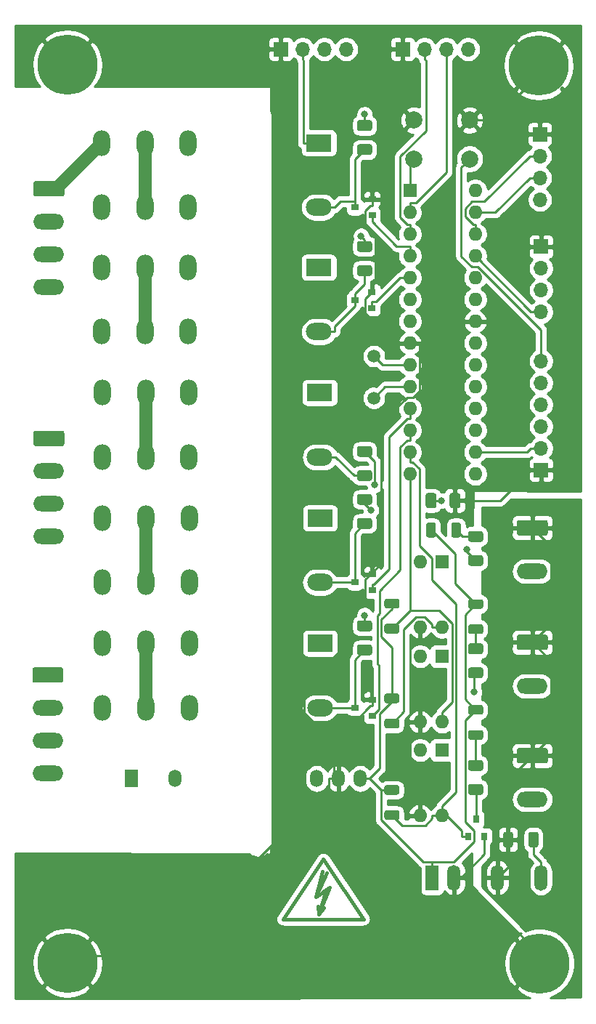
<source format=gtl>
G04 #@! TF.GenerationSoftware,KiCad,Pcbnew,(5.1.10)-1*
G04 #@! TF.CreationDate,2021-12-06T14:15:13+01:00*
G04 #@! TF.ProjectId,LuciCameraLettoRoma,4c756369-4361-46d6-9572-614c6574746f,rev?*
G04 #@! TF.SameCoordinates,Original*
G04 #@! TF.FileFunction,Copper,L1,Top*
G04 #@! TF.FilePolarity,Positive*
%FSLAX46Y46*%
G04 Gerber Fmt 4.6, Leading zero omitted, Abs format (unit mm)*
G04 Created by KiCad (PCBNEW (5.1.10)-1) date 2021-12-06 14:15:13*
%MOMM*%
%LPD*%
G01*
G04 APERTURE LIST*
G04 #@! TA.AperFunction,EtchedComponent*
%ADD10C,0.381000*%
G04 #@! TD*
G04 #@! TA.AperFunction,SMDPad,CuDef*
%ADD11R,0.800000X0.900000*%
G04 #@! TD*
G04 #@! TA.AperFunction,ComponentPad*
%ADD12C,7.000000*%
G04 #@! TD*
G04 #@! TA.AperFunction,ComponentPad*
%ADD13C,0.800000*%
G04 #@! TD*
G04 #@! TA.AperFunction,ComponentPad*
%ADD14O,1.700000X1.700000*%
G04 #@! TD*
G04 #@! TA.AperFunction,ComponentPad*
%ADD15R,1.700000X1.700000*%
G04 #@! TD*
G04 #@! TA.AperFunction,ComponentPad*
%ADD16O,1.500000X3.000000*%
G04 #@! TD*
G04 #@! TA.AperFunction,ComponentPad*
%ADD17R,1.500000X3.000000*%
G04 #@! TD*
G04 #@! TA.AperFunction,ComponentPad*
%ADD18O,3.600000X1.800000*%
G04 #@! TD*
G04 #@! TA.AperFunction,ComponentPad*
%ADD19O,1.600000X1.600000*%
G04 #@! TD*
G04 #@! TA.AperFunction,ComponentPad*
%ADD20R,1.600000X1.600000*%
G04 #@! TD*
G04 #@! TA.AperFunction,ComponentPad*
%ADD21O,1.524000X2.000000*%
G04 #@! TD*
G04 #@! TA.AperFunction,ComponentPad*
%ADD22R,1.524000X2.000000*%
G04 #@! TD*
G04 #@! TA.AperFunction,SMDPad,CuDef*
%ADD23R,0.900000X0.800000*%
G04 #@! TD*
G04 #@! TA.AperFunction,ComponentPad*
%ADD24O,2.000000X3.000000*%
G04 #@! TD*
G04 #@! TA.AperFunction,ComponentPad*
%ADD25O,3.000000X2.000000*%
G04 #@! TD*
G04 #@! TA.AperFunction,ComponentPad*
%ADD26R,3.000000X2.000000*%
G04 #@! TD*
G04 #@! TA.AperFunction,ComponentPad*
%ADD27C,1.500000*%
G04 #@! TD*
G04 #@! TA.AperFunction,ComponentPad*
%ADD28C,2.000000*%
G04 #@! TD*
G04 #@! TA.AperFunction,ViaPad*
%ADD29C,0.800000*%
G04 #@! TD*
G04 #@! TA.AperFunction,Conductor*
%ADD30C,0.250000*%
G04 #@! TD*
G04 #@! TA.AperFunction,Conductor*
%ADD31C,1.500000*%
G04 #@! TD*
G04 #@! TA.AperFunction,Conductor*
%ADD32C,0.254000*%
G04 #@! TD*
G04 #@! TA.AperFunction,Conductor*
%ADD33C,0.100000*%
G04 #@! TD*
G04 APERTURE END LIST*
D10*
X126248160Y-157266640D02*
X127447040Y-154167840D01*
X127447040Y-154167840D02*
X126847600Y-154566620D01*
X125846840Y-155267660D02*
X127147320Y-152466040D01*
X126248160Y-157266640D02*
X126847600Y-156568140D01*
X126646940Y-152267920D02*
X125846840Y-155267660D01*
X125846840Y-155267660D02*
X127045720Y-154467560D01*
X127045720Y-154467560D02*
X126248160Y-157266640D01*
X126248160Y-157266640D02*
X126146560Y-156367480D01*
X126746000Y-150876000D02*
X131445000Y-157861000D01*
X131445000Y-157861000D02*
X122047000Y-157861000D01*
X122047000Y-157861000D02*
X126746000Y-150876000D01*
G04 #@! TA.AperFunction,SMDPad,CuDef*
G36*
G01*
X141682000Y-113147001D02*
X141682000Y-111896999D01*
G75*
G02*
X141931999Y-111647000I249999J0D01*
G01*
X142557001Y-111647000D01*
G75*
G02*
X142807000Y-111896999I0J-249999D01*
G01*
X142807000Y-113147001D01*
G75*
G02*
X142557001Y-113397000I-249999J0D01*
G01*
X141931999Y-113397000D01*
G75*
G02*
X141682000Y-113147001I0J249999D01*
G01*
G37*
G04 #@! TD.AperFunction*
G04 #@! TA.AperFunction,SMDPad,CuDef*
G36*
G01*
X138757000Y-113147001D02*
X138757000Y-111896999D01*
G75*
G02*
X139006999Y-111647000I249999J0D01*
G01*
X139632001Y-111647000D01*
G75*
G02*
X139882000Y-111896999I0J-249999D01*
G01*
X139882000Y-113147001D01*
G75*
G02*
X139632001Y-113397000I-249999J0D01*
G01*
X139006999Y-113397000D01*
G75*
G02*
X138757000Y-113147001I0J249999D01*
G01*
G37*
G04 #@! TD.AperFunction*
G04 #@! TA.AperFunction,SMDPad,CuDef*
G36*
G01*
X143900999Y-123516000D02*
X145151001Y-123516000D01*
G75*
G02*
X145401000Y-123765999I0J-249999D01*
G01*
X145401000Y-124391001D01*
G75*
G02*
X145151001Y-124641000I-249999J0D01*
G01*
X143900999Y-124641000D01*
G75*
G02*
X143651000Y-124391001I0J249999D01*
G01*
X143651000Y-123765999D01*
G75*
G02*
X143900999Y-123516000I249999J0D01*
G01*
G37*
G04 #@! TD.AperFunction*
G04 #@! TA.AperFunction,SMDPad,CuDef*
G36*
G01*
X143900999Y-120591000D02*
X145151001Y-120591000D01*
G75*
G02*
X145401000Y-120840999I0J-249999D01*
G01*
X145401000Y-121466001D01*
G75*
G02*
X145151001Y-121716000I-249999J0D01*
G01*
X143900999Y-121716000D01*
G75*
G02*
X143651000Y-121466001I0J249999D01*
G01*
X143651000Y-120840999D01*
G75*
G02*
X143900999Y-120591000I249999J0D01*
G01*
G37*
G04 #@! TD.AperFunction*
G04 #@! TA.AperFunction,SMDPad,CuDef*
G36*
G01*
X143900999Y-135836000D02*
X145151001Y-135836000D01*
G75*
G02*
X145401000Y-136085999I0J-249999D01*
G01*
X145401000Y-136711001D01*
G75*
G02*
X145151001Y-136961000I-249999J0D01*
G01*
X143900999Y-136961000D01*
G75*
G02*
X143651000Y-136711001I0J249999D01*
G01*
X143651000Y-136085999D01*
G75*
G02*
X143900999Y-135836000I249999J0D01*
G01*
G37*
G04 #@! TD.AperFunction*
G04 #@! TA.AperFunction,SMDPad,CuDef*
G36*
G01*
X143900999Y-132911000D02*
X145151001Y-132911000D01*
G75*
G02*
X145401000Y-133160999I0J-249999D01*
G01*
X145401000Y-133786001D01*
G75*
G02*
X145151001Y-134036000I-249999J0D01*
G01*
X143900999Y-134036000D01*
G75*
G02*
X143651000Y-133786001I0J249999D01*
G01*
X143651000Y-133160999D01*
G75*
G02*
X143900999Y-132911000I249999J0D01*
G01*
G37*
G04 #@! TD.AperFunction*
D11*
X144587000Y-146209000D03*
X145537000Y-148209000D03*
X143637000Y-148209000D03*
G04 #@! TA.AperFunction,SMDPad,CuDef*
G36*
G01*
X145151000Y-113903000D02*
X143901000Y-113903000D01*
G75*
G02*
X143651000Y-113653000I0J250000D01*
G01*
X143651000Y-112903000D01*
G75*
G02*
X143901000Y-112653000I250000J0D01*
G01*
X145151000Y-112653000D01*
G75*
G02*
X145401000Y-112903000I0J-250000D01*
G01*
X145401000Y-113653000D01*
G75*
G02*
X145151000Y-113903000I-250000J0D01*
G01*
G37*
G04 #@! TD.AperFunction*
G04 #@! TA.AperFunction,SMDPad,CuDef*
G36*
G01*
X145151000Y-116703000D02*
X143901000Y-116703000D01*
G75*
G02*
X143651000Y-116453000I0J250000D01*
G01*
X143651000Y-115703000D01*
G75*
G02*
X143901000Y-115453000I250000J0D01*
G01*
X145151000Y-115453000D01*
G75*
G02*
X145401000Y-115703000I0J-250000D01*
G01*
X145401000Y-116453000D01*
G75*
G02*
X145151000Y-116703000I-250000J0D01*
G01*
G37*
G04 #@! TD.AperFunction*
G04 #@! TA.AperFunction,SMDPad,CuDef*
G36*
G01*
X145151000Y-126987000D02*
X143901000Y-126987000D01*
G75*
G02*
X143651000Y-126737000I0J250000D01*
G01*
X143651000Y-125987000D01*
G75*
G02*
X143901000Y-125737000I250000J0D01*
G01*
X145151000Y-125737000D01*
G75*
G02*
X145401000Y-125987000I0J-250000D01*
G01*
X145401000Y-126737000D01*
G75*
G02*
X145151000Y-126987000I-250000J0D01*
G01*
G37*
G04 #@! TD.AperFunction*
G04 #@! TA.AperFunction,SMDPad,CuDef*
G36*
G01*
X145151000Y-129787000D02*
X143901000Y-129787000D01*
G75*
G02*
X143651000Y-129537000I0J250000D01*
G01*
X143651000Y-128787000D01*
G75*
G02*
X143901000Y-128537000I250000J0D01*
G01*
X145151000Y-128537000D01*
G75*
G02*
X145401000Y-128787000I0J-250000D01*
G01*
X145401000Y-129537000D01*
G75*
G02*
X145151000Y-129787000I-250000J0D01*
G01*
G37*
G04 #@! TD.AperFunction*
G04 #@! TA.AperFunction,SMDPad,CuDef*
G36*
G01*
X145151000Y-140576000D02*
X143901000Y-140576000D01*
G75*
G02*
X143651000Y-140326000I0J250000D01*
G01*
X143651000Y-139576000D01*
G75*
G02*
X143901000Y-139326000I250000J0D01*
G01*
X145151000Y-139326000D01*
G75*
G02*
X145401000Y-139576000I0J-250000D01*
G01*
X145401000Y-140326000D01*
G75*
G02*
X145151000Y-140576000I-250000J0D01*
G01*
G37*
G04 #@! TD.AperFunction*
G04 #@! TA.AperFunction,SMDPad,CuDef*
G36*
G01*
X145151000Y-143376000D02*
X143901000Y-143376000D01*
G75*
G02*
X143651000Y-143126000I0J250000D01*
G01*
X143651000Y-142376000D01*
G75*
G02*
X143901000Y-142126000I250000J0D01*
G01*
X145151000Y-142126000D01*
G75*
G02*
X145401000Y-142376000I0J-250000D01*
G01*
X145401000Y-143126000D01*
G75*
G02*
X145151000Y-143376000I-250000J0D01*
G01*
G37*
G04 #@! TD.AperFunction*
G04 #@! TA.AperFunction,SMDPad,CuDef*
G36*
G01*
X150682000Y-149240001D02*
X150682000Y-147939999D01*
G75*
G02*
X150931999Y-147690000I249999J0D01*
G01*
X151582001Y-147690000D01*
G75*
G02*
X151832000Y-147939999I0J-249999D01*
G01*
X151832000Y-149240001D01*
G75*
G02*
X151582001Y-149490000I-249999J0D01*
G01*
X150931999Y-149490000D01*
G75*
G02*
X150682000Y-149240001I0J249999D01*
G01*
G37*
G04 #@! TD.AperFunction*
G04 #@! TA.AperFunction,SMDPad,CuDef*
G36*
G01*
X147732000Y-149240001D02*
X147732000Y-147939999D01*
G75*
G02*
X147981999Y-147690000I249999J0D01*
G01*
X148632001Y-147690000D01*
G75*
G02*
X148882000Y-147939999I0J-249999D01*
G01*
X148882000Y-149240001D01*
G75*
G02*
X148632001Y-149490000I-249999J0D01*
G01*
X147981999Y-149490000D01*
G75*
G02*
X147732000Y-149240001I0J249999D01*
G01*
G37*
G04 #@! TD.AperFunction*
G04 #@! TA.AperFunction,SMDPad,CuDef*
G36*
G01*
X132197000Y-124320000D02*
X130947000Y-124320000D01*
G75*
G02*
X130697000Y-124070000I0J250000D01*
G01*
X130697000Y-123320000D01*
G75*
G02*
X130947000Y-123070000I250000J0D01*
G01*
X132197000Y-123070000D01*
G75*
G02*
X132447000Y-123320000I0J-250000D01*
G01*
X132447000Y-124070000D01*
G75*
G02*
X132197000Y-124320000I-250000J0D01*
G01*
G37*
G04 #@! TD.AperFunction*
G04 #@! TA.AperFunction,SMDPad,CuDef*
G36*
G01*
X132197000Y-127120000D02*
X130947000Y-127120000D01*
G75*
G02*
X130697000Y-126870000I0J250000D01*
G01*
X130697000Y-126120000D01*
G75*
G02*
X130947000Y-125870000I250000J0D01*
G01*
X132197000Y-125870000D01*
G75*
G02*
X132447000Y-126120000I0J-250000D01*
G01*
X132447000Y-126870000D01*
G75*
G02*
X132197000Y-127120000I-250000J0D01*
G01*
G37*
G04 #@! TD.AperFunction*
G04 #@! TA.AperFunction,SMDPad,CuDef*
G36*
G01*
X132197000Y-109588000D02*
X130947000Y-109588000D01*
G75*
G02*
X130697000Y-109338000I0J250000D01*
G01*
X130697000Y-108588000D01*
G75*
G02*
X130947000Y-108338000I250000J0D01*
G01*
X132197000Y-108338000D01*
G75*
G02*
X132447000Y-108588000I0J-250000D01*
G01*
X132447000Y-109338000D01*
G75*
G02*
X132197000Y-109588000I-250000J0D01*
G01*
G37*
G04 #@! TD.AperFunction*
G04 #@! TA.AperFunction,SMDPad,CuDef*
G36*
G01*
X132197000Y-112388000D02*
X130947000Y-112388000D01*
G75*
G02*
X130697000Y-112138000I0J250000D01*
G01*
X130697000Y-111388000D01*
G75*
G02*
X130947000Y-111138000I250000J0D01*
G01*
X132197000Y-111138000D01*
G75*
G02*
X132447000Y-111388000I0J-250000D01*
G01*
X132447000Y-112138000D01*
G75*
G02*
X132197000Y-112388000I-250000J0D01*
G01*
G37*
G04 #@! TD.AperFunction*
G04 #@! TA.AperFunction,SMDPad,CuDef*
G36*
G01*
X132197000Y-104003000D02*
X130947000Y-104003000D01*
G75*
G02*
X130697000Y-103753000I0J250000D01*
G01*
X130697000Y-103003000D01*
G75*
G02*
X130947000Y-102753000I250000J0D01*
G01*
X132197000Y-102753000D01*
G75*
G02*
X132447000Y-103003000I0J-250000D01*
G01*
X132447000Y-103753000D01*
G75*
G02*
X132197000Y-104003000I-250000J0D01*
G01*
G37*
G04 #@! TD.AperFunction*
G04 #@! TA.AperFunction,SMDPad,CuDef*
G36*
G01*
X132197000Y-106803000D02*
X130947000Y-106803000D01*
G75*
G02*
X130697000Y-106553000I0J250000D01*
G01*
X130697000Y-105803000D01*
G75*
G02*
X130947000Y-105553000I250000J0D01*
G01*
X132197000Y-105553000D01*
G75*
G02*
X132447000Y-105803000I0J-250000D01*
G01*
X132447000Y-106553000D01*
G75*
G02*
X132197000Y-106803000I-250000J0D01*
G01*
G37*
G04 #@! TD.AperFunction*
G04 #@! TA.AperFunction,SMDPad,CuDef*
G36*
G01*
X132197000Y-80127000D02*
X130947000Y-80127000D01*
G75*
G02*
X130697000Y-79877000I0J250000D01*
G01*
X130697000Y-79127000D01*
G75*
G02*
X130947000Y-78877000I250000J0D01*
G01*
X132197000Y-78877000D01*
G75*
G02*
X132447000Y-79127000I0J-250000D01*
G01*
X132447000Y-79877000D01*
G75*
G02*
X132197000Y-80127000I-250000J0D01*
G01*
G37*
G04 #@! TD.AperFunction*
G04 #@! TA.AperFunction,SMDPad,CuDef*
G36*
G01*
X132197000Y-82927000D02*
X130947000Y-82927000D01*
G75*
G02*
X130697000Y-82677000I0J250000D01*
G01*
X130697000Y-81927000D01*
G75*
G02*
X130947000Y-81677000I250000J0D01*
G01*
X132197000Y-81677000D01*
G75*
G02*
X132447000Y-81927000I0J-250000D01*
G01*
X132447000Y-82677000D01*
G75*
G02*
X132197000Y-82927000I-250000J0D01*
G01*
G37*
G04 #@! TD.AperFunction*
G04 #@! TA.AperFunction,SMDPad,CuDef*
G36*
G01*
X132197000Y-66027000D02*
X130947000Y-66027000D01*
G75*
G02*
X130697000Y-65777000I0J250000D01*
G01*
X130697000Y-65027000D01*
G75*
G02*
X130947000Y-64777000I250000J0D01*
G01*
X132197000Y-64777000D01*
G75*
G02*
X132447000Y-65027000I0J-250000D01*
G01*
X132447000Y-65777000D01*
G75*
G02*
X132197000Y-66027000I-250000J0D01*
G01*
G37*
G04 #@! TD.AperFunction*
G04 #@! TA.AperFunction,SMDPad,CuDef*
G36*
G01*
X132197000Y-68827000D02*
X130947000Y-68827000D01*
G75*
G02*
X130697000Y-68577000I0J250000D01*
G01*
X130697000Y-67827000D01*
G75*
G02*
X130947000Y-67577000I250000J0D01*
G01*
X132197000Y-67577000D01*
G75*
G02*
X132447000Y-67827000I0J-250000D01*
G01*
X132447000Y-68577000D01*
G75*
G02*
X132197000Y-68827000I-250000J0D01*
G01*
G37*
G04 #@! TD.AperFunction*
D12*
X96901000Y-162941000D03*
D13*
X99526000Y-162941000D03*
X98757155Y-164797155D03*
X96901000Y-165566000D03*
X95044845Y-164797155D03*
X94276000Y-162941000D03*
X95044845Y-161084845D03*
X96901000Y-160316000D03*
X98757155Y-161084845D03*
X153826155Y-161162845D03*
X151970000Y-160394000D03*
X150113845Y-161162845D03*
X149345000Y-163019000D03*
X150113845Y-164875155D03*
X151970000Y-165644000D03*
X153826155Y-164875155D03*
X154595000Y-163019000D03*
D12*
X151970000Y-163019000D03*
X151892000Y-58420000D03*
D13*
X154517000Y-58420000D03*
X153748155Y-60276155D03*
X151892000Y-61045000D03*
X150035845Y-60276155D03*
X149267000Y-58420000D03*
X150035845Y-56563845D03*
X151892000Y-55795000D03*
X153748155Y-56563845D03*
X98757155Y-56436845D03*
X96901000Y-55668000D03*
X95044845Y-56436845D03*
X94276000Y-58293000D03*
X95044845Y-60149155D03*
X96901000Y-60918000D03*
X98757155Y-60149155D03*
X99526000Y-58293000D03*
D12*
X96901000Y-58293000D03*
D14*
X152146000Y-92837000D03*
X152146000Y-95377000D03*
X152146000Y-97917000D03*
X152146000Y-100457000D03*
X152146000Y-102997000D03*
D15*
X152146000Y-105537000D03*
D14*
X143637000Y-56515000D03*
X141097000Y-56515000D03*
X138557000Y-56515000D03*
D15*
X136017000Y-56515000D03*
D14*
X129413000Y-56515000D03*
X126873000Y-56515000D03*
X124333000Y-56515000D03*
D15*
X121793000Y-56515000D03*
D14*
X152019000Y-74041000D03*
X152019000Y-71501000D03*
X152019000Y-68961000D03*
D15*
X152019000Y-66421000D03*
D14*
X152146000Y-87122000D03*
X152146000Y-84582000D03*
X152146000Y-82042000D03*
D15*
X152146000Y-79502000D03*
D16*
X147066000Y-153035000D03*
X152146000Y-153035000D03*
X141986000Y-153035000D03*
D17*
X139446000Y-153035000D03*
D18*
X151130000Y-117348000D03*
G04 #@! TA.AperFunction,ComponentPad*
G36*
G01*
X149580000Y-111368000D02*
X152680000Y-111368000D01*
G75*
G02*
X152930000Y-111618000I0J-250000D01*
G01*
X152930000Y-112918000D01*
G75*
G02*
X152680000Y-113168000I-250000J0D01*
G01*
X149580000Y-113168000D01*
G75*
G02*
X149330000Y-112918000I0J250000D01*
G01*
X149330000Y-111618000D01*
G75*
G02*
X149580000Y-111368000I250000J0D01*
G01*
G37*
G04 #@! TD.AperFunction*
X151130000Y-130683000D03*
G04 #@! TA.AperFunction,ComponentPad*
G36*
G01*
X149580000Y-124703000D02*
X152680000Y-124703000D01*
G75*
G02*
X152930000Y-124953000I0J-250000D01*
G01*
X152930000Y-126253000D01*
G75*
G02*
X152680000Y-126503000I-250000J0D01*
G01*
X149580000Y-126503000D01*
G75*
G02*
X149330000Y-126253000I0J250000D01*
G01*
X149330000Y-124953000D01*
G75*
G02*
X149580000Y-124703000I250000J0D01*
G01*
G37*
G04 #@! TD.AperFunction*
X151130000Y-143891000D03*
G04 #@! TA.AperFunction,ComponentPad*
G36*
G01*
X149580000Y-137911000D02*
X152680000Y-137911000D01*
G75*
G02*
X152930000Y-138161000I0J-250000D01*
G01*
X152930000Y-139461000D01*
G75*
G02*
X152680000Y-139711000I-250000J0D01*
G01*
X149580000Y-139711000D01*
G75*
G02*
X149330000Y-139461000I0J250000D01*
G01*
X149330000Y-138161000D01*
G75*
G02*
X149580000Y-137911000I250000J0D01*
G01*
G37*
G04 #@! TD.AperFunction*
D19*
X140589000Y-123825000D03*
X138049000Y-116205000D03*
X138049000Y-123825000D03*
D20*
X140589000Y-116205000D03*
D19*
X140589000Y-134874000D03*
X138049000Y-127254000D03*
X138049000Y-134874000D03*
D20*
X140589000Y-127254000D03*
D19*
X140589000Y-145796000D03*
X138049000Y-138176000D03*
X138049000Y-145796000D03*
D20*
X140589000Y-138176000D03*
G04 #@! TA.AperFunction,SMDPad,CuDef*
G36*
G01*
X135372001Y-132704000D02*
X134121999Y-132704000D01*
G75*
G02*
X133872000Y-132454001I0J249999D01*
G01*
X133872000Y-131828999D01*
G75*
G02*
X134121999Y-131579000I249999J0D01*
G01*
X135372001Y-131579000D01*
G75*
G02*
X135622000Y-131828999I0J-249999D01*
G01*
X135622000Y-132454001D01*
G75*
G02*
X135372001Y-132704000I-249999J0D01*
G01*
G37*
G04 #@! TD.AperFunction*
G04 #@! TA.AperFunction,SMDPad,CuDef*
G36*
G01*
X135372001Y-135629000D02*
X134121999Y-135629000D01*
G75*
G02*
X133872000Y-135379001I0J249999D01*
G01*
X133872000Y-134753999D01*
G75*
G02*
X134121999Y-134504000I249999J0D01*
G01*
X135372001Y-134504000D01*
G75*
G02*
X135622000Y-134753999I0J-249999D01*
G01*
X135622000Y-135379001D01*
G75*
G02*
X135372001Y-135629000I-249999J0D01*
G01*
G37*
G04 #@! TD.AperFunction*
G04 #@! TA.AperFunction,SMDPad,CuDef*
G36*
G01*
X135372001Y-121655000D02*
X134121999Y-121655000D01*
G75*
G02*
X133872000Y-121405001I0J249999D01*
G01*
X133872000Y-120779999D01*
G75*
G02*
X134121999Y-120530000I249999J0D01*
G01*
X135372001Y-120530000D01*
G75*
G02*
X135622000Y-120779999I0J-249999D01*
G01*
X135622000Y-121405001D01*
G75*
G02*
X135372001Y-121655000I-249999J0D01*
G01*
G37*
G04 #@! TD.AperFunction*
G04 #@! TA.AperFunction,SMDPad,CuDef*
G36*
G01*
X135372001Y-124580000D02*
X134121999Y-124580000D01*
G75*
G02*
X133872000Y-124330001I0J249999D01*
G01*
X133872000Y-123704999D01*
G75*
G02*
X134121999Y-123455000I249999J0D01*
G01*
X135372001Y-123455000D01*
G75*
G02*
X135622000Y-123704999I0J-249999D01*
G01*
X135622000Y-124330001D01*
G75*
G02*
X135372001Y-124580000I-249999J0D01*
G01*
G37*
G04 #@! TD.AperFunction*
G04 #@! TA.AperFunction,SMDPad,CuDef*
G36*
G01*
X135372001Y-143372000D02*
X134121999Y-143372000D01*
G75*
G02*
X133872000Y-143122001I0J249999D01*
G01*
X133872000Y-142496999D01*
G75*
G02*
X134121999Y-142247000I249999J0D01*
G01*
X135372001Y-142247000D01*
G75*
G02*
X135622000Y-142496999I0J-249999D01*
G01*
X135622000Y-143122001D01*
G75*
G02*
X135372001Y-143372000I-249999J0D01*
G01*
G37*
G04 #@! TD.AperFunction*
G04 #@! TA.AperFunction,SMDPad,CuDef*
G36*
G01*
X135372001Y-146297000D02*
X134121999Y-146297000D01*
G75*
G02*
X133872000Y-146047001I0J249999D01*
G01*
X133872000Y-145421999D01*
G75*
G02*
X134121999Y-145172000I249999J0D01*
G01*
X135372001Y-145172000D01*
G75*
G02*
X135622000Y-145421999I0J-249999D01*
G01*
X135622000Y-146047001D01*
G75*
G02*
X135372001Y-146297000I-249999J0D01*
G01*
G37*
G04 #@! TD.AperFunction*
D21*
X131064000Y-141478000D03*
X128524000Y-141478000D03*
X125984000Y-141478000D03*
X109474000Y-141478000D03*
D22*
X104394000Y-141478000D03*
D18*
X94615000Y-140843000D03*
X94615000Y-137033000D03*
X94615000Y-133223000D03*
G04 #@! TA.AperFunction,ComponentPad*
G36*
G01*
X93065000Y-128513000D02*
X96165000Y-128513000D01*
G75*
G02*
X96415000Y-128763000I0J-250000D01*
G01*
X96415000Y-130063000D01*
G75*
G02*
X96165000Y-130313000I-250000J0D01*
G01*
X93065000Y-130313000D01*
G75*
G02*
X92815000Y-130063000I0J250000D01*
G01*
X92815000Y-128763000D01*
G75*
G02*
X93065000Y-128513000I250000J0D01*
G01*
G37*
G04 #@! TD.AperFunction*
X94742000Y-113284000D03*
X94742000Y-109474000D03*
X94742000Y-105664000D03*
G04 #@! TA.AperFunction,ComponentPad*
G36*
G01*
X93192000Y-100954000D02*
X96292000Y-100954000D01*
G75*
G02*
X96542000Y-101204000I0J-250000D01*
G01*
X96542000Y-102504000D01*
G75*
G02*
X96292000Y-102754000I-250000J0D01*
G01*
X93192000Y-102754000D01*
G75*
G02*
X92942000Y-102504000I0J250000D01*
G01*
X92942000Y-101204000D01*
G75*
G02*
X93192000Y-100954000I250000J0D01*
G01*
G37*
G04 #@! TD.AperFunction*
X94742000Y-84201000D03*
X94742000Y-80391000D03*
X94742000Y-76581000D03*
G04 #@! TA.AperFunction,ComponentPad*
G36*
G01*
X93192000Y-71871000D02*
X96292000Y-71871000D01*
G75*
G02*
X96542000Y-72121000I0J-250000D01*
G01*
X96542000Y-73421000D01*
G75*
G02*
X96292000Y-73671000I-250000J0D01*
G01*
X93192000Y-73671000D01*
G75*
G02*
X92942000Y-73421000I0J250000D01*
G01*
X92942000Y-72121000D01*
G75*
G02*
X93192000Y-71871000I250000J0D01*
G01*
G37*
G04 #@! TD.AperFunction*
D23*
X130445000Y-133223000D03*
X132445000Y-132273000D03*
X132445000Y-134173000D03*
X130445000Y-118618000D03*
X132445000Y-117668000D03*
X132445000Y-119568000D03*
X130429000Y-85725000D03*
X132429000Y-84775000D03*
X132429000Y-86675000D03*
X130445000Y-74930000D03*
X132445000Y-73980000D03*
X132445000Y-75880000D03*
D24*
X101025000Y-125730000D03*
X106065000Y-133230000D03*
X111105000Y-125730000D03*
X111105000Y-133230000D03*
X101025000Y-133230000D03*
X106065000Y-125730000D03*
D25*
X126365000Y-133230000D03*
D26*
X126365000Y-125730000D03*
D24*
X101025000Y-111125000D03*
X106065000Y-118625000D03*
X111105000Y-111125000D03*
X111105000Y-118625000D03*
X101025000Y-118625000D03*
X106065000Y-111125000D03*
D25*
X126365000Y-118625000D03*
D26*
X126365000Y-111125000D03*
D24*
X101000000Y-96520000D03*
X106040000Y-104020000D03*
X111080000Y-96520000D03*
X111080000Y-104020000D03*
X101000000Y-104020000D03*
X106040000Y-96520000D03*
D25*
X126340000Y-104020000D03*
D26*
X126340000Y-96520000D03*
D24*
X100898000Y-81915000D03*
X105938000Y-89415000D03*
X110978000Y-81915000D03*
X110978000Y-89415000D03*
X100898000Y-89415000D03*
X105938000Y-81915000D03*
D25*
X126238000Y-89415000D03*
D26*
X126238000Y-81915000D03*
D24*
X100898000Y-67430000D03*
X105938000Y-74930000D03*
X110978000Y-67430000D03*
X110978000Y-74930000D03*
X100898000Y-74930000D03*
X105938000Y-67430000D03*
D25*
X126238000Y-74930000D03*
D26*
X126238000Y-67430000D03*
G04 #@! TA.AperFunction,SMDPad,CuDef*
G36*
G01*
X139944000Y-108468000D02*
X139944000Y-109718000D01*
G75*
G02*
X139694000Y-109968000I-250000J0D01*
G01*
X138944000Y-109968000D01*
G75*
G02*
X138694000Y-109718000I0J250000D01*
G01*
X138694000Y-108468000D01*
G75*
G02*
X138944000Y-108218000I250000J0D01*
G01*
X139694000Y-108218000D01*
G75*
G02*
X139944000Y-108468000I0J-250000D01*
G01*
G37*
G04 #@! TD.AperFunction*
G04 #@! TA.AperFunction,SMDPad,CuDef*
G36*
G01*
X142744000Y-108468000D02*
X142744000Y-109718000D01*
G75*
G02*
X142494000Y-109968000I-250000J0D01*
G01*
X141744000Y-109968000D01*
G75*
G02*
X141494000Y-109718000I0J250000D01*
G01*
X141494000Y-108468000D01*
G75*
G02*
X141744000Y-108218000I250000J0D01*
G01*
X142494000Y-108218000D01*
G75*
G02*
X142744000Y-108468000I0J-250000D01*
G01*
G37*
G04 #@! TD.AperFunction*
D27*
X132652000Y-97145500D03*
X132652000Y-92265500D03*
D19*
X144468000Y-72980500D03*
X136848000Y-106000500D03*
X144468000Y-75520500D03*
X136848000Y-103460500D03*
X144468000Y-78060500D03*
X136848000Y-100920500D03*
X144468000Y-80600500D03*
X136848000Y-98380500D03*
X144468000Y-83140500D03*
X136848000Y-95840500D03*
X144468000Y-85680500D03*
X136848000Y-93300500D03*
X144468000Y-88220500D03*
X136848000Y-90760500D03*
X144468000Y-90760500D03*
X136848000Y-88220500D03*
X144468000Y-93300500D03*
X136848000Y-85680500D03*
X144468000Y-95840500D03*
X136848000Y-83140500D03*
X144468000Y-98380500D03*
X136848000Y-80600500D03*
X144468000Y-100920500D03*
X136848000Y-78060500D03*
X144468000Y-103460500D03*
X136848000Y-75520500D03*
X144468000Y-106000500D03*
D20*
X136848000Y-72980500D03*
D28*
X137328000Y-69278500D03*
X137328000Y-64778500D03*
X143828000Y-69278500D03*
X143828000Y-64778500D03*
D29*
X131000500Y-89789000D03*
X132715000Y-99441000D03*
X133794500Y-82740500D03*
X129286000Y-83502500D03*
X140561700Y-109093000D03*
X131572000Y-64095900D03*
X131157100Y-78271600D03*
X132773400Y-107258100D03*
X132307600Y-110209600D03*
X131572000Y-122454500D03*
X144327000Y-131407500D03*
X143452000Y-114828700D03*
D30*
X137996800Y-90760500D02*
X136848000Y-90760500D01*
X143342700Y-88220500D02*
X140802700Y-90760500D01*
X140802700Y-90760500D02*
X137996800Y-90760500D01*
X137996800Y-90760500D02*
X137996800Y-96339400D01*
X137996800Y-96339400D02*
X137229700Y-97106500D01*
X137229700Y-97106500D02*
X136519400Y-97106500D01*
X136519400Y-97106500D02*
X133531800Y-100094100D01*
X133531800Y-100094100D02*
X133531800Y-116399800D01*
X133531800Y-116399800D02*
X132445000Y-117486600D01*
X152146000Y-105537000D02*
X150970700Y-105537000D01*
X150970700Y-105537000D02*
X147414700Y-109093000D01*
X147414700Y-109093000D02*
X142119000Y-109093000D01*
X127982600Y-137279400D02*
X132263700Y-132998300D01*
X132263700Y-132998300D02*
X132445000Y-132998300D01*
X127982600Y-141478000D02*
X127982600Y-137279400D01*
X132445000Y-117486600D02*
X131669600Y-118262000D01*
X131669600Y-118262000D02*
X131669600Y-120664000D01*
X131669600Y-120664000D02*
X129960700Y-122372900D01*
X129960700Y-122372900D02*
X129960700Y-125368500D01*
X129960700Y-125368500D02*
X124506900Y-130822300D01*
X124506900Y-130822300D02*
X124506900Y-133803700D01*
X124506900Y-133803700D02*
X127982600Y-137279400D01*
X132445000Y-117668000D02*
X132445000Y-117486600D01*
X132445000Y-132273000D02*
X132445000Y-132998300D01*
X127982600Y-141478000D02*
X127436700Y-141478000D01*
X128524000Y-141478000D02*
X127982600Y-141478000D01*
X132445000Y-73980000D02*
X132445000Y-74705300D01*
X132445000Y-74705300D02*
X132263700Y-74705300D01*
X132263700Y-74705300D02*
X131669600Y-75299400D01*
X131669600Y-75299400D02*
X131669600Y-77164100D01*
X131669600Y-77164100D02*
X132809400Y-78303900D01*
X132809400Y-78303900D02*
X132809400Y-83669300D01*
X132809400Y-83669300D02*
X132429000Y-84049700D01*
X137328000Y-64778500D02*
X132445000Y-69661500D01*
X132445000Y-69661500D02*
X132445000Y-73980000D01*
X132429000Y-84775000D02*
X132429000Y-84049700D01*
X149201200Y-64778500D02*
X150843700Y-66421000D01*
X143828000Y-64778500D02*
X149201200Y-64778500D01*
X149201200Y-64778500D02*
X149201200Y-62223700D01*
X149201200Y-62223700D02*
X151892000Y-59532900D01*
X151892000Y-59532900D02*
X151892000Y-58420000D01*
X152019000Y-66421000D02*
X150843700Y-66421000D01*
X142944800Y-152881000D02*
X151970000Y-161906200D01*
X151970000Y-161906200D02*
X151970000Y-163019000D01*
X145537000Y-148209000D02*
X145537000Y-150288800D01*
X145537000Y-150288800D02*
X142944800Y-152881000D01*
X141986000Y-153035000D02*
X142140000Y-152881000D01*
X142140000Y-152881000D02*
X142944800Y-152881000D01*
X144468000Y-88220500D02*
X143342700Y-88220500D01*
X136848000Y-90760500D02*
X135171100Y-90760500D01*
X135171100Y-90760500D02*
X131653600Y-87243000D01*
X131653600Y-87243000D02*
X131653600Y-85550400D01*
X131653600Y-85550400D02*
X132429000Y-84775000D01*
X127436700Y-141478000D02*
X127436700Y-142565300D01*
X127436700Y-142565300D02*
X107848000Y-162154000D01*
X107848000Y-162154000D02*
X97688000Y-162154000D01*
X97688000Y-162154000D02*
X96901000Y-162941000D01*
X138049000Y-145796000D02*
X138049000Y-144670700D01*
X138049000Y-134874000D02*
X138049000Y-135999300D01*
X138049000Y-144670700D02*
X136923700Y-143545400D01*
X136923700Y-143545400D02*
X136923700Y-137124600D01*
X136923700Y-137124600D02*
X138049000Y-135999300D01*
X138049000Y-134874000D02*
X138049000Y-133748700D01*
X138049000Y-123825000D02*
X138049000Y-124950300D01*
X138049000Y-124950300D02*
X136923700Y-126075600D01*
X136923700Y-126075600D02*
X136923700Y-132623400D01*
X136923700Y-132623400D02*
X138049000Y-133748700D01*
X136848000Y-93300500D02*
X133687000Y-93300500D01*
X133687000Y-93300500D02*
X132652000Y-92265500D01*
X136848000Y-95840500D02*
X133957000Y-95840500D01*
X133957000Y-95840500D02*
X132652000Y-97145500D01*
X143828000Y-69278500D02*
X142849600Y-70256900D01*
X142849600Y-70256900D02*
X142849600Y-80651100D01*
X142849600Y-80651100D02*
X144069000Y-81870500D01*
X144069000Y-81870500D02*
X144795500Y-81870500D01*
X144795500Y-81870500D02*
X152146000Y-89221000D01*
X152146000Y-89221000D02*
X152146000Y-92837000D01*
X137328000Y-69278500D02*
X136848000Y-69758500D01*
X136848000Y-69758500D02*
X136848000Y-72980500D01*
X139446000Y-151209600D02*
X142003400Y-151209600D01*
X142003400Y-151209600D02*
X144362400Y-148850600D01*
X144362400Y-148850600D02*
X144362400Y-147571400D01*
X144362400Y-147571400D02*
X143311500Y-146520500D01*
X143311500Y-146520500D02*
X143311500Y-134688000D01*
X143311500Y-134688000D02*
X144526000Y-133473500D01*
X139446000Y-151322300D02*
X139446000Y-151209600D01*
X139446000Y-151209600D02*
X138370600Y-151209600D01*
X138370600Y-151209600D02*
X133482800Y-146321800D01*
X133482800Y-146321800D02*
X133482800Y-142809500D01*
X139446000Y-153035000D02*
X139446000Y-151322300D01*
X134747000Y-132141500D02*
X134747000Y-126204600D01*
X134747000Y-126204600D02*
X133525400Y-124983000D01*
X133525400Y-124983000D02*
X133525400Y-122951000D01*
X133525400Y-122951000D02*
X134747000Y-121729400D01*
X134747000Y-121729400D02*
X134747000Y-121092500D01*
X132151300Y-141478000D02*
X133346000Y-140283300D01*
X133346000Y-140283300D02*
X133346000Y-133908900D01*
X133346000Y-133908900D02*
X134747000Y-132507900D01*
X134747000Y-132507900D02*
X134747000Y-132141500D01*
X132151300Y-141478000D02*
X133482800Y-142809500D01*
X133482800Y-142809500D02*
X134747000Y-142809500D01*
X131064000Y-141478000D02*
X132151300Y-141478000D01*
X144526000Y-121153500D02*
X142129900Y-118757400D01*
X142129900Y-118757400D02*
X142129900Y-115332400D01*
X142129900Y-115332400D02*
X139319500Y-112522000D01*
X144526000Y-133473500D02*
X143308200Y-132255700D01*
X143308200Y-132255700D02*
X143308200Y-122371300D01*
X143308200Y-122371300D02*
X144526000Y-121153500D01*
X126238000Y-67430000D02*
X124412700Y-67430000D01*
X124333000Y-56515000D02*
X124333000Y-57690300D01*
X124333000Y-57690300D02*
X124412700Y-57770000D01*
X124412700Y-57770000D02*
X124412700Y-67430000D01*
X136848000Y-121916500D02*
X134747000Y-124017500D01*
X136848000Y-106000500D02*
X136848000Y-121916500D01*
X140589000Y-133748700D02*
X141758700Y-132579000D01*
X141758700Y-132579000D02*
X141758700Y-123386200D01*
X141758700Y-123386200D02*
X140289000Y-121916500D01*
X140289000Y-121916500D02*
X136848000Y-121916500D01*
X140589000Y-134874000D02*
X140589000Y-133748700D01*
X152019000Y-71501000D02*
X150843700Y-71501000D01*
X144468000Y-75520500D02*
X146824200Y-75520500D01*
X146824200Y-75520500D02*
X150843700Y-71501000D01*
X140589000Y-145796000D02*
X139463700Y-145796000D01*
X134747000Y-145734500D02*
X135933800Y-146921300D01*
X135933800Y-146921300D02*
X138619800Y-146921300D01*
X138619800Y-146921300D02*
X139463700Y-146077400D01*
X139463700Y-146077400D02*
X139463700Y-145796000D01*
X143637000Y-148209000D02*
X142911700Y-148209000D01*
X140589000Y-145233300D02*
X142911700Y-147556000D01*
X142911700Y-147556000D02*
X142911700Y-148209000D01*
X140589000Y-145233300D02*
X140589000Y-144670700D01*
X140589000Y-145796000D02*
X140589000Y-145233300D01*
X136848000Y-103460500D02*
X136848000Y-104585800D01*
X136848000Y-104585800D02*
X137129400Y-104585800D01*
X137129400Y-104585800D02*
X137973300Y-105429700D01*
X137973300Y-105429700D02*
X137973300Y-114329100D01*
X137973300Y-114329100D02*
X139463600Y-115819400D01*
X139463600Y-115819400D02*
X139463600Y-118365800D01*
X139463600Y-118365800D02*
X142211100Y-121113300D01*
X142211100Y-121113300D02*
X142211100Y-143048600D01*
X142211100Y-143048600D02*
X140589000Y-144670700D01*
X152019000Y-68961000D02*
X150843700Y-68961000D01*
X144468000Y-78060500D02*
X144468000Y-76935200D01*
X144468000Y-76935200D02*
X144249000Y-76935200D01*
X144249000Y-76935200D02*
X143299900Y-75986100D01*
X143299900Y-75986100D02*
X143299900Y-75058900D01*
X143299900Y-75058900D02*
X144108300Y-74250500D01*
X144108300Y-74250500D02*
X145554200Y-74250500D01*
X145554200Y-74250500D02*
X150843700Y-68961000D01*
X136848000Y-100920500D02*
X136848000Y-102045800D01*
X136848000Y-102045800D02*
X136566600Y-102045800D01*
X136566600Y-102045800D02*
X135722700Y-102889700D01*
X135722700Y-102889700D02*
X135722700Y-117149100D01*
X135722700Y-117149100D02*
X133300300Y-119571500D01*
X133300300Y-119571500D02*
X133300300Y-122220900D01*
X133300300Y-122220900D02*
X133071400Y-122449800D01*
X133071400Y-122449800D02*
X133071400Y-128122900D01*
X133071400Y-128122900D02*
X133223700Y-128275200D01*
X133223700Y-128275200D02*
X133223700Y-133394300D01*
X133223700Y-133394300D02*
X132445000Y-134173000D01*
X152146000Y-87122000D02*
X150970700Y-87122000D01*
X144468000Y-80600500D02*
X150970700Y-87103200D01*
X150970700Y-87103200D02*
X150970700Y-87122000D01*
X132445000Y-118842700D02*
X132626300Y-118842700D01*
X132626300Y-118842700D02*
X134432500Y-117036500D01*
X134432500Y-117036500D02*
X134432500Y-101640000D01*
X134432500Y-101640000D02*
X136566700Y-99505800D01*
X136566700Y-99505800D02*
X136848000Y-99505800D01*
X132445000Y-119568000D02*
X132445000Y-118842700D01*
X136848000Y-98380500D02*
X136848000Y-99505800D01*
X132429000Y-86675000D02*
X132429000Y-85949700D01*
X136848000Y-83140500D02*
X135722700Y-83140500D01*
X135722700Y-83140500D02*
X132913500Y-85949700D01*
X132913500Y-85949700D02*
X132429000Y-85949700D01*
X136848000Y-79475200D02*
X135314900Y-79475200D01*
X135314900Y-79475200D02*
X132445000Y-76605300D01*
X132445000Y-75880000D02*
X132445000Y-76605300D01*
X136848000Y-80600500D02*
X136848000Y-79475200D01*
X138557000Y-56515000D02*
X138557000Y-57690300D01*
X136848000Y-78060500D02*
X136848000Y-76935200D01*
X136848000Y-76935200D02*
X136566700Y-76935200D01*
X136566700Y-76935200D02*
X135721800Y-76090300D01*
X135721800Y-76090300D02*
X135721800Y-68986600D01*
X135721800Y-68986600D02*
X138713500Y-65994900D01*
X138713500Y-65994900D02*
X138713500Y-57846800D01*
X138713500Y-57846800D02*
X138557000Y-57690300D01*
X152146000Y-102997000D02*
X150970700Y-102997000D01*
X144468000Y-103460500D02*
X150507200Y-103460500D01*
X150507200Y-103460500D02*
X150970700Y-102997000D01*
X136848000Y-75520500D02*
X136848000Y-74395200D01*
X136848000Y-74395200D02*
X137551300Y-74395200D01*
X137551300Y-74395200D02*
X141097000Y-70849500D01*
X141097000Y-70849500D02*
X141097000Y-56515000D01*
X140589000Y-123825000D02*
X139463700Y-123825000D01*
X139463700Y-123825000D02*
X139463700Y-123543700D01*
X139463700Y-123543700D02*
X138613000Y-122693000D01*
X138613000Y-122693000D02*
X137538900Y-122693000D01*
X137538900Y-122693000D02*
X136151600Y-124080300D01*
X136151600Y-124080300D02*
X136151600Y-133661900D01*
X136151600Y-133661900D02*
X134747000Y-135066500D01*
X139319000Y-109093000D02*
X140561700Y-109093000D01*
D31*
X105938000Y-67430000D02*
X105938000Y-74930000D01*
X105938000Y-81915000D02*
X105938000Y-89415000D01*
X106040000Y-96520000D02*
X106040000Y-104020000D01*
X106065000Y-111125000D02*
X106065000Y-118625000D01*
X106065000Y-125730000D02*
X106065000Y-133230000D01*
X100898000Y-67430000D02*
X95557000Y-72771000D01*
X95557000Y-72771000D02*
X94742000Y-72771000D01*
D30*
X152146000Y-153035000D02*
X152146000Y-151209700D01*
X152146000Y-151209700D02*
X151257000Y-150320700D01*
X151257000Y-150320700D02*
X151257000Y-148590000D01*
X151130000Y-125603000D02*
X153283800Y-123449200D01*
X153283800Y-123449200D02*
X153283800Y-114421800D01*
X153283800Y-114421800D02*
X151130000Y-112268000D01*
X151130000Y-125603000D02*
X153286700Y-127759700D01*
X153286700Y-127759700D02*
X153286700Y-136654300D01*
X153286700Y-136654300D02*
X151130000Y-138811000D01*
X147066000Y-153035000D02*
X148307000Y-151794000D01*
X148307000Y-151794000D02*
X148307000Y-148590000D01*
X151130000Y-138811000D02*
X148307000Y-141634000D01*
X148307000Y-141634000D02*
X148307000Y-148590000D01*
X131572000Y-65402000D02*
X131572000Y-64095900D01*
X128063300Y-74930000D02*
X128788600Y-74204700D01*
X128788600Y-74204700D02*
X130445000Y-74204700D01*
X126238000Y-74930000D02*
X128063300Y-74930000D01*
X131572000Y-68202000D02*
X130445000Y-69329000D01*
X130445000Y-69329000D02*
X130445000Y-74204700D01*
X130445000Y-74930000D02*
X130445000Y-74204700D01*
X131572000Y-79502000D02*
X131572000Y-78686500D01*
X131572000Y-78686500D02*
X131157100Y-78271600D01*
X130429000Y-85725000D02*
X130429000Y-86450300D01*
X126238000Y-89415000D02*
X128063300Y-89415000D01*
X128063300Y-89415000D02*
X128063300Y-88816000D01*
X128063300Y-88816000D02*
X130429000Y-86450300D01*
X130429000Y-85725000D02*
X130429000Y-84999700D01*
X131572000Y-82302000D02*
X131572000Y-83856700D01*
X131572000Y-83856700D02*
X130429000Y-84999700D01*
X131572000Y-103378000D02*
X132773400Y-104579400D01*
X132773400Y-104579400D02*
X132773400Y-107258100D01*
X126340000Y-104020000D02*
X128165300Y-104020000D01*
X131572000Y-106178000D02*
X130323300Y-106178000D01*
X130323300Y-106178000D02*
X128165300Y-104020000D01*
X131572000Y-108963000D02*
X131572000Y-109474000D01*
X131572000Y-109474000D02*
X132307600Y-110209600D01*
X131572000Y-111763000D02*
X130445000Y-112890000D01*
X130445000Y-112890000D02*
X130445000Y-117892700D01*
X126365000Y-118625000D02*
X128190300Y-118625000D01*
X130445000Y-118617800D02*
X130445000Y-117892700D01*
X130445000Y-118618000D02*
X130445000Y-118617800D01*
X128190300Y-118625000D02*
X128197500Y-118617800D01*
X128197500Y-118617800D02*
X130445000Y-118617800D01*
X131572000Y-123695000D02*
X131572000Y-122454500D01*
X131572000Y-126495000D02*
X130445000Y-127622000D01*
X130445000Y-127622000D02*
X130445000Y-132497700D01*
X130445000Y-133223000D02*
X130445000Y-132497700D01*
X130445000Y-133223000D02*
X129669700Y-133223000D01*
X126365000Y-133230000D02*
X129662700Y-133230000D01*
X129662700Y-133230000D02*
X129669700Y-133223000D01*
X144526000Y-139951000D02*
X144526000Y-136398500D01*
X144526000Y-142751000D02*
X144587000Y-142812000D01*
X144587000Y-142812000D02*
X144587000Y-146209000D01*
X144526000Y-126362000D02*
X144526000Y-124078500D01*
X144526000Y-129162000D02*
X144327000Y-129361000D01*
X144327000Y-129361000D02*
X144327000Y-131407500D01*
X144526000Y-113278000D02*
X143000500Y-113278000D01*
X143000500Y-113278000D02*
X142244500Y-112522000D01*
X144526000Y-116078000D02*
X143452000Y-115004000D01*
X143452000Y-115004000D02*
X143452000Y-114828700D01*
D32*
X156820000Y-108023652D02*
X144336249Y-107950002D01*
X144311459Y-107952296D01*
X144287592Y-107959383D01*
X144265567Y-107970989D01*
X144246229Y-107986669D01*
X144230321Y-108005821D01*
X144218456Y-108027708D01*
X144211089Y-108051489D01*
X144208500Y-108076648D01*
X144197576Y-112014928D01*
X143901000Y-112014928D01*
X143727746Y-112031992D01*
X143561150Y-112082528D01*
X143445072Y-112144573D01*
X143445072Y-111896999D01*
X143428008Y-111723745D01*
X143377472Y-111557149D01*
X143295405Y-111403613D01*
X143184962Y-111269038D01*
X143050387Y-111158595D01*
X142896851Y-111076528D01*
X142730255Y-111025992D01*
X142557001Y-111008928D01*
X141931999Y-111008928D01*
X141758745Y-111025992D01*
X141592149Y-111076528D01*
X141438613Y-111158595D01*
X141304038Y-111269038D01*
X141193595Y-111403613D01*
X141111528Y-111557149D01*
X141060992Y-111723745D01*
X141043928Y-111896999D01*
X141043928Y-113147001D01*
X141046618Y-113174317D01*
X140520072Y-112647771D01*
X140520072Y-111896999D01*
X140503008Y-111723745D01*
X140452472Y-111557149D01*
X140370405Y-111403613D01*
X140259962Y-111269038D01*
X140125387Y-111158595D01*
X139971851Y-111076528D01*
X139805255Y-111025992D01*
X139632001Y-111008928D01*
X139006999Y-111008928D01*
X138833745Y-111025992D01*
X138733300Y-111056461D01*
X138733300Y-110577649D01*
X138770746Y-110589008D01*
X138944000Y-110606072D01*
X139694000Y-110606072D01*
X139867254Y-110589008D01*
X140033850Y-110538472D01*
X140187386Y-110456405D01*
X140321962Y-110345962D01*
X140432405Y-110211386D01*
X140476976Y-110128000D01*
X140663639Y-110128000D01*
X140863598Y-110088226D01*
X140867605Y-110086566D01*
X140868188Y-110092482D01*
X140904498Y-110212180D01*
X140963463Y-110322494D01*
X141042815Y-110419185D01*
X141139506Y-110498537D01*
X141249820Y-110557502D01*
X141369518Y-110593812D01*
X141494000Y-110606072D01*
X141833250Y-110603000D01*
X141992000Y-110444250D01*
X141992000Y-109220000D01*
X142246000Y-109220000D01*
X142246000Y-110444250D01*
X142404750Y-110603000D01*
X142744000Y-110606072D01*
X142868482Y-110593812D01*
X142988180Y-110557502D01*
X143098494Y-110498537D01*
X143195185Y-110419185D01*
X143274537Y-110322494D01*
X143333502Y-110212180D01*
X143369812Y-110092482D01*
X143382072Y-109968000D01*
X143379000Y-109378750D01*
X143220250Y-109220000D01*
X142246000Y-109220000D01*
X141992000Y-109220000D01*
X141972000Y-109220000D01*
X141972000Y-108966000D01*
X141992000Y-108966000D01*
X141992000Y-107741750D01*
X142246000Y-107741750D01*
X142246000Y-108966000D01*
X143220250Y-108966000D01*
X143379000Y-108807250D01*
X143382072Y-108218000D01*
X143369812Y-108093518D01*
X143333502Y-107973820D01*
X143274537Y-107863506D01*
X143195185Y-107766815D01*
X143098494Y-107687463D01*
X142988180Y-107628498D01*
X142868482Y-107592188D01*
X142744000Y-107579928D01*
X142404750Y-107583000D01*
X142246000Y-107741750D01*
X141992000Y-107741750D01*
X141833250Y-107583000D01*
X141494000Y-107579928D01*
X141369518Y-107592188D01*
X141249820Y-107628498D01*
X141139506Y-107687463D01*
X141042815Y-107766815D01*
X140963463Y-107863506D01*
X140904498Y-107973820D01*
X140868188Y-108093518D01*
X140867605Y-108099434D01*
X140863598Y-108097774D01*
X140663639Y-108058000D01*
X140476976Y-108058000D01*
X140432405Y-107974614D01*
X140321962Y-107840038D01*
X140187386Y-107729595D01*
X140033850Y-107647528D01*
X139867254Y-107596992D01*
X139694000Y-107579928D01*
X138944000Y-107579928D01*
X138770746Y-107596992D01*
X138733300Y-107608351D01*
X138733300Y-105467023D01*
X138736976Y-105429700D01*
X138733300Y-105392377D01*
X138733300Y-105392367D01*
X138722303Y-105280714D01*
X138678846Y-105137453D01*
X138608274Y-105005424D01*
X138513301Y-104889699D01*
X138484304Y-104865902D01*
X137975063Y-104356662D01*
X138119680Y-104140227D01*
X138227853Y-103879074D01*
X138283000Y-103601835D01*
X138283000Y-103319165D01*
X138227853Y-103041926D01*
X138119680Y-102780773D01*
X137962637Y-102545741D01*
X137762759Y-102345863D01*
X137586833Y-102228313D01*
X137597003Y-102194786D01*
X137602158Y-102142447D01*
X137762759Y-102035137D01*
X137962637Y-101835259D01*
X138119680Y-101600227D01*
X138227853Y-101339074D01*
X138283000Y-101061835D01*
X138283000Y-100779165D01*
X138227853Y-100501926D01*
X138119680Y-100240773D01*
X137962637Y-100005741D01*
X137762759Y-99805863D01*
X137586833Y-99688313D01*
X137597003Y-99654786D01*
X137602158Y-99602447D01*
X137762759Y-99495137D01*
X137962637Y-99295259D01*
X138119680Y-99060227D01*
X138227853Y-98799074D01*
X138283000Y-98521835D01*
X138283000Y-98239165D01*
X138227853Y-97961926D01*
X138119680Y-97700773D01*
X137962637Y-97465741D01*
X137762759Y-97265863D01*
X137530241Y-97110500D01*
X137762759Y-96955137D01*
X137962637Y-96755259D01*
X138119680Y-96520227D01*
X138227853Y-96259074D01*
X138283000Y-95981835D01*
X138283000Y-95699165D01*
X138227853Y-95421926D01*
X138119680Y-95160773D01*
X137962637Y-94925741D01*
X137762759Y-94725863D01*
X137530241Y-94570500D01*
X137762759Y-94415137D01*
X137962637Y-94215259D01*
X138119680Y-93980227D01*
X138227853Y-93719074D01*
X138283000Y-93441835D01*
X138283000Y-93159165D01*
X138227853Y-92881926D01*
X138119680Y-92620773D01*
X137962637Y-92385741D01*
X137762759Y-92185863D01*
X137527727Y-92028820D01*
X137517135Y-92024433D01*
X137703131Y-91912885D01*
X137911519Y-91723914D01*
X138079037Y-91497920D01*
X138199246Y-91243587D01*
X138239904Y-91109539D01*
X138117915Y-90887500D01*
X136975000Y-90887500D01*
X136975000Y-90907500D01*
X136721000Y-90907500D01*
X136721000Y-90887500D01*
X135578085Y-90887500D01*
X135456096Y-91109539D01*
X135496754Y-91243587D01*
X135616963Y-91497920D01*
X135784481Y-91723914D01*
X135992869Y-91912885D01*
X136178865Y-92024433D01*
X136168273Y-92028820D01*
X135933241Y-92185863D01*
X135733363Y-92385741D01*
X135629957Y-92540500D01*
X134009433Y-92540500D01*
X134037000Y-92401911D01*
X134037000Y-92129089D01*
X133983775Y-91861511D01*
X133879371Y-91609457D01*
X133727799Y-91382614D01*
X133534886Y-91189701D01*
X133308043Y-91038129D01*
X133055989Y-90933725D01*
X132788411Y-90880500D01*
X132515589Y-90880500D01*
X132248011Y-90933725D01*
X131995957Y-91038129D01*
X131769114Y-91189701D01*
X131576201Y-91382614D01*
X131424629Y-91609457D01*
X131320225Y-91861511D01*
X131267000Y-92129089D01*
X131267000Y-92401911D01*
X131320225Y-92669489D01*
X131424629Y-92921543D01*
X131576201Y-93148386D01*
X131769114Y-93341299D01*
X131995957Y-93492871D01*
X132248011Y-93597275D01*
X132515589Y-93650500D01*
X132788411Y-93650500D01*
X132933365Y-93621667D01*
X133123201Y-93811503D01*
X133146999Y-93840501D01*
X133175997Y-93864299D01*
X133262723Y-93935474D01*
X133365622Y-93990475D01*
X133394753Y-94006046D01*
X133538014Y-94049503D01*
X133649667Y-94060500D01*
X133649676Y-94060500D01*
X133686999Y-94064176D01*
X133724322Y-94060500D01*
X135629957Y-94060500D01*
X135733363Y-94215259D01*
X135933241Y-94415137D01*
X136165759Y-94570500D01*
X135933241Y-94725863D01*
X135733363Y-94925741D01*
X135629957Y-95080500D01*
X133994325Y-95080500D01*
X133957000Y-95076824D01*
X133919675Y-95080500D01*
X133919667Y-95080500D01*
X133808014Y-95091497D01*
X133664753Y-95134954D01*
X133532724Y-95205526D01*
X133416999Y-95300499D01*
X133393201Y-95329497D01*
X132933365Y-95789333D01*
X132788411Y-95760500D01*
X132515589Y-95760500D01*
X132248011Y-95813725D01*
X131995957Y-95918129D01*
X131769114Y-96069701D01*
X131576201Y-96262614D01*
X131424629Y-96489457D01*
X131320225Y-96741511D01*
X131267000Y-97009089D01*
X131267000Y-97281911D01*
X131320225Y-97549489D01*
X131424629Y-97801543D01*
X131576201Y-98028386D01*
X131769114Y-98221299D01*
X131995957Y-98372871D01*
X132248011Y-98477275D01*
X132515589Y-98530500D01*
X132788411Y-98530500D01*
X133055989Y-98477275D01*
X133308043Y-98372871D01*
X133534886Y-98221299D01*
X133727799Y-98028386D01*
X133879371Y-97801543D01*
X133983775Y-97549489D01*
X134037000Y-97281911D01*
X134037000Y-97009089D01*
X134008167Y-96864135D01*
X134271802Y-96600500D01*
X135629957Y-96600500D01*
X135733363Y-96755259D01*
X135933241Y-96955137D01*
X136165759Y-97110500D01*
X135933241Y-97265863D01*
X135733363Y-97465741D01*
X135576320Y-97700773D01*
X135468147Y-97961926D01*
X135413000Y-98239165D01*
X135413000Y-98521835D01*
X135468147Y-98799074D01*
X135576320Y-99060227D01*
X135720977Y-99276721D01*
X133921498Y-101076201D01*
X133892500Y-101099999D01*
X133868702Y-101128997D01*
X133868701Y-101128998D01*
X133797526Y-101215724D01*
X133726954Y-101347754D01*
X133683498Y-101491015D01*
X133668824Y-101640000D01*
X133672501Y-101677333D01*
X133672501Y-106740749D01*
X133577337Y-106598326D01*
X133533400Y-106554389D01*
X133533400Y-104616722D01*
X133537076Y-104579399D01*
X133533400Y-104542076D01*
X133533400Y-104542067D01*
X133522403Y-104430414D01*
X133478946Y-104287153D01*
X133408374Y-104155124D01*
X133313401Y-104039399D01*
X133284404Y-104015602D01*
X133079399Y-103810597D01*
X133085072Y-103753000D01*
X133085072Y-103003000D01*
X133068008Y-102829746D01*
X133017472Y-102663150D01*
X132935405Y-102509614D01*
X132824962Y-102375038D01*
X132690386Y-102264595D01*
X132536850Y-102182528D01*
X132370254Y-102131992D01*
X132197000Y-102114928D01*
X130947000Y-102114928D01*
X130773746Y-102131992D01*
X130607150Y-102182528D01*
X130453614Y-102264595D01*
X130319038Y-102375038D01*
X130208595Y-102509614D01*
X130126528Y-102663150D01*
X130075992Y-102829746D01*
X130058928Y-103003000D01*
X130058928Y-103753000D01*
X130075992Y-103926254D01*
X130126528Y-104092850D01*
X130208595Y-104246386D01*
X130319038Y-104380962D01*
X130453614Y-104491405D01*
X130607150Y-104573472D01*
X130773746Y-104624008D01*
X130947000Y-104641072D01*
X131760270Y-104641072D01*
X132013400Y-104894202D01*
X132013400Y-104914928D01*
X130947000Y-104914928D01*
X130773746Y-104931992D01*
X130607150Y-104982528D01*
X130453614Y-105064595D01*
X130360837Y-105140735D01*
X128729104Y-103509003D01*
X128705301Y-103479999D01*
X128589576Y-103385026D01*
X128457547Y-103314454D01*
X128314286Y-103270997D01*
X128292405Y-103268842D01*
X128206031Y-103107248D01*
X128001714Y-102858286D01*
X127752752Y-102653969D01*
X127468715Y-102502148D01*
X127160516Y-102408657D01*
X126920322Y-102385000D01*
X125759678Y-102385000D01*
X125519484Y-102408657D01*
X125211285Y-102502148D01*
X124927248Y-102653969D01*
X124678286Y-102858286D01*
X124473969Y-103107248D01*
X124322148Y-103391285D01*
X124228657Y-103699484D01*
X124197089Y-104020000D01*
X124228657Y-104340516D01*
X124322148Y-104648715D01*
X124473969Y-104932752D01*
X124678286Y-105181714D01*
X124927248Y-105386031D01*
X125211285Y-105537852D01*
X125519484Y-105631343D01*
X125759678Y-105655000D01*
X126920322Y-105655000D01*
X127160516Y-105631343D01*
X127468715Y-105537852D01*
X127752752Y-105386031D01*
X128001714Y-105181714D01*
X128114627Y-105044128D01*
X129759501Y-106689003D01*
X129783299Y-106718001D01*
X129899024Y-106812974D01*
X130031053Y-106883546D01*
X130139069Y-106916312D01*
X130208595Y-107046386D01*
X130319038Y-107180962D01*
X130453614Y-107291405D01*
X130607150Y-107373472D01*
X130773746Y-107424008D01*
X130947000Y-107441072D01*
X131754518Y-107441072D01*
X131778174Y-107559998D01*
X131836135Y-107699928D01*
X130947000Y-107699928D01*
X130773746Y-107716992D01*
X130607150Y-107767528D01*
X130453614Y-107849595D01*
X130319038Y-107960038D01*
X130208595Y-108094614D01*
X130126528Y-108248150D01*
X130075992Y-108414746D01*
X130058928Y-108588000D01*
X130058928Y-109338000D01*
X130075992Y-109511254D01*
X130126528Y-109677850D01*
X130208595Y-109831386D01*
X130319038Y-109965962D01*
X130453614Y-110076405D01*
X130607150Y-110158472D01*
X130773746Y-110209008D01*
X130947000Y-110226072D01*
X131249270Y-110226072D01*
X131272600Y-110249402D01*
X131272600Y-110311539D01*
X131310073Y-110499928D01*
X130947000Y-110499928D01*
X130773746Y-110516992D01*
X130607150Y-110567528D01*
X130453614Y-110649595D01*
X130319038Y-110760038D01*
X130208595Y-110894614D01*
X130126528Y-111048150D01*
X130075992Y-111214746D01*
X130058928Y-111388000D01*
X130058928Y-112138000D01*
X130064601Y-112195598D01*
X129934002Y-112326196D01*
X129904999Y-112349999D01*
X129856075Y-112409614D01*
X129810026Y-112465724D01*
X129782084Y-112518000D01*
X129739454Y-112597754D01*
X129695997Y-112741015D01*
X129685000Y-112852668D01*
X129685000Y-112852678D01*
X129681324Y-112890000D01*
X129685000Y-112927323D01*
X129685001Y-117663680D01*
X129640506Y-117687463D01*
X129543815Y-117766815D01*
X129469146Y-117857800D01*
X128308830Y-117857800D01*
X128231031Y-117712248D01*
X128026714Y-117463286D01*
X127777752Y-117258969D01*
X127493715Y-117107148D01*
X127185516Y-117013657D01*
X126945322Y-116990000D01*
X125784678Y-116990000D01*
X125544484Y-117013657D01*
X125236285Y-117107148D01*
X124952248Y-117258969D01*
X124703286Y-117463286D01*
X124498969Y-117712248D01*
X124347148Y-117996285D01*
X124253657Y-118304484D01*
X124222089Y-118625000D01*
X124253657Y-118945516D01*
X124347148Y-119253715D01*
X124498969Y-119537752D01*
X124703286Y-119786714D01*
X124952248Y-119991031D01*
X125236285Y-120142852D01*
X125544484Y-120236343D01*
X125784678Y-120260000D01*
X126945322Y-120260000D01*
X127185516Y-120236343D01*
X127493715Y-120142852D01*
X127777752Y-119991031D01*
X128026714Y-119786714D01*
X128231031Y-119537752D01*
X128316527Y-119377800D01*
X129468818Y-119377800D01*
X129543815Y-119469185D01*
X129640506Y-119548537D01*
X129750820Y-119607502D01*
X129870518Y-119643812D01*
X129995000Y-119656072D01*
X130895000Y-119656072D01*
X131019482Y-119643812D01*
X131139180Y-119607502D01*
X131249494Y-119548537D01*
X131346185Y-119469185D01*
X131356928Y-119456095D01*
X131356928Y-119968000D01*
X131369188Y-120092482D01*
X131405498Y-120212180D01*
X131464463Y-120322494D01*
X131543815Y-120419185D01*
X131640506Y-120498537D01*
X131750820Y-120557502D01*
X131870518Y-120593812D01*
X131995000Y-120606072D01*
X132540300Y-120606072D01*
X132540301Y-121902493D01*
X132531399Y-121909799D01*
X132503334Y-121943997D01*
X132488089Y-121962573D01*
X132375937Y-121794726D01*
X132231774Y-121650563D01*
X132062256Y-121537295D01*
X131873898Y-121459274D01*
X131673939Y-121419500D01*
X131470061Y-121419500D01*
X131270102Y-121459274D01*
X131081744Y-121537295D01*
X130912226Y-121650563D01*
X130768063Y-121794726D01*
X130654795Y-121964244D01*
X130576774Y-122152602D01*
X130537000Y-122352561D01*
X130537000Y-122537024D01*
X130453614Y-122581595D01*
X130319038Y-122692038D01*
X130208595Y-122826614D01*
X130126528Y-122980150D01*
X130075992Y-123146746D01*
X130058928Y-123320000D01*
X130058928Y-124070000D01*
X130075992Y-124243254D01*
X130126528Y-124409850D01*
X130208595Y-124563386D01*
X130319038Y-124697962D01*
X130453614Y-124808405D01*
X130607150Y-124890472D01*
X130773746Y-124941008D01*
X130947000Y-124958072D01*
X132197000Y-124958072D01*
X132311400Y-124946805D01*
X132311400Y-125243195D01*
X132197000Y-125231928D01*
X130947000Y-125231928D01*
X130773746Y-125248992D01*
X130607150Y-125299528D01*
X130453614Y-125381595D01*
X130319038Y-125492038D01*
X130208595Y-125626614D01*
X130126528Y-125780150D01*
X130075992Y-125946746D01*
X130058928Y-126120000D01*
X130058928Y-126870000D01*
X130064601Y-126927598D01*
X129934002Y-127058196D01*
X129904999Y-127081999D01*
X129849871Y-127149174D01*
X129810026Y-127197724D01*
X129798280Y-127219699D01*
X129739454Y-127329754D01*
X129695997Y-127473015D01*
X129685000Y-127584668D01*
X129685000Y-127584678D01*
X129681324Y-127622000D01*
X129685000Y-127659323D01*
X129685001Y-132268680D01*
X129640506Y-132292463D01*
X129543815Y-132371815D01*
X129464463Y-132468506D01*
X129463664Y-132470000D01*
X128312679Y-132470000D01*
X128231031Y-132317248D01*
X128026714Y-132068286D01*
X127777752Y-131863969D01*
X127493715Y-131712148D01*
X127185516Y-131618657D01*
X126945322Y-131595000D01*
X125784678Y-131595000D01*
X125544484Y-131618657D01*
X125236285Y-131712148D01*
X124952248Y-131863969D01*
X124703286Y-132068286D01*
X124498969Y-132317248D01*
X124347148Y-132601285D01*
X124253657Y-132909484D01*
X124222089Y-133230000D01*
X124253657Y-133550516D01*
X124347148Y-133858715D01*
X124498969Y-134142752D01*
X124703286Y-134391714D01*
X124952248Y-134596031D01*
X125236285Y-134747852D01*
X125544484Y-134841343D01*
X125784678Y-134865000D01*
X126945322Y-134865000D01*
X127185516Y-134841343D01*
X127493715Y-134747852D01*
X127777752Y-134596031D01*
X128026714Y-134391714D01*
X128231031Y-134142752D01*
X128312679Y-133990000D01*
X129474726Y-133990000D01*
X129543815Y-134074185D01*
X129640506Y-134153537D01*
X129750820Y-134212502D01*
X129870518Y-134248812D01*
X129995000Y-134261072D01*
X130895000Y-134261072D01*
X131019482Y-134248812D01*
X131139180Y-134212502D01*
X131249494Y-134153537D01*
X131346185Y-134074185D01*
X131356928Y-134061095D01*
X131356928Y-134573000D01*
X131369188Y-134697482D01*
X131405498Y-134817180D01*
X131464463Y-134927494D01*
X131543815Y-135024185D01*
X131640506Y-135103537D01*
X131750820Y-135162502D01*
X131870518Y-135198812D01*
X131995000Y-135211072D01*
X132586001Y-135211072D01*
X132586000Y-139968498D01*
X132169521Y-140384978D01*
X132056607Y-140247392D01*
X131843886Y-140072817D01*
X131601194Y-139943096D01*
X131337859Y-139863214D01*
X131064000Y-139836241D01*
X130790140Y-139863214D01*
X130526805Y-139943096D01*
X130284113Y-140072817D01*
X130071392Y-140247393D01*
X129896817Y-140460114D01*
X129795803Y-140649100D01*
X129777426Y-140602083D01*
X129628890Y-140369809D01*
X129437894Y-140170976D01*
X129211778Y-140013225D01*
X128959231Y-139902618D01*
X128867070Y-139885780D01*
X128651000Y-140008280D01*
X128651000Y-141351000D01*
X128671000Y-141351000D01*
X128671000Y-141605000D01*
X128651000Y-141605000D01*
X128651000Y-142947720D01*
X128867070Y-143070220D01*
X128959231Y-143053382D01*
X129211778Y-142942775D01*
X129437894Y-142785024D01*
X129628890Y-142586191D01*
X129777426Y-142353917D01*
X129795802Y-142306901D01*
X129896817Y-142495887D01*
X130071393Y-142708608D01*
X130284114Y-142883183D01*
X130526806Y-143012904D01*
X130790141Y-143092786D01*
X131064000Y-143119759D01*
X131337860Y-143092786D01*
X131601195Y-143012904D01*
X131843887Y-142883183D01*
X132056608Y-142708608D01*
X132169521Y-142571023D01*
X132722801Y-143124303D01*
X132722800Y-146284477D01*
X132719124Y-146321800D01*
X132722800Y-146359122D01*
X132722800Y-146359132D01*
X132733797Y-146470785D01*
X132777254Y-146614046D01*
X132847826Y-146746076D01*
X132869360Y-146772315D01*
X132942799Y-146861801D01*
X132971803Y-146885604D01*
X137806801Y-151720603D01*
X137830599Y-151749601D01*
X137859597Y-151773399D01*
X137946323Y-151844574D01*
X138053566Y-151901897D01*
X138057928Y-151904228D01*
X138057928Y-154535000D01*
X138070188Y-154659482D01*
X138106498Y-154779180D01*
X138165463Y-154889494D01*
X138244815Y-154986185D01*
X138341506Y-155065537D01*
X138451820Y-155124502D01*
X138571518Y-155160812D01*
X138696000Y-155173072D01*
X140196000Y-155173072D01*
X140320482Y-155160812D01*
X140440180Y-155124502D01*
X140550494Y-155065537D01*
X140647185Y-154986185D01*
X140726537Y-154889494D01*
X140785502Y-154779180D01*
X140821812Y-154659482D01*
X140832582Y-154550126D01*
X140904972Y-154660061D01*
X141096460Y-154854145D01*
X141322132Y-155007142D01*
X141573316Y-155113173D01*
X141644815Y-155127318D01*
X141859000Y-155004656D01*
X141859000Y-153162000D01*
X142113000Y-153162000D01*
X142113000Y-155004656D01*
X142327185Y-155127318D01*
X142398684Y-155113173D01*
X142649868Y-155007142D01*
X142875540Y-154854145D01*
X143067028Y-154660061D01*
X143216972Y-154432349D01*
X143319611Y-154179760D01*
X143371000Y-153912000D01*
X143371000Y-153162000D01*
X142113000Y-153162000D01*
X141859000Y-153162000D01*
X141839000Y-153162000D01*
X141839000Y-152908000D01*
X141859000Y-152908000D01*
X141859000Y-152888000D01*
X142113000Y-152888000D01*
X142113000Y-152908000D01*
X143371000Y-152908000D01*
X143371000Y-152158000D01*
X143319611Y-151890240D01*
X143216972Y-151637651D01*
X143067028Y-151409939D01*
X142973082Y-151314719D01*
X144091664Y-150196138D01*
X144081500Y-153860148D01*
X144083872Y-153884931D01*
X144091033Y-153908775D01*
X144102708Y-153930764D01*
X144117647Y-153949240D01*
X149451647Y-159410240D01*
X149470705Y-159426259D01*
X149492522Y-159438253D01*
X149516260Y-159445760D01*
X149539326Y-159448460D01*
X149859538Y-159456465D01*
X149691744Y-159544285D01*
X149631634Y-159584450D01*
X149235450Y-160104845D01*
X149475317Y-160344712D01*
X149454071Y-160358908D01*
X149309908Y-160503071D01*
X149295712Y-160524317D01*
X149055845Y-160284450D01*
X148535450Y-160680634D01*
X148145252Y-161395612D01*
X147902036Y-162172976D01*
X147815149Y-162982853D01*
X147887931Y-163794118D01*
X148117585Y-164575597D01*
X148495285Y-165297256D01*
X148535450Y-165357366D01*
X149055845Y-165753550D01*
X149295712Y-165513683D01*
X149309908Y-165534929D01*
X149454071Y-165679092D01*
X149475317Y-165693288D01*
X149235450Y-165933155D01*
X149631634Y-166453550D01*
X150346612Y-166843748D01*
X150822248Y-166992562D01*
X96881742Y-167094336D01*
X97676118Y-167023069D01*
X98457597Y-166793415D01*
X99179256Y-166415715D01*
X99239366Y-166375550D01*
X99635550Y-165855155D01*
X99395683Y-165615288D01*
X99416929Y-165601092D01*
X99561092Y-165456929D01*
X99575288Y-165435683D01*
X99815155Y-165675550D01*
X100335550Y-165279366D01*
X100725748Y-164564388D01*
X100968964Y-163787024D01*
X101055851Y-162977147D01*
X100983069Y-162165882D01*
X100753415Y-161384403D01*
X100375715Y-160662744D01*
X100335550Y-160602634D01*
X99815155Y-160206450D01*
X99575288Y-160446317D01*
X99561092Y-160425071D01*
X99416929Y-160280908D01*
X99395683Y-160266712D01*
X99635550Y-160026845D01*
X99239366Y-159506450D01*
X98524388Y-159116252D01*
X97747024Y-158873036D01*
X96937147Y-158786149D01*
X96125882Y-158858931D01*
X95344403Y-159088585D01*
X94622744Y-159466285D01*
X94562634Y-159506450D01*
X94166450Y-160026845D01*
X94406317Y-160266712D01*
X94385071Y-160280908D01*
X94240908Y-160425071D01*
X94226712Y-160446317D01*
X93986845Y-160206450D01*
X93466450Y-160602634D01*
X93076252Y-161317612D01*
X92833036Y-162094976D01*
X92746149Y-162904853D01*
X92818931Y-163716118D01*
X93048585Y-164497597D01*
X93426285Y-165219256D01*
X93466450Y-165279366D01*
X93986845Y-165675550D01*
X94226712Y-165435683D01*
X94240908Y-165456929D01*
X94385071Y-165601092D01*
X94406317Y-165615288D01*
X94166450Y-165855155D01*
X94562634Y-166375550D01*
X95277612Y-166765748D01*
X96054976Y-167008964D01*
X96851266Y-167094393D01*
X90830000Y-167105754D01*
X90830000Y-157861000D01*
X121217506Y-157861000D01*
X121225375Y-157940898D01*
X121232941Y-158020272D01*
X121233315Y-158021520D01*
X121233444Y-158022826D01*
X121256776Y-158099743D01*
X121279656Y-158176027D01*
X121280265Y-158177175D01*
X121280647Y-158178434D01*
X121318471Y-158249198D01*
X121355858Y-158319675D01*
X121356684Y-158320688D01*
X121357301Y-158321842D01*
X121408154Y-158383807D01*
X121458622Y-158445697D01*
X121459627Y-158446527D01*
X121460459Y-158447541D01*
X121522459Y-158498423D01*
X121583996Y-158549249D01*
X121585145Y-158549868D01*
X121586158Y-158550699D01*
X121656934Y-158588530D01*
X121727163Y-158626352D01*
X121728408Y-158626734D01*
X121729566Y-158627353D01*
X121806336Y-158650641D01*
X121882622Y-158674044D01*
X121883922Y-158674176D01*
X121885174Y-158674556D01*
X121964978Y-158682416D01*
X122044397Y-158690489D01*
X122086245Y-158686500D01*
X131405754Y-158686500D01*
X131447602Y-158690489D01*
X131527005Y-158682417D01*
X131606826Y-158674556D01*
X131608078Y-158674176D01*
X131609378Y-158674044D01*
X131685664Y-158650641D01*
X131762434Y-158627353D01*
X131763592Y-158626734D01*
X131764837Y-158626352D01*
X131835066Y-158588530D01*
X131905842Y-158550699D01*
X131906855Y-158549868D01*
X131908004Y-158549249D01*
X131969541Y-158498423D01*
X132031541Y-158447541D01*
X132032373Y-158446527D01*
X132033378Y-158445697D01*
X132083846Y-158383807D01*
X132134699Y-158321842D01*
X132135316Y-158320688D01*
X132136142Y-158319675D01*
X132173529Y-158249198D01*
X132211353Y-158178434D01*
X132211735Y-158177175D01*
X132212344Y-158176027D01*
X132235224Y-158099743D01*
X132258556Y-158022826D01*
X132258685Y-158021520D01*
X132259059Y-158020272D01*
X132266624Y-157940913D01*
X132274494Y-157861000D01*
X132274365Y-157859693D01*
X132274489Y-157858396D01*
X132266413Y-157778945D01*
X132258556Y-157699174D01*
X132258176Y-157697922D01*
X132258044Y-157696621D01*
X132234614Y-157620247D01*
X132211353Y-157543566D01*
X132210735Y-157542409D01*
X132210352Y-157541162D01*
X132172429Y-157470745D01*
X132134699Y-157400158D01*
X132108027Y-157367658D01*
X127455023Y-150451033D01*
X127437142Y-150417325D01*
X127409745Y-150383727D01*
X127408299Y-150381578D01*
X127384161Y-150352353D01*
X127334378Y-150291303D01*
X127332362Y-150289638D01*
X127330697Y-150287622D01*
X127269677Y-150237864D01*
X127209004Y-150187751D01*
X127206703Y-150186512D01*
X127204675Y-150184858D01*
X127135132Y-150147967D01*
X127065837Y-150110648D01*
X127063335Y-150109881D01*
X127061027Y-150108656D01*
X126985706Y-150086065D01*
X126910378Y-150062956D01*
X126907773Y-150062691D01*
X126905272Y-150061941D01*
X126826951Y-150054475D01*
X126748602Y-150046511D01*
X126746000Y-150046759D01*
X126743397Y-150046511D01*
X126665055Y-150054475D01*
X126586727Y-150061941D01*
X126584225Y-150062691D01*
X126581622Y-150062956D01*
X126506338Y-150086052D01*
X126430972Y-150108656D01*
X126428662Y-150109881D01*
X126426163Y-150110648D01*
X126356934Y-150147931D01*
X126287324Y-150184858D01*
X126285294Y-150186514D01*
X126282996Y-150187751D01*
X126222440Y-150237767D01*
X126161301Y-150287622D01*
X126159632Y-150289643D01*
X126157622Y-150291303D01*
X126107941Y-150352228D01*
X126083700Y-150381578D01*
X126082250Y-150383734D01*
X126054858Y-150417325D01*
X126036980Y-150451026D01*
X121383977Y-157367653D01*
X121357301Y-157400158D01*
X121319500Y-157470879D01*
X121281648Y-157541163D01*
X121281266Y-157542408D01*
X121280647Y-157543566D01*
X121257359Y-157620336D01*
X121233956Y-157696622D01*
X121233824Y-157697922D01*
X121233444Y-157699174D01*
X121225584Y-157778977D01*
X121217511Y-157858397D01*
X121217635Y-157859694D01*
X121217506Y-157861000D01*
X90830000Y-157861000D01*
X90830000Y-150150715D01*
X118102327Y-150292267D01*
X118156116Y-150335515D01*
X118206170Y-150368269D01*
X118255765Y-150401722D01*
X118263901Y-150406048D01*
X118439625Y-150497914D01*
X118495078Y-150520318D01*
X118550233Y-150543503D01*
X118559055Y-150546166D01*
X118749276Y-150602151D01*
X118808010Y-150613355D01*
X118866633Y-150625389D01*
X118875805Y-150626288D01*
X119073277Y-150644259D01*
X119133094Y-150643841D01*
X119192911Y-150644259D01*
X119202083Y-150643359D01*
X119399284Y-150622632D01*
X119457834Y-150610613D01*
X119516639Y-150599396D01*
X119525461Y-150596732D01*
X119714882Y-150538097D01*
X119770009Y-150514924D01*
X119825492Y-150492507D01*
X119833629Y-150488181D01*
X120008052Y-150393870D01*
X120057636Y-150360425D01*
X120107699Y-150327665D01*
X120114840Y-150321841D01*
X120137818Y-150302832D01*
X120458841Y-150304498D01*
X120483630Y-150302187D01*
X120507491Y-150295083D01*
X120529508Y-150283461D01*
X120548835Y-150267767D01*
X120564729Y-150248605D01*
X120576579Y-150226709D01*
X120583929Y-150202923D01*
X120586500Y-150177500D01*
X120586500Y-149783842D01*
X120648084Y-149668020D01*
X120670875Y-149612725D01*
X120694446Y-149557730D01*
X120697171Y-149548926D01*
X120754482Y-149359100D01*
X120766098Y-149300434D01*
X120778537Y-149241913D01*
X120779500Y-149232748D01*
X120798850Y-149035407D01*
X120798850Y-149035402D01*
X120802000Y-149003419D01*
X120802000Y-141171376D01*
X124587000Y-141171376D01*
X124587000Y-141784625D01*
X124607214Y-141989860D01*
X124687096Y-142253195D01*
X124816817Y-142495887D01*
X124991393Y-142708608D01*
X125204114Y-142883183D01*
X125446806Y-143012904D01*
X125710141Y-143092786D01*
X125984000Y-143119759D01*
X126257860Y-143092786D01*
X126521195Y-143012904D01*
X126763887Y-142883183D01*
X126976608Y-142708608D01*
X127151183Y-142495887D01*
X127252197Y-142306901D01*
X127270574Y-142353917D01*
X127419110Y-142586191D01*
X127610106Y-142785024D01*
X127836222Y-142942775D01*
X128088769Y-143053382D01*
X128180930Y-143070220D01*
X128397000Y-142947720D01*
X128397000Y-141605000D01*
X128377000Y-141605000D01*
X128377000Y-141351000D01*
X128397000Y-141351000D01*
X128397000Y-140008280D01*
X128180930Y-139885780D01*
X128088769Y-139902618D01*
X127836222Y-140013225D01*
X127610106Y-140170976D01*
X127419110Y-140369809D01*
X127270574Y-140602083D01*
X127252198Y-140649099D01*
X127151183Y-140460113D01*
X126976607Y-140247392D01*
X126763886Y-140072817D01*
X126521194Y-139943096D01*
X126257859Y-139863214D01*
X125984000Y-139836241D01*
X125710140Y-139863214D01*
X125446805Y-139943096D01*
X125204113Y-140072817D01*
X124991392Y-140247393D01*
X124816817Y-140460114D01*
X124687096Y-140702806D01*
X124607214Y-140966141D01*
X124587000Y-141171376D01*
X120802000Y-141171376D01*
X120802000Y-124730000D01*
X124226928Y-124730000D01*
X124226928Y-126730000D01*
X124239188Y-126854482D01*
X124275498Y-126974180D01*
X124334463Y-127084494D01*
X124413815Y-127181185D01*
X124510506Y-127260537D01*
X124620820Y-127319502D01*
X124740518Y-127355812D01*
X124865000Y-127368072D01*
X127865000Y-127368072D01*
X127989482Y-127355812D01*
X128109180Y-127319502D01*
X128219494Y-127260537D01*
X128316185Y-127181185D01*
X128395537Y-127084494D01*
X128454502Y-126974180D01*
X128490812Y-126854482D01*
X128503072Y-126730000D01*
X128503072Y-124730000D01*
X128490812Y-124605518D01*
X128454502Y-124485820D01*
X128395537Y-124375506D01*
X128316185Y-124278815D01*
X128219494Y-124199463D01*
X128109180Y-124140498D01*
X127989482Y-124104188D01*
X127865000Y-124091928D01*
X124865000Y-124091928D01*
X124740518Y-124104188D01*
X124620820Y-124140498D01*
X124510506Y-124199463D01*
X124413815Y-124278815D01*
X124334463Y-124375506D01*
X124275498Y-124485820D01*
X124239188Y-124605518D01*
X124226928Y-124730000D01*
X120802000Y-124730000D01*
X120802000Y-110125000D01*
X124226928Y-110125000D01*
X124226928Y-112125000D01*
X124239188Y-112249482D01*
X124275498Y-112369180D01*
X124334463Y-112479494D01*
X124413815Y-112576185D01*
X124510506Y-112655537D01*
X124620820Y-112714502D01*
X124740518Y-112750812D01*
X124865000Y-112763072D01*
X127865000Y-112763072D01*
X127989482Y-112750812D01*
X128109180Y-112714502D01*
X128219494Y-112655537D01*
X128316185Y-112576185D01*
X128395537Y-112479494D01*
X128454502Y-112369180D01*
X128490812Y-112249482D01*
X128503072Y-112125000D01*
X128503072Y-110125000D01*
X128490812Y-110000518D01*
X128454502Y-109880820D01*
X128395537Y-109770506D01*
X128316185Y-109673815D01*
X128219494Y-109594463D01*
X128109180Y-109535498D01*
X127989482Y-109499188D01*
X127865000Y-109486928D01*
X124865000Y-109486928D01*
X124740518Y-109499188D01*
X124620820Y-109535498D01*
X124510506Y-109594463D01*
X124413815Y-109673815D01*
X124334463Y-109770506D01*
X124275498Y-109880820D01*
X124239188Y-110000518D01*
X124226928Y-110125000D01*
X120802000Y-110125000D01*
X120802000Y-95520000D01*
X124201928Y-95520000D01*
X124201928Y-97520000D01*
X124214188Y-97644482D01*
X124250498Y-97764180D01*
X124309463Y-97874494D01*
X124388815Y-97971185D01*
X124485506Y-98050537D01*
X124595820Y-98109502D01*
X124715518Y-98145812D01*
X124840000Y-98158072D01*
X127840000Y-98158072D01*
X127964482Y-98145812D01*
X128084180Y-98109502D01*
X128194494Y-98050537D01*
X128291185Y-97971185D01*
X128370537Y-97874494D01*
X128429502Y-97764180D01*
X128465812Y-97644482D01*
X128478072Y-97520000D01*
X128478072Y-95520000D01*
X128465812Y-95395518D01*
X128429502Y-95275820D01*
X128370537Y-95165506D01*
X128291185Y-95068815D01*
X128194494Y-94989463D01*
X128084180Y-94930498D01*
X127964482Y-94894188D01*
X127840000Y-94881928D01*
X124840000Y-94881928D01*
X124715518Y-94894188D01*
X124595820Y-94930498D01*
X124485506Y-94989463D01*
X124388815Y-95068815D01*
X124309463Y-95165506D01*
X124250498Y-95275820D01*
X124214188Y-95395518D01*
X124201928Y-95520000D01*
X120802000Y-95520000D01*
X120802000Y-80915000D01*
X124099928Y-80915000D01*
X124099928Y-82915000D01*
X124112188Y-83039482D01*
X124148498Y-83159180D01*
X124207463Y-83269494D01*
X124286815Y-83366185D01*
X124383506Y-83445537D01*
X124493820Y-83504502D01*
X124613518Y-83540812D01*
X124738000Y-83553072D01*
X127738000Y-83553072D01*
X127862482Y-83540812D01*
X127982180Y-83504502D01*
X128092494Y-83445537D01*
X128189185Y-83366185D01*
X128268537Y-83269494D01*
X128327502Y-83159180D01*
X128363812Y-83039482D01*
X128376072Y-82915000D01*
X128376072Y-80915000D01*
X128363812Y-80790518D01*
X128327502Y-80670820D01*
X128268537Y-80560506D01*
X128189185Y-80463815D01*
X128092494Y-80384463D01*
X127982180Y-80325498D01*
X127862482Y-80289188D01*
X127738000Y-80276928D01*
X124738000Y-80276928D01*
X124613518Y-80289188D01*
X124493820Y-80325498D01*
X124383506Y-80384463D01*
X124286815Y-80463815D01*
X124207463Y-80560506D01*
X124148498Y-80670820D01*
X124112188Y-80790518D01*
X124099928Y-80915000D01*
X120802000Y-80915000D01*
X120802000Y-79127000D01*
X130058928Y-79127000D01*
X130058928Y-79877000D01*
X130075992Y-80050254D01*
X130126528Y-80216850D01*
X130208595Y-80370386D01*
X130319038Y-80504962D01*
X130453614Y-80615405D01*
X130607150Y-80697472D01*
X130773746Y-80748008D01*
X130947000Y-80765072D01*
X132197000Y-80765072D01*
X132370254Y-80748008D01*
X132536850Y-80697472D01*
X132690386Y-80615405D01*
X132824962Y-80504962D01*
X132935405Y-80370386D01*
X133017472Y-80216850D01*
X133068008Y-80050254D01*
X133085072Y-79877000D01*
X133085072Y-79127000D01*
X133068008Y-78953746D01*
X133017472Y-78787150D01*
X132935405Y-78633614D01*
X132824962Y-78499038D01*
X132690386Y-78388595D01*
X132536850Y-78306528D01*
X132370254Y-78255992D01*
X132197000Y-78238928D01*
X132192100Y-78238928D01*
X132192100Y-78169661D01*
X132152326Y-77969702D01*
X132074305Y-77781344D01*
X131961037Y-77611826D01*
X131816874Y-77467663D01*
X131647356Y-77354395D01*
X131458998Y-77276374D01*
X131259039Y-77236600D01*
X131055161Y-77236600D01*
X130855202Y-77276374D01*
X130666844Y-77354395D01*
X130497326Y-77467663D01*
X130353163Y-77611826D01*
X130239895Y-77781344D01*
X130161874Y-77969702D01*
X130122100Y-78169661D01*
X130122100Y-78373539D01*
X130161874Y-78573498D01*
X130196302Y-78656613D01*
X130126528Y-78787150D01*
X130075992Y-78953746D01*
X130058928Y-79127000D01*
X120802000Y-79127000D01*
X120802000Y-74930000D01*
X124095089Y-74930000D01*
X124126657Y-75250516D01*
X124220148Y-75558715D01*
X124371969Y-75842752D01*
X124576286Y-76091714D01*
X124825248Y-76296031D01*
X125109285Y-76447852D01*
X125417484Y-76541343D01*
X125657678Y-76565000D01*
X126818322Y-76565000D01*
X127058516Y-76541343D01*
X127366715Y-76447852D01*
X127650752Y-76296031D01*
X127899714Y-76091714D01*
X128104031Y-75842752D01*
X128190405Y-75681158D01*
X128212286Y-75679003D01*
X128355547Y-75635546D01*
X128487576Y-75564974D01*
X128603301Y-75470001D01*
X128627103Y-75440998D01*
X129103402Y-74964700D01*
X129356928Y-74964700D01*
X129356928Y-75330000D01*
X129369188Y-75454482D01*
X129405498Y-75574180D01*
X129464463Y-75684494D01*
X129543815Y-75781185D01*
X129640506Y-75860537D01*
X129750820Y-75919502D01*
X129870518Y-75955812D01*
X129995000Y-75968072D01*
X130895000Y-75968072D01*
X131019482Y-75955812D01*
X131139180Y-75919502D01*
X131249494Y-75860537D01*
X131346185Y-75781185D01*
X131356928Y-75768095D01*
X131356928Y-76280000D01*
X131369188Y-76404482D01*
X131405498Y-76524180D01*
X131464463Y-76634494D01*
X131543815Y-76731185D01*
X131640506Y-76810537D01*
X131727102Y-76856824D01*
X131739454Y-76897546D01*
X131810026Y-77029576D01*
X131854843Y-77084185D01*
X131905000Y-77145301D01*
X131933998Y-77169099D01*
X134751101Y-79986203D01*
X134774899Y-80015201D01*
X134803897Y-80038999D01*
X134890624Y-80110174D01*
X135022653Y-80180746D01*
X135165914Y-80224203D01*
X135314900Y-80238877D01*
X135352233Y-80235200D01*
X135457550Y-80235200D01*
X135413000Y-80459165D01*
X135413000Y-80741835D01*
X135468147Y-81019074D01*
X135576320Y-81280227D01*
X135733363Y-81515259D01*
X135933241Y-81715137D01*
X136165759Y-81870500D01*
X135933241Y-82025863D01*
X135733363Y-82225741D01*
X135626053Y-82386342D01*
X135573714Y-82391497D01*
X135430453Y-82434954D01*
X135298424Y-82505526D01*
X135182699Y-82600499D01*
X135158901Y-82629497D01*
X133507777Y-84280622D01*
X133504812Y-84250518D01*
X133468502Y-84130820D01*
X133409537Y-84020506D01*
X133330185Y-83923815D01*
X133233494Y-83844463D01*
X133123180Y-83785498D01*
X133003482Y-83749188D01*
X132879000Y-83736928D01*
X132714750Y-83740000D01*
X132556000Y-83898750D01*
X132556000Y-84648000D01*
X132576000Y-84648000D01*
X132576000Y-84902000D01*
X132556000Y-84902000D01*
X132556000Y-84922000D01*
X132302000Y-84922000D01*
X132302000Y-84902000D01*
X132282000Y-84902000D01*
X132282000Y-84648000D01*
X132302000Y-84648000D01*
X132302000Y-84068330D01*
X132316507Y-84020506D01*
X132321003Y-84005686D01*
X132332000Y-83894033D01*
X132332000Y-83894024D01*
X132335676Y-83856701D01*
X132332000Y-83819378D01*
X132332000Y-83551776D01*
X132370254Y-83548008D01*
X132536850Y-83497472D01*
X132690386Y-83415405D01*
X132824962Y-83304962D01*
X132935405Y-83170386D01*
X133017472Y-83016850D01*
X133068008Y-82850254D01*
X133085072Y-82677000D01*
X133085072Y-81927000D01*
X133068008Y-81753746D01*
X133017472Y-81587150D01*
X132935405Y-81433614D01*
X132824962Y-81299038D01*
X132690386Y-81188595D01*
X132536850Y-81106528D01*
X132370254Y-81055992D01*
X132197000Y-81038928D01*
X130947000Y-81038928D01*
X130773746Y-81055992D01*
X130607150Y-81106528D01*
X130453614Y-81188595D01*
X130319038Y-81299038D01*
X130208595Y-81433614D01*
X130126528Y-81587150D01*
X130075992Y-81753746D01*
X130058928Y-81927000D01*
X130058928Y-82677000D01*
X130075992Y-82850254D01*
X130126528Y-83016850D01*
X130208595Y-83170386D01*
X130319038Y-83304962D01*
X130453614Y-83415405D01*
X130607150Y-83497472D01*
X130773746Y-83548008D01*
X130803008Y-83550890D01*
X129917998Y-84435901D01*
X129889000Y-84459699D01*
X129865202Y-84488697D01*
X129865201Y-84488698D01*
X129794026Y-84575424D01*
X129723454Y-84707454D01*
X129711102Y-84748176D01*
X129624506Y-84794463D01*
X129527815Y-84873815D01*
X129448463Y-84970506D01*
X129389498Y-85080820D01*
X129353188Y-85200518D01*
X129340928Y-85325000D01*
X129340928Y-86125000D01*
X129353188Y-86249482D01*
X129389498Y-86369180D01*
X129405459Y-86399040D01*
X127708301Y-88096198D01*
X127650752Y-88048969D01*
X127366715Y-87897148D01*
X127058516Y-87803657D01*
X126818322Y-87780000D01*
X125657678Y-87780000D01*
X125417484Y-87803657D01*
X125109285Y-87897148D01*
X124825248Y-88048969D01*
X124576286Y-88253286D01*
X124371969Y-88502248D01*
X124220148Y-88786285D01*
X124126657Y-89094484D01*
X124095089Y-89415000D01*
X124126657Y-89735516D01*
X124220148Y-90043715D01*
X124371969Y-90327752D01*
X124576286Y-90576714D01*
X124825248Y-90781031D01*
X125109285Y-90932852D01*
X125417484Y-91026343D01*
X125657678Y-91050000D01*
X126818322Y-91050000D01*
X127058516Y-91026343D01*
X127366715Y-90932852D01*
X127650752Y-90781031D01*
X127899714Y-90576714D01*
X128104031Y-90327752D01*
X128190405Y-90166158D01*
X128212286Y-90164003D01*
X128355547Y-90120546D01*
X128487576Y-90049974D01*
X128603301Y-89955001D01*
X128698274Y-89839276D01*
X128768846Y-89707247D01*
X128812303Y-89563986D01*
X128826977Y-89415000D01*
X128823300Y-89377667D01*
X128823300Y-89130801D01*
X130940003Y-87014099D01*
X130969001Y-86990301D01*
X131023881Y-86923430D01*
X131063974Y-86874577D01*
X131134546Y-86742547D01*
X131144510Y-86709700D01*
X131146899Y-86701824D01*
X131233494Y-86655537D01*
X131330185Y-86576185D01*
X131340928Y-86563095D01*
X131340928Y-87075000D01*
X131353188Y-87199482D01*
X131389498Y-87319180D01*
X131448463Y-87429494D01*
X131527815Y-87526185D01*
X131624506Y-87605537D01*
X131734820Y-87664502D01*
X131854518Y-87700812D01*
X131979000Y-87713072D01*
X132879000Y-87713072D01*
X133003482Y-87700812D01*
X133123180Y-87664502D01*
X133233494Y-87605537D01*
X133330185Y-87526185D01*
X133409537Y-87429494D01*
X133468502Y-87319180D01*
X133504812Y-87199482D01*
X133517072Y-87075000D01*
X133517072Y-86420929D01*
X135808053Y-84129949D01*
X135933241Y-84255137D01*
X136165759Y-84410500D01*
X135933241Y-84565863D01*
X135733363Y-84765741D01*
X135576320Y-85000773D01*
X135468147Y-85261926D01*
X135413000Y-85539165D01*
X135413000Y-85821835D01*
X135468147Y-86099074D01*
X135576320Y-86360227D01*
X135733363Y-86595259D01*
X135933241Y-86795137D01*
X136165759Y-86950500D01*
X135933241Y-87105863D01*
X135733363Y-87305741D01*
X135576320Y-87540773D01*
X135468147Y-87801926D01*
X135413000Y-88079165D01*
X135413000Y-88361835D01*
X135468147Y-88639074D01*
X135576320Y-88900227D01*
X135733363Y-89135259D01*
X135933241Y-89335137D01*
X136168273Y-89492180D01*
X136178865Y-89496567D01*
X135992869Y-89608115D01*
X135784481Y-89797086D01*
X135616963Y-90023080D01*
X135496754Y-90277413D01*
X135456096Y-90411461D01*
X135578085Y-90633500D01*
X136721000Y-90633500D01*
X136721000Y-90613500D01*
X136975000Y-90613500D01*
X136975000Y-90633500D01*
X138117915Y-90633500D01*
X138239904Y-90411461D01*
X138199246Y-90277413D01*
X138079037Y-90023080D01*
X137911519Y-89797086D01*
X137703131Y-89608115D01*
X137517135Y-89496567D01*
X137527727Y-89492180D01*
X137762759Y-89335137D01*
X137962637Y-89135259D01*
X138119680Y-88900227D01*
X138227853Y-88639074D01*
X138283000Y-88361835D01*
X138283000Y-88079165D01*
X138227853Y-87801926D01*
X138119680Y-87540773D01*
X137962637Y-87305741D01*
X137762759Y-87105863D01*
X137530241Y-86950500D01*
X137762759Y-86795137D01*
X137962637Y-86595259D01*
X138119680Y-86360227D01*
X138227853Y-86099074D01*
X138283000Y-85821835D01*
X138283000Y-85539165D01*
X138227853Y-85261926D01*
X138119680Y-85000773D01*
X137962637Y-84765741D01*
X137762759Y-84565863D01*
X137530241Y-84410500D01*
X137762759Y-84255137D01*
X137962637Y-84055259D01*
X138119680Y-83820227D01*
X138227853Y-83559074D01*
X138283000Y-83281835D01*
X138283000Y-82999165D01*
X138227853Y-82721926D01*
X138119680Y-82460773D01*
X137962637Y-82225741D01*
X137762759Y-82025863D01*
X137530241Y-81870500D01*
X137762759Y-81715137D01*
X137962637Y-81515259D01*
X138119680Y-81280227D01*
X138227853Y-81019074D01*
X138283000Y-80741835D01*
X138283000Y-80459165D01*
X138227853Y-80181926D01*
X138119680Y-79920773D01*
X137962637Y-79685741D01*
X137762759Y-79485863D01*
X137602158Y-79378553D01*
X137597003Y-79326214D01*
X137586833Y-79292687D01*
X137762759Y-79175137D01*
X137962637Y-78975259D01*
X138119680Y-78740227D01*
X138227853Y-78479074D01*
X138283000Y-78201835D01*
X138283000Y-77919165D01*
X138227853Y-77641926D01*
X138119680Y-77380773D01*
X137962637Y-77145741D01*
X137762759Y-76945863D01*
X137602158Y-76838553D01*
X137597003Y-76786214D01*
X137586833Y-76752687D01*
X137762759Y-76635137D01*
X137962637Y-76435259D01*
X138119680Y-76200227D01*
X138227853Y-75939074D01*
X138283000Y-75661835D01*
X138283000Y-75379165D01*
X138227853Y-75101926D01*
X138137502Y-74883799D01*
X141608004Y-71413298D01*
X141637001Y-71389501D01*
X141670859Y-71348245D01*
X141731974Y-71273777D01*
X141802546Y-71141747D01*
X141822270Y-71076724D01*
X141846003Y-70998486D01*
X141857000Y-70886833D01*
X141857000Y-70886824D01*
X141860676Y-70849501D01*
X141857000Y-70812178D01*
X141857000Y-70256900D01*
X142085924Y-70256900D01*
X142089600Y-70294222D01*
X142089601Y-80613768D01*
X142085924Y-80651100D01*
X142100598Y-80800085D01*
X142144054Y-80943346D01*
X142214626Y-81075376D01*
X142285801Y-81162102D01*
X142309600Y-81191101D01*
X142338598Y-81214899D01*
X143351791Y-82228093D01*
X143196320Y-82460773D01*
X143088147Y-82721926D01*
X143033000Y-82999165D01*
X143033000Y-83281835D01*
X143088147Y-83559074D01*
X143196320Y-83820227D01*
X143353363Y-84055259D01*
X143553241Y-84255137D01*
X143785759Y-84410500D01*
X143553241Y-84565863D01*
X143353363Y-84765741D01*
X143196320Y-85000773D01*
X143088147Y-85261926D01*
X143033000Y-85539165D01*
X143033000Y-85821835D01*
X143088147Y-86099074D01*
X143196320Y-86360227D01*
X143353363Y-86595259D01*
X143553241Y-86795137D01*
X143788273Y-86952180D01*
X143798865Y-86956567D01*
X143612869Y-87068115D01*
X143404481Y-87257086D01*
X143236963Y-87483080D01*
X143116754Y-87737413D01*
X143076096Y-87871461D01*
X143198085Y-88093500D01*
X144341000Y-88093500D01*
X144341000Y-88073500D01*
X144595000Y-88073500D01*
X144595000Y-88093500D01*
X145737915Y-88093500D01*
X145859904Y-87871461D01*
X145819246Y-87737413D01*
X145699037Y-87483080D01*
X145531519Y-87257086D01*
X145323131Y-87068115D01*
X145137135Y-86956567D01*
X145147727Y-86952180D01*
X145382759Y-86795137D01*
X145582637Y-86595259D01*
X145739680Y-86360227D01*
X145847853Y-86099074D01*
X145903000Y-85821835D01*
X145903000Y-85539165D01*
X145847853Y-85261926D01*
X145739680Y-85000773D01*
X145582637Y-84765741D01*
X145382759Y-84565863D01*
X145150241Y-84410500D01*
X145382759Y-84255137D01*
X145582637Y-84055259D01*
X145711941Y-83861742D01*
X151386000Y-89535802D01*
X151386001Y-91558821D01*
X151199368Y-91683525D01*
X150992525Y-91890368D01*
X150830010Y-92133589D01*
X150718068Y-92403842D01*
X150661000Y-92690740D01*
X150661000Y-92983260D01*
X150718068Y-93270158D01*
X150830010Y-93540411D01*
X150992525Y-93783632D01*
X151199368Y-93990475D01*
X151373760Y-94107000D01*
X151199368Y-94223525D01*
X150992525Y-94430368D01*
X150830010Y-94673589D01*
X150718068Y-94943842D01*
X150661000Y-95230740D01*
X150661000Y-95523260D01*
X150718068Y-95810158D01*
X150830010Y-96080411D01*
X150992525Y-96323632D01*
X151199368Y-96530475D01*
X151373760Y-96647000D01*
X151199368Y-96763525D01*
X150992525Y-96970368D01*
X150830010Y-97213589D01*
X150718068Y-97483842D01*
X150661000Y-97770740D01*
X150661000Y-98063260D01*
X150718068Y-98350158D01*
X150830010Y-98620411D01*
X150992525Y-98863632D01*
X151199368Y-99070475D01*
X151373760Y-99187000D01*
X151199368Y-99303525D01*
X150992525Y-99510368D01*
X150830010Y-99753589D01*
X150718068Y-100023842D01*
X150661000Y-100310740D01*
X150661000Y-100603260D01*
X150718068Y-100890158D01*
X150830010Y-101160411D01*
X150992525Y-101403632D01*
X151199368Y-101610475D01*
X151373760Y-101727000D01*
X151199368Y-101843525D01*
X150992525Y-102050368D01*
X150863204Y-102243911D01*
X150821714Y-102247997D01*
X150678453Y-102291454D01*
X150546423Y-102362026D01*
X150503846Y-102396969D01*
X150430699Y-102456999D01*
X150406896Y-102486003D01*
X150192399Y-102700500D01*
X145686043Y-102700500D01*
X145582637Y-102545741D01*
X145382759Y-102345863D01*
X145150241Y-102190500D01*
X145382759Y-102035137D01*
X145582637Y-101835259D01*
X145739680Y-101600227D01*
X145847853Y-101339074D01*
X145903000Y-101061835D01*
X145903000Y-100779165D01*
X145847853Y-100501926D01*
X145739680Y-100240773D01*
X145582637Y-100005741D01*
X145382759Y-99805863D01*
X145150241Y-99650500D01*
X145382759Y-99495137D01*
X145582637Y-99295259D01*
X145739680Y-99060227D01*
X145847853Y-98799074D01*
X145903000Y-98521835D01*
X145903000Y-98239165D01*
X145847853Y-97961926D01*
X145739680Y-97700773D01*
X145582637Y-97465741D01*
X145382759Y-97265863D01*
X145150241Y-97110500D01*
X145382759Y-96955137D01*
X145582637Y-96755259D01*
X145739680Y-96520227D01*
X145847853Y-96259074D01*
X145903000Y-95981835D01*
X145903000Y-95699165D01*
X145847853Y-95421926D01*
X145739680Y-95160773D01*
X145582637Y-94925741D01*
X145382759Y-94725863D01*
X145150241Y-94570500D01*
X145382759Y-94415137D01*
X145582637Y-94215259D01*
X145739680Y-93980227D01*
X145847853Y-93719074D01*
X145903000Y-93441835D01*
X145903000Y-93159165D01*
X145847853Y-92881926D01*
X145739680Y-92620773D01*
X145582637Y-92385741D01*
X145382759Y-92185863D01*
X145150241Y-92030500D01*
X145382759Y-91875137D01*
X145582637Y-91675259D01*
X145739680Y-91440227D01*
X145847853Y-91179074D01*
X145903000Y-90901835D01*
X145903000Y-90619165D01*
X145847853Y-90341926D01*
X145739680Y-90080773D01*
X145582637Y-89845741D01*
X145382759Y-89645863D01*
X145147727Y-89488820D01*
X145137135Y-89484433D01*
X145323131Y-89372885D01*
X145531519Y-89183914D01*
X145699037Y-88957920D01*
X145819246Y-88703587D01*
X145859904Y-88569539D01*
X145737915Y-88347500D01*
X144595000Y-88347500D01*
X144595000Y-88367500D01*
X144341000Y-88367500D01*
X144341000Y-88347500D01*
X143198085Y-88347500D01*
X143076096Y-88569539D01*
X143116754Y-88703587D01*
X143236963Y-88957920D01*
X143404481Y-89183914D01*
X143612869Y-89372885D01*
X143798865Y-89484433D01*
X143788273Y-89488820D01*
X143553241Y-89645863D01*
X143353363Y-89845741D01*
X143196320Y-90080773D01*
X143088147Y-90341926D01*
X143033000Y-90619165D01*
X143033000Y-90901835D01*
X143088147Y-91179074D01*
X143196320Y-91440227D01*
X143353363Y-91675259D01*
X143553241Y-91875137D01*
X143785759Y-92030500D01*
X143553241Y-92185863D01*
X143353363Y-92385741D01*
X143196320Y-92620773D01*
X143088147Y-92881926D01*
X143033000Y-93159165D01*
X143033000Y-93441835D01*
X143088147Y-93719074D01*
X143196320Y-93980227D01*
X143353363Y-94215259D01*
X143553241Y-94415137D01*
X143785759Y-94570500D01*
X143553241Y-94725863D01*
X143353363Y-94925741D01*
X143196320Y-95160773D01*
X143088147Y-95421926D01*
X143033000Y-95699165D01*
X143033000Y-95981835D01*
X143088147Y-96259074D01*
X143196320Y-96520227D01*
X143353363Y-96755259D01*
X143553241Y-96955137D01*
X143785759Y-97110500D01*
X143553241Y-97265863D01*
X143353363Y-97465741D01*
X143196320Y-97700773D01*
X143088147Y-97961926D01*
X143033000Y-98239165D01*
X143033000Y-98521835D01*
X143088147Y-98799074D01*
X143196320Y-99060227D01*
X143353363Y-99295259D01*
X143553241Y-99495137D01*
X143785759Y-99650500D01*
X143553241Y-99805863D01*
X143353363Y-100005741D01*
X143196320Y-100240773D01*
X143088147Y-100501926D01*
X143033000Y-100779165D01*
X143033000Y-101061835D01*
X143088147Y-101339074D01*
X143196320Y-101600227D01*
X143353363Y-101835259D01*
X143553241Y-102035137D01*
X143785759Y-102190500D01*
X143553241Y-102345863D01*
X143353363Y-102545741D01*
X143196320Y-102780773D01*
X143088147Y-103041926D01*
X143033000Y-103319165D01*
X143033000Y-103601835D01*
X143088147Y-103879074D01*
X143196320Y-104140227D01*
X143353363Y-104375259D01*
X143553241Y-104575137D01*
X143785759Y-104730500D01*
X143553241Y-104885863D01*
X143353363Y-105085741D01*
X143196320Y-105320773D01*
X143088147Y-105581926D01*
X143033000Y-105859165D01*
X143033000Y-106141835D01*
X143088147Y-106419074D01*
X143196320Y-106680227D01*
X143353363Y-106915259D01*
X143553241Y-107115137D01*
X143788273Y-107272180D01*
X144049426Y-107380353D01*
X144326665Y-107435500D01*
X144609335Y-107435500D01*
X144886574Y-107380353D01*
X145147727Y-107272180D01*
X145382759Y-107115137D01*
X145582637Y-106915259D01*
X145739680Y-106680227D01*
X145847853Y-106419074D01*
X145854233Y-106387000D01*
X150657928Y-106387000D01*
X150670188Y-106511482D01*
X150706498Y-106631180D01*
X150765463Y-106741494D01*
X150844815Y-106838185D01*
X150941506Y-106917537D01*
X151051820Y-106976502D01*
X151171518Y-107012812D01*
X151296000Y-107025072D01*
X151860250Y-107022000D01*
X152019000Y-106863250D01*
X152019000Y-105664000D01*
X152273000Y-105664000D01*
X152273000Y-106863250D01*
X152431750Y-107022000D01*
X152996000Y-107025072D01*
X153120482Y-107012812D01*
X153240180Y-106976502D01*
X153350494Y-106917537D01*
X153447185Y-106838185D01*
X153526537Y-106741494D01*
X153585502Y-106631180D01*
X153621812Y-106511482D01*
X153634072Y-106387000D01*
X153631000Y-105822750D01*
X153472250Y-105664000D01*
X152273000Y-105664000D01*
X152019000Y-105664000D01*
X150819750Y-105664000D01*
X150661000Y-105822750D01*
X150657928Y-106387000D01*
X145854233Y-106387000D01*
X145903000Y-106141835D01*
X145903000Y-105859165D01*
X145847853Y-105581926D01*
X145739680Y-105320773D01*
X145582637Y-105085741D01*
X145382759Y-104885863D01*
X145150241Y-104730500D01*
X145382759Y-104575137D01*
X145582637Y-104375259D01*
X145686043Y-104220500D01*
X150469878Y-104220500D01*
X150507200Y-104224176D01*
X150544522Y-104220500D01*
X150544533Y-104220500D01*
X150656186Y-104209503D01*
X150799447Y-104166046D01*
X150931476Y-104095474D01*
X151047201Y-104000501D01*
X151048190Y-103999297D01*
X151124380Y-104075487D01*
X151051820Y-104097498D01*
X150941506Y-104156463D01*
X150844815Y-104235815D01*
X150765463Y-104332506D01*
X150706498Y-104442820D01*
X150670188Y-104562518D01*
X150657928Y-104687000D01*
X150661000Y-105251250D01*
X150819750Y-105410000D01*
X152019000Y-105410000D01*
X152019000Y-105390000D01*
X152273000Y-105390000D01*
X152273000Y-105410000D01*
X153472250Y-105410000D01*
X153631000Y-105251250D01*
X153634072Y-104687000D01*
X153621812Y-104562518D01*
X153585502Y-104442820D01*
X153526537Y-104332506D01*
X153447185Y-104235815D01*
X153350494Y-104156463D01*
X153240180Y-104097498D01*
X153167620Y-104075487D01*
X153299475Y-103943632D01*
X153461990Y-103700411D01*
X153573932Y-103430158D01*
X153631000Y-103143260D01*
X153631000Y-102850740D01*
X153573932Y-102563842D01*
X153461990Y-102293589D01*
X153299475Y-102050368D01*
X153092632Y-101843525D01*
X152918240Y-101727000D01*
X153092632Y-101610475D01*
X153299475Y-101403632D01*
X153461990Y-101160411D01*
X153573932Y-100890158D01*
X153631000Y-100603260D01*
X153631000Y-100310740D01*
X153573932Y-100023842D01*
X153461990Y-99753589D01*
X153299475Y-99510368D01*
X153092632Y-99303525D01*
X152918240Y-99187000D01*
X153092632Y-99070475D01*
X153299475Y-98863632D01*
X153461990Y-98620411D01*
X153573932Y-98350158D01*
X153631000Y-98063260D01*
X153631000Y-97770740D01*
X153573932Y-97483842D01*
X153461990Y-97213589D01*
X153299475Y-96970368D01*
X153092632Y-96763525D01*
X152918240Y-96647000D01*
X153092632Y-96530475D01*
X153299475Y-96323632D01*
X153461990Y-96080411D01*
X153573932Y-95810158D01*
X153631000Y-95523260D01*
X153631000Y-95230740D01*
X153573932Y-94943842D01*
X153461990Y-94673589D01*
X153299475Y-94430368D01*
X153092632Y-94223525D01*
X152918240Y-94107000D01*
X153092632Y-93990475D01*
X153299475Y-93783632D01*
X153461990Y-93540411D01*
X153573932Y-93270158D01*
X153631000Y-92983260D01*
X153631000Y-92690740D01*
X153573932Y-92403842D01*
X153461990Y-92133589D01*
X153299475Y-91890368D01*
X153092632Y-91683525D01*
X152906000Y-91558822D01*
X152906000Y-89258325D01*
X152909676Y-89221000D01*
X152906000Y-89183675D01*
X152906000Y-89183667D01*
X152895003Y-89072014D01*
X152851546Y-88928753D01*
X152780974Y-88796724D01*
X152686001Y-88680999D01*
X152657004Y-88657202D01*
X152554616Y-88554814D01*
X152579158Y-88549932D01*
X152849411Y-88437990D01*
X153092632Y-88275475D01*
X153299475Y-88068632D01*
X153461990Y-87825411D01*
X153573932Y-87555158D01*
X153631000Y-87268260D01*
X153631000Y-86975740D01*
X153573932Y-86688842D01*
X153461990Y-86418589D01*
X153299475Y-86175368D01*
X153092632Y-85968525D01*
X152918240Y-85852000D01*
X153092632Y-85735475D01*
X153299475Y-85528632D01*
X153461990Y-85285411D01*
X153573932Y-85015158D01*
X153631000Y-84728260D01*
X153631000Y-84435740D01*
X153573932Y-84148842D01*
X153461990Y-83878589D01*
X153299475Y-83635368D01*
X153092632Y-83428525D01*
X152918240Y-83312000D01*
X153092632Y-83195475D01*
X153299475Y-82988632D01*
X153461990Y-82745411D01*
X153573932Y-82475158D01*
X153631000Y-82188260D01*
X153631000Y-81895740D01*
X153573932Y-81608842D01*
X153461990Y-81338589D01*
X153299475Y-81095368D01*
X153167620Y-80963513D01*
X153240180Y-80941502D01*
X153350494Y-80882537D01*
X153447185Y-80803185D01*
X153526537Y-80706494D01*
X153585502Y-80596180D01*
X153621812Y-80476482D01*
X153634072Y-80352000D01*
X153631000Y-79787750D01*
X153472250Y-79629000D01*
X152273000Y-79629000D01*
X152273000Y-79649000D01*
X152019000Y-79649000D01*
X152019000Y-79629000D01*
X150819750Y-79629000D01*
X150661000Y-79787750D01*
X150657928Y-80352000D01*
X150670188Y-80476482D01*
X150706498Y-80596180D01*
X150765463Y-80706494D01*
X150844815Y-80803185D01*
X150941506Y-80882537D01*
X151051820Y-80941502D01*
X151124380Y-80963513D01*
X150992525Y-81095368D01*
X150830010Y-81338589D01*
X150718068Y-81608842D01*
X150661000Y-81895740D01*
X150661000Y-82188260D01*
X150718068Y-82475158D01*
X150830010Y-82745411D01*
X150992525Y-82988632D01*
X151199368Y-83195475D01*
X151373760Y-83312000D01*
X151199368Y-83428525D01*
X150992525Y-83635368D01*
X150830010Y-83878589D01*
X150718068Y-84148842D01*
X150661000Y-84435740D01*
X150661000Y-84728260D01*
X150718068Y-85015158D01*
X150830010Y-85285411D01*
X150992525Y-85528632D01*
X151199368Y-85735475D01*
X151373760Y-85852000D01*
X151199368Y-85968525D01*
X151055097Y-86112796D01*
X145866688Y-80924387D01*
X145903000Y-80741835D01*
X145903000Y-80459165D01*
X145847853Y-80181926D01*
X145739680Y-79920773D01*
X145582637Y-79685741D01*
X145382759Y-79485863D01*
X145150241Y-79330500D01*
X145382759Y-79175137D01*
X145582637Y-78975259D01*
X145739680Y-78740227D01*
X145776224Y-78652000D01*
X150657928Y-78652000D01*
X150661000Y-79216250D01*
X150819750Y-79375000D01*
X152019000Y-79375000D01*
X152019000Y-78175750D01*
X152273000Y-78175750D01*
X152273000Y-79375000D01*
X153472250Y-79375000D01*
X153631000Y-79216250D01*
X153634072Y-78652000D01*
X153621812Y-78527518D01*
X153585502Y-78407820D01*
X153526537Y-78297506D01*
X153447185Y-78200815D01*
X153350494Y-78121463D01*
X153240180Y-78062498D01*
X153120482Y-78026188D01*
X152996000Y-78013928D01*
X152431750Y-78017000D01*
X152273000Y-78175750D01*
X152019000Y-78175750D01*
X151860250Y-78017000D01*
X151296000Y-78013928D01*
X151171518Y-78026188D01*
X151051820Y-78062498D01*
X150941506Y-78121463D01*
X150844815Y-78200815D01*
X150765463Y-78297506D01*
X150706498Y-78407820D01*
X150670188Y-78527518D01*
X150657928Y-78652000D01*
X145776224Y-78652000D01*
X145847853Y-78479074D01*
X145903000Y-78201835D01*
X145903000Y-77919165D01*
X145847853Y-77641926D01*
X145739680Y-77380773D01*
X145582637Y-77145741D01*
X145382759Y-76945863D01*
X145222158Y-76838553D01*
X145217003Y-76786214D01*
X145206833Y-76752687D01*
X145382759Y-76635137D01*
X145582637Y-76435259D01*
X145686043Y-76280500D01*
X146786878Y-76280500D01*
X146824200Y-76284176D01*
X146861522Y-76280500D01*
X146861533Y-76280500D01*
X146973186Y-76269503D01*
X147116447Y-76226046D01*
X147248476Y-76155474D01*
X147364201Y-76060501D01*
X147388004Y-76031497D01*
X150918698Y-72500805D01*
X151072368Y-72654475D01*
X151246760Y-72771000D01*
X151072368Y-72887525D01*
X150865525Y-73094368D01*
X150703010Y-73337589D01*
X150591068Y-73607842D01*
X150534000Y-73894740D01*
X150534000Y-74187260D01*
X150591068Y-74474158D01*
X150703010Y-74744411D01*
X150865525Y-74987632D01*
X151072368Y-75194475D01*
X151315589Y-75356990D01*
X151585842Y-75468932D01*
X151872740Y-75526000D01*
X152165260Y-75526000D01*
X152452158Y-75468932D01*
X152722411Y-75356990D01*
X152965632Y-75194475D01*
X153172475Y-74987632D01*
X153334990Y-74744411D01*
X153446932Y-74474158D01*
X153504000Y-74187260D01*
X153504000Y-73894740D01*
X153446932Y-73607842D01*
X153334990Y-73337589D01*
X153172475Y-73094368D01*
X152965632Y-72887525D01*
X152791240Y-72771000D01*
X152965632Y-72654475D01*
X153172475Y-72447632D01*
X153334990Y-72204411D01*
X153446932Y-71934158D01*
X153504000Y-71647260D01*
X153504000Y-71354740D01*
X153446932Y-71067842D01*
X153334990Y-70797589D01*
X153172475Y-70554368D01*
X152965632Y-70347525D01*
X152791240Y-70231000D01*
X152965632Y-70114475D01*
X153172475Y-69907632D01*
X153334990Y-69664411D01*
X153446932Y-69394158D01*
X153504000Y-69107260D01*
X153504000Y-68814740D01*
X153446932Y-68527842D01*
X153334990Y-68257589D01*
X153172475Y-68014368D01*
X153040620Y-67882513D01*
X153113180Y-67860502D01*
X153223494Y-67801537D01*
X153320185Y-67722185D01*
X153399537Y-67625494D01*
X153458502Y-67515180D01*
X153494812Y-67395482D01*
X153507072Y-67271000D01*
X153504000Y-66706750D01*
X153345250Y-66548000D01*
X152146000Y-66548000D01*
X152146000Y-66568000D01*
X151892000Y-66568000D01*
X151892000Y-66548000D01*
X150692750Y-66548000D01*
X150534000Y-66706750D01*
X150530928Y-67271000D01*
X150543188Y-67395482D01*
X150579498Y-67515180D01*
X150638463Y-67625494D01*
X150717815Y-67722185D01*
X150814506Y-67801537D01*
X150924820Y-67860502D01*
X150997380Y-67882513D01*
X150865525Y-68014368D01*
X150736204Y-68207911D01*
X150694714Y-68211997D01*
X150551453Y-68255454D01*
X150419424Y-68326026D01*
X150303699Y-68420999D01*
X150279901Y-68449997D01*
X145900965Y-72828934D01*
X145847853Y-72561926D01*
X145739680Y-72300773D01*
X145582637Y-72065741D01*
X145382759Y-71865863D01*
X145147727Y-71708820D01*
X144886574Y-71600647D01*
X144609335Y-71545500D01*
X144326665Y-71545500D01*
X144049426Y-71600647D01*
X143788273Y-71708820D01*
X143609600Y-71828205D01*
X143609600Y-70902089D01*
X143666967Y-70913500D01*
X143989033Y-70913500D01*
X144304912Y-70850668D01*
X144602463Y-70727418D01*
X144870252Y-70548487D01*
X145097987Y-70320752D01*
X145276918Y-70052963D01*
X145400168Y-69755412D01*
X145463000Y-69439533D01*
X145463000Y-69117467D01*
X145400168Y-68801588D01*
X145276918Y-68504037D01*
X145097987Y-68236248D01*
X144870252Y-68008513D01*
X144602463Y-67829582D01*
X144304912Y-67706332D01*
X143989033Y-67643500D01*
X143666967Y-67643500D01*
X143351088Y-67706332D01*
X143053537Y-67829582D01*
X142785748Y-68008513D01*
X142558013Y-68236248D01*
X142379082Y-68504037D01*
X142255832Y-68801588D01*
X142193000Y-69117467D01*
X142193000Y-69439533D01*
X142255832Y-69755412D01*
X142263265Y-69773357D01*
X142258159Y-69779580D01*
X142214626Y-69832624D01*
X142159569Y-69935628D01*
X142144054Y-69964654D01*
X142100597Y-70107915D01*
X142089600Y-70219568D01*
X142089600Y-70219578D01*
X142085924Y-70256900D01*
X141857000Y-70256900D01*
X141857000Y-65913913D01*
X142872192Y-65913913D01*
X142967956Y-66178314D01*
X143257571Y-66319204D01*
X143569108Y-66400884D01*
X143890595Y-66420218D01*
X144209675Y-66376461D01*
X144514088Y-66271295D01*
X144688044Y-66178314D01*
X144783808Y-65913913D01*
X143828000Y-64958105D01*
X142872192Y-65913913D01*
X141857000Y-65913913D01*
X141857000Y-64841095D01*
X142186282Y-64841095D01*
X142230039Y-65160175D01*
X142335205Y-65464588D01*
X142428186Y-65638544D01*
X142692587Y-65734308D01*
X143648395Y-64778500D01*
X144007605Y-64778500D01*
X144963413Y-65734308D01*
X145227814Y-65638544D01*
X145260672Y-65571000D01*
X150530928Y-65571000D01*
X150534000Y-66135250D01*
X150692750Y-66294000D01*
X151892000Y-66294000D01*
X151892000Y-65094750D01*
X152146000Y-65094750D01*
X152146000Y-66294000D01*
X153345250Y-66294000D01*
X153504000Y-66135250D01*
X153507072Y-65571000D01*
X153494812Y-65446518D01*
X153458502Y-65326820D01*
X153399537Y-65216506D01*
X153320185Y-65119815D01*
X153223494Y-65040463D01*
X153113180Y-64981498D01*
X152993482Y-64945188D01*
X152869000Y-64932928D01*
X152304750Y-64936000D01*
X152146000Y-65094750D01*
X151892000Y-65094750D01*
X151733250Y-64936000D01*
X151169000Y-64932928D01*
X151044518Y-64945188D01*
X150924820Y-64981498D01*
X150814506Y-65040463D01*
X150717815Y-65119815D01*
X150638463Y-65216506D01*
X150579498Y-65326820D01*
X150543188Y-65446518D01*
X150530928Y-65571000D01*
X145260672Y-65571000D01*
X145368704Y-65348929D01*
X145450384Y-65037392D01*
X145469718Y-64715905D01*
X145425961Y-64396825D01*
X145320795Y-64092412D01*
X145227814Y-63918456D01*
X144963413Y-63822692D01*
X144007605Y-64778500D01*
X143648395Y-64778500D01*
X142692587Y-63822692D01*
X142428186Y-63918456D01*
X142287296Y-64208071D01*
X142205616Y-64519608D01*
X142186282Y-64841095D01*
X141857000Y-64841095D01*
X141857000Y-63643087D01*
X142872192Y-63643087D01*
X143828000Y-64598895D01*
X144783808Y-63643087D01*
X144688044Y-63378686D01*
X144398429Y-63237796D01*
X144086892Y-63156116D01*
X143765405Y-63136782D01*
X143446325Y-63180539D01*
X143141912Y-63285705D01*
X142967956Y-63378686D01*
X142872192Y-63643087D01*
X141857000Y-63643087D01*
X141857000Y-58383853D01*
X147737149Y-58383853D01*
X147809931Y-59195118D01*
X148039585Y-59976597D01*
X148417285Y-60698256D01*
X148457450Y-60758366D01*
X148977845Y-61154550D01*
X149217712Y-60914683D01*
X149231908Y-60935929D01*
X149376071Y-61080092D01*
X149397317Y-61094288D01*
X149157450Y-61334155D01*
X149553634Y-61854550D01*
X150268612Y-62244748D01*
X151045976Y-62487964D01*
X151855853Y-62574851D01*
X152667118Y-62502069D01*
X153448597Y-62272415D01*
X154170256Y-61894715D01*
X154230366Y-61854550D01*
X154626550Y-61334155D01*
X154386683Y-61094288D01*
X154407929Y-61080092D01*
X154552092Y-60935929D01*
X154566288Y-60914683D01*
X154806155Y-61154550D01*
X155326550Y-60758366D01*
X155716748Y-60043388D01*
X155959964Y-59266024D01*
X156046851Y-58456147D01*
X155974069Y-57644882D01*
X155744415Y-56863403D01*
X155366715Y-56141744D01*
X155326550Y-56081634D01*
X154806155Y-55685450D01*
X154566288Y-55925317D01*
X154552092Y-55904071D01*
X154407929Y-55759908D01*
X154386683Y-55745712D01*
X154626550Y-55505845D01*
X154230366Y-54985450D01*
X153515388Y-54595252D01*
X152738024Y-54352036D01*
X151928147Y-54265149D01*
X151116882Y-54337931D01*
X150335403Y-54567585D01*
X149613744Y-54945285D01*
X149553634Y-54985450D01*
X149157450Y-55505845D01*
X149397317Y-55745712D01*
X149376071Y-55759908D01*
X149231908Y-55904071D01*
X149217712Y-55925317D01*
X148977845Y-55685450D01*
X148457450Y-56081634D01*
X148067252Y-56796612D01*
X147824036Y-57573976D01*
X147737149Y-58383853D01*
X141857000Y-58383853D01*
X141857000Y-57793178D01*
X142043632Y-57668475D01*
X142250475Y-57461632D01*
X142367000Y-57287240D01*
X142483525Y-57461632D01*
X142690368Y-57668475D01*
X142933589Y-57830990D01*
X143203842Y-57942932D01*
X143490740Y-58000000D01*
X143783260Y-58000000D01*
X144070158Y-57942932D01*
X144340411Y-57830990D01*
X144583632Y-57668475D01*
X144790475Y-57461632D01*
X144952990Y-57218411D01*
X145064932Y-56948158D01*
X145122000Y-56661260D01*
X145122000Y-56368740D01*
X145064932Y-56081842D01*
X144952990Y-55811589D01*
X144790475Y-55568368D01*
X144583632Y-55361525D01*
X144340411Y-55199010D01*
X144070158Y-55087068D01*
X143783260Y-55030000D01*
X143490740Y-55030000D01*
X143203842Y-55087068D01*
X142933589Y-55199010D01*
X142690368Y-55361525D01*
X142483525Y-55568368D01*
X142367000Y-55742760D01*
X142250475Y-55568368D01*
X142043632Y-55361525D01*
X141800411Y-55199010D01*
X141530158Y-55087068D01*
X141243260Y-55030000D01*
X140950740Y-55030000D01*
X140663842Y-55087068D01*
X140393589Y-55199010D01*
X140150368Y-55361525D01*
X139943525Y-55568368D01*
X139827000Y-55742760D01*
X139710475Y-55568368D01*
X139503632Y-55361525D01*
X139260411Y-55199010D01*
X138990158Y-55087068D01*
X138703260Y-55030000D01*
X138410740Y-55030000D01*
X138123842Y-55087068D01*
X137853589Y-55199010D01*
X137610368Y-55361525D01*
X137478513Y-55493380D01*
X137456502Y-55420820D01*
X137397537Y-55310506D01*
X137318185Y-55213815D01*
X137221494Y-55134463D01*
X137111180Y-55075498D01*
X136991482Y-55039188D01*
X136867000Y-55026928D01*
X136302750Y-55030000D01*
X136144000Y-55188750D01*
X136144000Y-56388000D01*
X136164000Y-56388000D01*
X136164000Y-56642000D01*
X136144000Y-56642000D01*
X136144000Y-57841250D01*
X136302750Y-58000000D01*
X136867000Y-58003072D01*
X136991482Y-57990812D01*
X137111180Y-57954502D01*
X137221494Y-57895537D01*
X137318185Y-57816185D01*
X137397537Y-57719494D01*
X137456502Y-57609180D01*
X137478513Y-57536620D01*
X137610368Y-57668475D01*
X137803912Y-57797797D01*
X137807998Y-57839285D01*
X137851454Y-57982546D01*
X137922026Y-58114576D01*
X137953501Y-58152928D01*
X137953500Y-63264587D01*
X137898429Y-63237796D01*
X137586892Y-63156116D01*
X137265405Y-63136782D01*
X136946325Y-63180539D01*
X136641912Y-63285705D01*
X136467956Y-63378686D01*
X136372192Y-63643087D01*
X137328000Y-64598895D01*
X137342143Y-64584753D01*
X137521748Y-64764358D01*
X137507605Y-64778500D01*
X137521748Y-64792643D01*
X137342143Y-64972248D01*
X137328000Y-64958105D01*
X136372192Y-65913913D01*
X136467956Y-66178314D01*
X136757571Y-66319204D01*
X137069108Y-66400884D01*
X137223433Y-66410165D01*
X135210798Y-68422801D01*
X135181800Y-68446599D01*
X135158002Y-68475597D01*
X135158001Y-68475598D01*
X135086826Y-68562324D01*
X135016254Y-68694354D01*
X134999298Y-68750254D01*
X134978749Y-68817998D01*
X134972798Y-68837615D01*
X134958124Y-68986600D01*
X134961801Y-69023932D01*
X134961800Y-76052977D01*
X134958124Y-76090300D01*
X134961800Y-76127622D01*
X134961800Y-76127632D01*
X134972797Y-76239285D01*
X135016254Y-76382546D01*
X135086826Y-76514576D01*
X135126671Y-76563126D01*
X135181799Y-76630301D01*
X135210802Y-76654103D01*
X135720977Y-77164278D01*
X135576320Y-77380773D01*
X135468147Y-77641926D01*
X135413000Y-77919165D01*
X135413000Y-78201835D01*
X135468147Y-78479074D01*
X135520877Y-78606375D01*
X133468541Y-76554040D01*
X133484502Y-76524180D01*
X133520812Y-76404482D01*
X133533072Y-76280000D01*
X133533072Y-75480000D01*
X133520812Y-75355518D01*
X133484502Y-75235820D01*
X133425537Y-75125506D01*
X133346185Y-75028815D01*
X133249494Y-74949463D01*
X133213082Y-74930000D01*
X133249494Y-74910537D01*
X133346185Y-74831185D01*
X133425537Y-74734494D01*
X133484502Y-74624180D01*
X133520812Y-74504482D01*
X133533072Y-74380000D01*
X133530000Y-74265750D01*
X133371250Y-74107000D01*
X132572000Y-74107000D01*
X132572000Y-74127000D01*
X132318000Y-74127000D01*
X132318000Y-74107000D01*
X131518750Y-74107000D01*
X131434143Y-74191607D01*
X131425537Y-74175506D01*
X131346185Y-74078815D01*
X131249494Y-73999463D01*
X131205000Y-73975680D01*
X131205000Y-73580000D01*
X131356928Y-73580000D01*
X131360000Y-73694250D01*
X131518750Y-73853000D01*
X132318000Y-73853000D01*
X132318000Y-73103750D01*
X132572000Y-73103750D01*
X132572000Y-73853000D01*
X133371250Y-73853000D01*
X133530000Y-73694250D01*
X133533072Y-73580000D01*
X133520812Y-73455518D01*
X133484502Y-73335820D01*
X133425537Y-73225506D01*
X133346185Y-73128815D01*
X133249494Y-73049463D01*
X133139180Y-72990498D01*
X133019482Y-72954188D01*
X132895000Y-72941928D01*
X132730750Y-72945000D01*
X132572000Y-73103750D01*
X132318000Y-73103750D01*
X132159250Y-72945000D01*
X131995000Y-72941928D01*
X131870518Y-72954188D01*
X131750820Y-72990498D01*
X131640506Y-73049463D01*
X131543815Y-73128815D01*
X131464463Y-73225506D01*
X131405498Y-73335820D01*
X131369188Y-73455518D01*
X131356928Y-73580000D01*
X131205000Y-73580000D01*
X131205000Y-69643801D01*
X131383729Y-69465072D01*
X132197000Y-69465072D01*
X132370254Y-69448008D01*
X132536850Y-69397472D01*
X132690386Y-69315405D01*
X132824962Y-69204962D01*
X132935405Y-69070386D01*
X133017472Y-68916850D01*
X133068008Y-68750254D01*
X133085072Y-68577000D01*
X133085072Y-67827000D01*
X133068008Y-67653746D01*
X133017472Y-67487150D01*
X132935405Y-67333614D01*
X132824962Y-67199038D01*
X132690386Y-67088595D01*
X132536850Y-67006528D01*
X132370254Y-66955992D01*
X132197000Y-66938928D01*
X130947000Y-66938928D01*
X130773746Y-66955992D01*
X130607150Y-67006528D01*
X130453614Y-67088595D01*
X130319038Y-67199038D01*
X130208595Y-67333614D01*
X130126528Y-67487150D01*
X130075992Y-67653746D01*
X130058928Y-67827000D01*
X130058928Y-68577000D01*
X130064601Y-68634598D01*
X129934002Y-68765196D01*
X129904999Y-68788999D01*
X129851471Y-68854224D01*
X129810026Y-68904724D01*
X129739799Y-69036109D01*
X129739454Y-69036754D01*
X129695997Y-69180015D01*
X129685000Y-69291668D01*
X129685000Y-69291678D01*
X129681324Y-69329000D01*
X129685000Y-69366323D01*
X129685001Y-73444700D01*
X128825922Y-73444700D01*
X128788599Y-73441024D01*
X128751276Y-73444700D01*
X128751267Y-73444700D01*
X128639614Y-73455697D01*
X128524882Y-73490500D01*
X128496353Y-73499154D01*
X128364323Y-73569726D01*
X128308515Y-73615527D01*
X128248599Y-73664699D01*
X128224801Y-73693698D01*
X128012627Y-73905871D01*
X127899714Y-73768286D01*
X127650752Y-73563969D01*
X127366715Y-73412148D01*
X127058516Y-73318657D01*
X126818322Y-73295000D01*
X125657678Y-73295000D01*
X125417484Y-73318657D01*
X125109285Y-73412148D01*
X124825248Y-73563969D01*
X124576286Y-73768286D01*
X124371969Y-74017248D01*
X124220148Y-74301285D01*
X124126657Y-74609484D01*
X124095089Y-74930000D01*
X120802000Y-74930000D01*
X120802000Y-64356581D01*
X120798751Y-64323593D01*
X120798751Y-64310409D01*
X120797788Y-64301244D01*
X120775685Y-64104192D01*
X120763251Y-64045699D01*
X120751630Y-63987003D01*
X120748904Y-63978200D01*
X120688948Y-63789193D01*
X120665400Y-63734249D01*
X120642586Y-63678900D01*
X120638203Y-63670794D01*
X120586500Y-63576748D01*
X120586500Y-60960000D01*
X120584060Y-60935224D01*
X120576833Y-60911399D01*
X120565097Y-60889443D01*
X120549303Y-60870197D01*
X120530057Y-60854403D01*
X120508101Y-60842667D01*
X120484276Y-60835440D01*
X120459500Y-60833000D01*
X100070700Y-60833000D01*
X100335550Y-60631366D01*
X100725748Y-59916388D01*
X100968964Y-59139024D01*
X101055851Y-58329147D01*
X100983069Y-57517882D01*
X100938142Y-57365000D01*
X120304928Y-57365000D01*
X120317188Y-57489482D01*
X120353498Y-57609180D01*
X120412463Y-57719494D01*
X120491815Y-57816185D01*
X120588506Y-57895537D01*
X120698820Y-57954502D01*
X120818518Y-57990812D01*
X120943000Y-58003072D01*
X121507250Y-58000000D01*
X121666000Y-57841250D01*
X121666000Y-56642000D01*
X120466750Y-56642000D01*
X120308000Y-56800750D01*
X120304928Y-57365000D01*
X100938142Y-57365000D01*
X100753415Y-56736403D01*
X100375715Y-56014744D01*
X100335550Y-55954634D01*
X99955111Y-55665000D01*
X120304928Y-55665000D01*
X120308000Y-56229250D01*
X120466750Y-56388000D01*
X121666000Y-56388000D01*
X121666000Y-55188750D01*
X121920000Y-55188750D01*
X121920000Y-56388000D01*
X121940000Y-56388000D01*
X121940000Y-56642000D01*
X121920000Y-56642000D01*
X121920000Y-57841250D01*
X122078750Y-58000000D01*
X122643000Y-58003072D01*
X122767482Y-57990812D01*
X122887180Y-57954502D01*
X122997494Y-57895537D01*
X123094185Y-57816185D01*
X123173537Y-57719494D01*
X123232502Y-57609180D01*
X123254513Y-57536620D01*
X123386368Y-57668475D01*
X123579912Y-57797797D01*
X123583998Y-57839285D01*
X123627454Y-57982546D01*
X123652700Y-58029778D01*
X123652701Y-67392657D01*
X123649023Y-67430000D01*
X123663697Y-67578986D01*
X123707154Y-67722247D01*
X123777726Y-67854276D01*
X123872699Y-67970001D01*
X123988424Y-68064974D01*
X124099928Y-68124575D01*
X124099928Y-68430000D01*
X124112188Y-68554482D01*
X124148498Y-68674180D01*
X124207463Y-68784494D01*
X124286815Y-68881185D01*
X124383506Y-68960537D01*
X124493820Y-69019502D01*
X124613518Y-69055812D01*
X124738000Y-69068072D01*
X127738000Y-69068072D01*
X127862482Y-69055812D01*
X127982180Y-69019502D01*
X128092494Y-68960537D01*
X128189185Y-68881185D01*
X128268537Y-68784494D01*
X128327502Y-68674180D01*
X128363812Y-68554482D01*
X128376072Y-68430000D01*
X128376072Y-66430000D01*
X128363812Y-66305518D01*
X128327502Y-66185820D01*
X128268537Y-66075506D01*
X128189185Y-65978815D01*
X128092494Y-65899463D01*
X127982180Y-65840498D01*
X127862482Y-65804188D01*
X127738000Y-65791928D01*
X125172700Y-65791928D01*
X125172700Y-65027000D01*
X130058928Y-65027000D01*
X130058928Y-65777000D01*
X130075992Y-65950254D01*
X130126528Y-66116850D01*
X130208595Y-66270386D01*
X130319038Y-66404962D01*
X130453614Y-66515405D01*
X130607150Y-66597472D01*
X130773746Y-66648008D01*
X130947000Y-66665072D01*
X132197000Y-66665072D01*
X132370254Y-66648008D01*
X132536850Y-66597472D01*
X132690386Y-66515405D01*
X132824962Y-66404962D01*
X132935405Y-66270386D01*
X133017472Y-66116850D01*
X133068008Y-65950254D01*
X133085072Y-65777000D01*
X133085072Y-65027000D01*
X133068008Y-64853746D01*
X133064171Y-64841095D01*
X135686282Y-64841095D01*
X135730039Y-65160175D01*
X135835205Y-65464588D01*
X135928186Y-65638544D01*
X136192587Y-65734308D01*
X137148395Y-64778500D01*
X136192587Y-63822692D01*
X135928186Y-63918456D01*
X135787296Y-64208071D01*
X135705616Y-64519608D01*
X135686282Y-64841095D01*
X133064171Y-64841095D01*
X133017472Y-64687150D01*
X132935405Y-64533614D01*
X132824962Y-64399038D01*
X132690386Y-64288595D01*
X132598696Y-64239586D01*
X132607000Y-64197839D01*
X132607000Y-63993961D01*
X132567226Y-63794002D01*
X132489205Y-63605644D01*
X132375937Y-63436126D01*
X132231774Y-63291963D01*
X132062256Y-63178695D01*
X131873898Y-63100674D01*
X131673939Y-63060900D01*
X131470061Y-63060900D01*
X131270102Y-63100674D01*
X131081744Y-63178695D01*
X130912226Y-63291963D01*
X130768063Y-63436126D01*
X130654795Y-63605644D01*
X130576774Y-63794002D01*
X130537000Y-63993961D01*
X130537000Y-64197839D01*
X130545304Y-64239586D01*
X130453614Y-64288595D01*
X130319038Y-64399038D01*
X130208595Y-64533614D01*
X130126528Y-64687150D01*
X130075992Y-64853746D01*
X130058928Y-65027000D01*
X125172700Y-65027000D01*
X125172700Y-57807323D01*
X125176376Y-57770000D01*
X125173370Y-57739477D01*
X125279632Y-57668475D01*
X125486475Y-57461632D01*
X125603000Y-57287240D01*
X125719525Y-57461632D01*
X125926368Y-57668475D01*
X126169589Y-57830990D01*
X126439842Y-57942932D01*
X126726740Y-58000000D01*
X127019260Y-58000000D01*
X127306158Y-57942932D01*
X127576411Y-57830990D01*
X127819632Y-57668475D01*
X128026475Y-57461632D01*
X128143000Y-57287240D01*
X128259525Y-57461632D01*
X128466368Y-57668475D01*
X128709589Y-57830990D01*
X128979842Y-57942932D01*
X129266740Y-58000000D01*
X129559260Y-58000000D01*
X129846158Y-57942932D01*
X130116411Y-57830990D01*
X130359632Y-57668475D01*
X130566475Y-57461632D01*
X130631042Y-57365000D01*
X134528928Y-57365000D01*
X134541188Y-57489482D01*
X134577498Y-57609180D01*
X134636463Y-57719494D01*
X134715815Y-57816185D01*
X134812506Y-57895537D01*
X134922820Y-57954502D01*
X135042518Y-57990812D01*
X135167000Y-58003072D01*
X135731250Y-58000000D01*
X135890000Y-57841250D01*
X135890000Y-56642000D01*
X134690750Y-56642000D01*
X134532000Y-56800750D01*
X134528928Y-57365000D01*
X130631042Y-57365000D01*
X130728990Y-57218411D01*
X130840932Y-56948158D01*
X130898000Y-56661260D01*
X130898000Y-56368740D01*
X130840932Y-56081842D01*
X130728990Y-55811589D01*
X130631043Y-55665000D01*
X134528928Y-55665000D01*
X134532000Y-56229250D01*
X134690750Y-56388000D01*
X135890000Y-56388000D01*
X135890000Y-55188750D01*
X135731250Y-55030000D01*
X135167000Y-55026928D01*
X135042518Y-55039188D01*
X134922820Y-55075498D01*
X134812506Y-55134463D01*
X134715815Y-55213815D01*
X134636463Y-55310506D01*
X134577498Y-55420820D01*
X134541188Y-55540518D01*
X134528928Y-55665000D01*
X130631043Y-55665000D01*
X130566475Y-55568368D01*
X130359632Y-55361525D01*
X130116411Y-55199010D01*
X129846158Y-55087068D01*
X129559260Y-55030000D01*
X129266740Y-55030000D01*
X128979842Y-55087068D01*
X128709589Y-55199010D01*
X128466368Y-55361525D01*
X128259525Y-55568368D01*
X128143000Y-55742760D01*
X128026475Y-55568368D01*
X127819632Y-55361525D01*
X127576411Y-55199010D01*
X127306158Y-55087068D01*
X127019260Y-55030000D01*
X126726740Y-55030000D01*
X126439842Y-55087068D01*
X126169589Y-55199010D01*
X125926368Y-55361525D01*
X125719525Y-55568368D01*
X125603000Y-55742760D01*
X125486475Y-55568368D01*
X125279632Y-55361525D01*
X125036411Y-55199010D01*
X124766158Y-55087068D01*
X124479260Y-55030000D01*
X124186740Y-55030000D01*
X123899842Y-55087068D01*
X123629589Y-55199010D01*
X123386368Y-55361525D01*
X123254513Y-55493380D01*
X123232502Y-55420820D01*
X123173537Y-55310506D01*
X123094185Y-55213815D01*
X122997494Y-55134463D01*
X122887180Y-55075498D01*
X122767482Y-55039188D01*
X122643000Y-55026928D01*
X122078750Y-55030000D01*
X121920000Y-55188750D01*
X121666000Y-55188750D01*
X121507250Y-55030000D01*
X120943000Y-55026928D01*
X120818518Y-55039188D01*
X120698820Y-55075498D01*
X120588506Y-55134463D01*
X120491815Y-55213815D01*
X120412463Y-55310506D01*
X120353498Y-55420820D01*
X120317188Y-55540518D01*
X120304928Y-55665000D01*
X99955111Y-55665000D01*
X99815155Y-55558450D01*
X99575288Y-55798317D01*
X99561092Y-55777071D01*
X99416929Y-55632908D01*
X99395683Y-55618712D01*
X99635550Y-55378845D01*
X99239366Y-54858450D01*
X98524388Y-54468252D01*
X97747024Y-54225036D01*
X96937147Y-54138149D01*
X96125882Y-54210931D01*
X95344403Y-54440585D01*
X94622744Y-54818285D01*
X94562634Y-54858450D01*
X94166450Y-55378845D01*
X94406317Y-55618712D01*
X94385071Y-55632908D01*
X94240908Y-55777071D01*
X94226712Y-55798317D01*
X93986845Y-55558450D01*
X93466450Y-55954634D01*
X93076252Y-56669612D01*
X92833036Y-57446976D01*
X92746149Y-58256853D01*
X92818931Y-59068118D01*
X93048585Y-59849597D01*
X93426285Y-60571256D01*
X93466450Y-60631366D01*
X93731300Y-60833000D01*
X90830000Y-60833000D01*
X90830000Y-53746000D01*
X156820000Y-53746000D01*
X156820000Y-108023652D01*
G04 #@! TA.AperFunction,Conductor*
D33*
G36*
X156820000Y-108023652D02*
G01*
X144336249Y-107950002D01*
X144311459Y-107952296D01*
X144287592Y-107959383D01*
X144265567Y-107970989D01*
X144246229Y-107986669D01*
X144230321Y-108005821D01*
X144218456Y-108027708D01*
X144211089Y-108051489D01*
X144208500Y-108076648D01*
X144197576Y-112014928D01*
X143901000Y-112014928D01*
X143727746Y-112031992D01*
X143561150Y-112082528D01*
X143445072Y-112144573D01*
X143445072Y-111896999D01*
X143428008Y-111723745D01*
X143377472Y-111557149D01*
X143295405Y-111403613D01*
X143184962Y-111269038D01*
X143050387Y-111158595D01*
X142896851Y-111076528D01*
X142730255Y-111025992D01*
X142557001Y-111008928D01*
X141931999Y-111008928D01*
X141758745Y-111025992D01*
X141592149Y-111076528D01*
X141438613Y-111158595D01*
X141304038Y-111269038D01*
X141193595Y-111403613D01*
X141111528Y-111557149D01*
X141060992Y-111723745D01*
X141043928Y-111896999D01*
X141043928Y-113147001D01*
X141046618Y-113174317D01*
X140520072Y-112647771D01*
X140520072Y-111896999D01*
X140503008Y-111723745D01*
X140452472Y-111557149D01*
X140370405Y-111403613D01*
X140259962Y-111269038D01*
X140125387Y-111158595D01*
X139971851Y-111076528D01*
X139805255Y-111025992D01*
X139632001Y-111008928D01*
X139006999Y-111008928D01*
X138833745Y-111025992D01*
X138733300Y-111056461D01*
X138733300Y-110577649D01*
X138770746Y-110589008D01*
X138944000Y-110606072D01*
X139694000Y-110606072D01*
X139867254Y-110589008D01*
X140033850Y-110538472D01*
X140187386Y-110456405D01*
X140321962Y-110345962D01*
X140432405Y-110211386D01*
X140476976Y-110128000D01*
X140663639Y-110128000D01*
X140863598Y-110088226D01*
X140867605Y-110086566D01*
X140868188Y-110092482D01*
X140904498Y-110212180D01*
X140963463Y-110322494D01*
X141042815Y-110419185D01*
X141139506Y-110498537D01*
X141249820Y-110557502D01*
X141369518Y-110593812D01*
X141494000Y-110606072D01*
X141833250Y-110603000D01*
X141992000Y-110444250D01*
X141992000Y-109220000D01*
X142246000Y-109220000D01*
X142246000Y-110444250D01*
X142404750Y-110603000D01*
X142744000Y-110606072D01*
X142868482Y-110593812D01*
X142988180Y-110557502D01*
X143098494Y-110498537D01*
X143195185Y-110419185D01*
X143274537Y-110322494D01*
X143333502Y-110212180D01*
X143369812Y-110092482D01*
X143382072Y-109968000D01*
X143379000Y-109378750D01*
X143220250Y-109220000D01*
X142246000Y-109220000D01*
X141992000Y-109220000D01*
X141972000Y-109220000D01*
X141972000Y-108966000D01*
X141992000Y-108966000D01*
X141992000Y-107741750D01*
X142246000Y-107741750D01*
X142246000Y-108966000D01*
X143220250Y-108966000D01*
X143379000Y-108807250D01*
X143382072Y-108218000D01*
X143369812Y-108093518D01*
X143333502Y-107973820D01*
X143274537Y-107863506D01*
X143195185Y-107766815D01*
X143098494Y-107687463D01*
X142988180Y-107628498D01*
X142868482Y-107592188D01*
X142744000Y-107579928D01*
X142404750Y-107583000D01*
X142246000Y-107741750D01*
X141992000Y-107741750D01*
X141833250Y-107583000D01*
X141494000Y-107579928D01*
X141369518Y-107592188D01*
X141249820Y-107628498D01*
X141139506Y-107687463D01*
X141042815Y-107766815D01*
X140963463Y-107863506D01*
X140904498Y-107973820D01*
X140868188Y-108093518D01*
X140867605Y-108099434D01*
X140863598Y-108097774D01*
X140663639Y-108058000D01*
X140476976Y-108058000D01*
X140432405Y-107974614D01*
X140321962Y-107840038D01*
X140187386Y-107729595D01*
X140033850Y-107647528D01*
X139867254Y-107596992D01*
X139694000Y-107579928D01*
X138944000Y-107579928D01*
X138770746Y-107596992D01*
X138733300Y-107608351D01*
X138733300Y-105467023D01*
X138736976Y-105429700D01*
X138733300Y-105392377D01*
X138733300Y-105392367D01*
X138722303Y-105280714D01*
X138678846Y-105137453D01*
X138608274Y-105005424D01*
X138513301Y-104889699D01*
X138484304Y-104865902D01*
X137975063Y-104356662D01*
X138119680Y-104140227D01*
X138227853Y-103879074D01*
X138283000Y-103601835D01*
X138283000Y-103319165D01*
X138227853Y-103041926D01*
X138119680Y-102780773D01*
X137962637Y-102545741D01*
X137762759Y-102345863D01*
X137586833Y-102228313D01*
X137597003Y-102194786D01*
X137602158Y-102142447D01*
X137762759Y-102035137D01*
X137962637Y-101835259D01*
X138119680Y-101600227D01*
X138227853Y-101339074D01*
X138283000Y-101061835D01*
X138283000Y-100779165D01*
X138227853Y-100501926D01*
X138119680Y-100240773D01*
X137962637Y-100005741D01*
X137762759Y-99805863D01*
X137586833Y-99688313D01*
X137597003Y-99654786D01*
X137602158Y-99602447D01*
X137762759Y-99495137D01*
X137962637Y-99295259D01*
X138119680Y-99060227D01*
X138227853Y-98799074D01*
X138283000Y-98521835D01*
X138283000Y-98239165D01*
X138227853Y-97961926D01*
X138119680Y-97700773D01*
X137962637Y-97465741D01*
X137762759Y-97265863D01*
X137530241Y-97110500D01*
X137762759Y-96955137D01*
X137962637Y-96755259D01*
X138119680Y-96520227D01*
X138227853Y-96259074D01*
X138283000Y-95981835D01*
X138283000Y-95699165D01*
X138227853Y-95421926D01*
X138119680Y-95160773D01*
X137962637Y-94925741D01*
X137762759Y-94725863D01*
X137530241Y-94570500D01*
X137762759Y-94415137D01*
X137962637Y-94215259D01*
X138119680Y-93980227D01*
X138227853Y-93719074D01*
X138283000Y-93441835D01*
X138283000Y-93159165D01*
X138227853Y-92881926D01*
X138119680Y-92620773D01*
X137962637Y-92385741D01*
X137762759Y-92185863D01*
X137527727Y-92028820D01*
X137517135Y-92024433D01*
X137703131Y-91912885D01*
X137911519Y-91723914D01*
X138079037Y-91497920D01*
X138199246Y-91243587D01*
X138239904Y-91109539D01*
X138117915Y-90887500D01*
X136975000Y-90887500D01*
X136975000Y-90907500D01*
X136721000Y-90907500D01*
X136721000Y-90887500D01*
X135578085Y-90887500D01*
X135456096Y-91109539D01*
X135496754Y-91243587D01*
X135616963Y-91497920D01*
X135784481Y-91723914D01*
X135992869Y-91912885D01*
X136178865Y-92024433D01*
X136168273Y-92028820D01*
X135933241Y-92185863D01*
X135733363Y-92385741D01*
X135629957Y-92540500D01*
X134009433Y-92540500D01*
X134037000Y-92401911D01*
X134037000Y-92129089D01*
X133983775Y-91861511D01*
X133879371Y-91609457D01*
X133727799Y-91382614D01*
X133534886Y-91189701D01*
X133308043Y-91038129D01*
X133055989Y-90933725D01*
X132788411Y-90880500D01*
X132515589Y-90880500D01*
X132248011Y-90933725D01*
X131995957Y-91038129D01*
X131769114Y-91189701D01*
X131576201Y-91382614D01*
X131424629Y-91609457D01*
X131320225Y-91861511D01*
X131267000Y-92129089D01*
X131267000Y-92401911D01*
X131320225Y-92669489D01*
X131424629Y-92921543D01*
X131576201Y-93148386D01*
X131769114Y-93341299D01*
X131995957Y-93492871D01*
X132248011Y-93597275D01*
X132515589Y-93650500D01*
X132788411Y-93650500D01*
X132933365Y-93621667D01*
X133123201Y-93811503D01*
X133146999Y-93840501D01*
X133175997Y-93864299D01*
X133262723Y-93935474D01*
X133365622Y-93990475D01*
X133394753Y-94006046D01*
X133538014Y-94049503D01*
X133649667Y-94060500D01*
X133649676Y-94060500D01*
X133686999Y-94064176D01*
X133724322Y-94060500D01*
X135629957Y-94060500D01*
X135733363Y-94215259D01*
X135933241Y-94415137D01*
X136165759Y-94570500D01*
X135933241Y-94725863D01*
X135733363Y-94925741D01*
X135629957Y-95080500D01*
X133994325Y-95080500D01*
X133957000Y-95076824D01*
X133919675Y-95080500D01*
X133919667Y-95080500D01*
X133808014Y-95091497D01*
X133664753Y-95134954D01*
X133532724Y-95205526D01*
X133416999Y-95300499D01*
X133393201Y-95329497D01*
X132933365Y-95789333D01*
X132788411Y-95760500D01*
X132515589Y-95760500D01*
X132248011Y-95813725D01*
X131995957Y-95918129D01*
X131769114Y-96069701D01*
X131576201Y-96262614D01*
X131424629Y-96489457D01*
X131320225Y-96741511D01*
X131267000Y-97009089D01*
X131267000Y-97281911D01*
X131320225Y-97549489D01*
X131424629Y-97801543D01*
X131576201Y-98028386D01*
X131769114Y-98221299D01*
X131995957Y-98372871D01*
X132248011Y-98477275D01*
X132515589Y-98530500D01*
X132788411Y-98530500D01*
X133055989Y-98477275D01*
X133308043Y-98372871D01*
X133534886Y-98221299D01*
X133727799Y-98028386D01*
X133879371Y-97801543D01*
X133983775Y-97549489D01*
X134037000Y-97281911D01*
X134037000Y-97009089D01*
X134008167Y-96864135D01*
X134271802Y-96600500D01*
X135629957Y-96600500D01*
X135733363Y-96755259D01*
X135933241Y-96955137D01*
X136165759Y-97110500D01*
X135933241Y-97265863D01*
X135733363Y-97465741D01*
X135576320Y-97700773D01*
X135468147Y-97961926D01*
X135413000Y-98239165D01*
X135413000Y-98521835D01*
X135468147Y-98799074D01*
X135576320Y-99060227D01*
X135720977Y-99276721D01*
X133921498Y-101076201D01*
X133892500Y-101099999D01*
X133868702Y-101128997D01*
X133868701Y-101128998D01*
X133797526Y-101215724D01*
X133726954Y-101347754D01*
X133683498Y-101491015D01*
X133668824Y-101640000D01*
X133672501Y-101677333D01*
X133672501Y-106740749D01*
X133577337Y-106598326D01*
X133533400Y-106554389D01*
X133533400Y-104616722D01*
X133537076Y-104579399D01*
X133533400Y-104542076D01*
X133533400Y-104542067D01*
X133522403Y-104430414D01*
X133478946Y-104287153D01*
X133408374Y-104155124D01*
X133313401Y-104039399D01*
X133284404Y-104015602D01*
X133079399Y-103810597D01*
X133085072Y-103753000D01*
X133085072Y-103003000D01*
X133068008Y-102829746D01*
X133017472Y-102663150D01*
X132935405Y-102509614D01*
X132824962Y-102375038D01*
X132690386Y-102264595D01*
X132536850Y-102182528D01*
X132370254Y-102131992D01*
X132197000Y-102114928D01*
X130947000Y-102114928D01*
X130773746Y-102131992D01*
X130607150Y-102182528D01*
X130453614Y-102264595D01*
X130319038Y-102375038D01*
X130208595Y-102509614D01*
X130126528Y-102663150D01*
X130075992Y-102829746D01*
X130058928Y-103003000D01*
X130058928Y-103753000D01*
X130075992Y-103926254D01*
X130126528Y-104092850D01*
X130208595Y-104246386D01*
X130319038Y-104380962D01*
X130453614Y-104491405D01*
X130607150Y-104573472D01*
X130773746Y-104624008D01*
X130947000Y-104641072D01*
X131760270Y-104641072D01*
X132013400Y-104894202D01*
X132013400Y-104914928D01*
X130947000Y-104914928D01*
X130773746Y-104931992D01*
X130607150Y-104982528D01*
X130453614Y-105064595D01*
X130360837Y-105140735D01*
X128729104Y-103509003D01*
X128705301Y-103479999D01*
X128589576Y-103385026D01*
X128457547Y-103314454D01*
X128314286Y-103270997D01*
X128292405Y-103268842D01*
X128206031Y-103107248D01*
X128001714Y-102858286D01*
X127752752Y-102653969D01*
X127468715Y-102502148D01*
X127160516Y-102408657D01*
X126920322Y-102385000D01*
X125759678Y-102385000D01*
X125519484Y-102408657D01*
X125211285Y-102502148D01*
X124927248Y-102653969D01*
X124678286Y-102858286D01*
X124473969Y-103107248D01*
X124322148Y-103391285D01*
X124228657Y-103699484D01*
X124197089Y-104020000D01*
X124228657Y-104340516D01*
X124322148Y-104648715D01*
X124473969Y-104932752D01*
X124678286Y-105181714D01*
X124927248Y-105386031D01*
X125211285Y-105537852D01*
X125519484Y-105631343D01*
X125759678Y-105655000D01*
X126920322Y-105655000D01*
X127160516Y-105631343D01*
X127468715Y-105537852D01*
X127752752Y-105386031D01*
X128001714Y-105181714D01*
X128114627Y-105044128D01*
X129759501Y-106689003D01*
X129783299Y-106718001D01*
X129899024Y-106812974D01*
X130031053Y-106883546D01*
X130139069Y-106916312D01*
X130208595Y-107046386D01*
X130319038Y-107180962D01*
X130453614Y-107291405D01*
X130607150Y-107373472D01*
X130773746Y-107424008D01*
X130947000Y-107441072D01*
X131754518Y-107441072D01*
X131778174Y-107559998D01*
X131836135Y-107699928D01*
X130947000Y-107699928D01*
X130773746Y-107716992D01*
X130607150Y-107767528D01*
X130453614Y-107849595D01*
X130319038Y-107960038D01*
X130208595Y-108094614D01*
X130126528Y-108248150D01*
X130075992Y-108414746D01*
X130058928Y-108588000D01*
X130058928Y-109338000D01*
X130075992Y-109511254D01*
X130126528Y-109677850D01*
X130208595Y-109831386D01*
X130319038Y-109965962D01*
X130453614Y-110076405D01*
X130607150Y-110158472D01*
X130773746Y-110209008D01*
X130947000Y-110226072D01*
X131249270Y-110226072D01*
X131272600Y-110249402D01*
X131272600Y-110311539D01*
X131310073Y-110499928D01*
X130947000Y-110499928D01*
X130773746Y-110516992D01*
X130607150Y-110567528D01*
X130453614Y-110649595D01*
X130319038Y-110760038D01*
X130208595Y-110894614D01*
X130126528Y-111048150D01*
X130075992Y-111214746D01*
X130058928Y-111388000D01*
X130058928Y-112138000D01*
X130064601Y-112195598D01*
X129934002Y-112326196D01*
X129904999Y-112349999D01*
X129856075Y-112409614D01*
X129810026Y-112465724D01*
X129782084Y-112518000D01*
X129739454Y-112597754D01*
X129695997Y-112741015D01*
X129685000Y-112852668D01*
X129685000Y-112852678D01*
X129681324Y-112890000D01*
X129685000Y-112927323D01*
X129685001Y-117663680D01*
X129640506Y-117687463D01*
X129543815Y-117766815D01*
X129469146Y-117857800D01*
X128308830Y-117857800D01*
X128231031Y-117712248D01*
X128026714Y-117463286D01*
X127777752Y-117258969D01*
X127493715Y-117107148D01*
X127185516Y-117013657D01*
X126945322Y-116990000D01*
X125784678Y-116990000D01*
X125544484Y-117013657D01*
X125236285Y-117107148D01*
X124952248Y-117258969D01*
X124703286Y-117463286D01*
X124498969Y-117712248D01*
X124347148Y-117996285D01*
X124253657Y-118304484D01*
X124222089Y-118625000D01*
X124253657Y-118945516D01*
X124347148Y-119253715D01*
X124498969Y-119537752D01*
X124703286Y-119786714D01*
X124952248Y-119991031D01*
X125236285Y-120142852D01*
X125544484Y-120236343D01*
X125784678Y-120260000D01*
X126945322Y-120260000D01*
X127185516Y-120236343D01*
X127493715Y-120142852D01*
X127777752Y-119991031D01*
X128026714Y-119786714D01*
X128231031Y-119537752D01*
X128316527Y-119377800D01*
X129468818Y-119377800D01*
X129543815Y-119469185D01*
X129640506Y-119548537D01*
X129750820Y-119607502D01*
X129870518Y-119643812D01*
X129995000Y-119656072D01*
X130895000Y-119656072D01*
X131019482Y-119643812D01*
X131139180Y-119607502D01*
X131249494Y-119548537D01*
X131346185Y-119469185D01*
X131356928Y-119456095D01*
X131356928Y-119968000D01*
X131369188Y-120092482D01*
X131405498Y-120212180D01*
X131464463Y-120322494D01*
X131543815Y-120419185D01*
X131640506Y-120498537D01*
X131750820Y-120557502D01*
X131870518Y-120593812D01*
X131995000Y-120606072D01*
X132540300Y-120606072D01*
X132540301Y-121902493D01*
X132531399Y-121909799D01*
X132503334Y-121943997D01*
X132488089Y-121962573D01*
X132375937Y-121794726D01*
X132231774Y-121650563D01*
X132062256Y-121537295D01*
X131873898Y-121459274D01*
X131673939Y-121419500D01*
X131470061Y-121419500D01*
X131270102Y-121459274D01*
X131081744Y-121537295D01*
X130912226Y-121650563D01*
X130768063Y-121794726D01*
X130654795Y-121964244D01*
X130576774Y-122152602D01*
X130537000Y-122352561D01*
X130537000Y-122537024D01*
X130453614Y-122581595D01*
X130319038Y-122692038D01*
X130208595Y-122826614D01*
X130126528Y-122980150D01*
X130075992Y-123146746D01*
X130058928Y-123320000D01*
X130058928Y-124070000D01*
X130075992Y-124243254D01*
X130126528Y-124409850D01*
X130208595Y-124563386D01*
X130319038Y-124697962D01*
X130453614Y-124808405D01*
X130607150Y-124890472D01*
X130773746Y-124941008D01*
X130947000Y-124958072D01*
X132197000Y-124958072D01*
X132311400Y-124946805D01*
X132311400Y-125243195D01*
X132197000Y-125231928D01*
X130947000Y-125231928D01*
X130773746Y-125248992D01*
X130607150Y-125299528D01*
X130453614Y-125381595D01*
X130319038Y-125492038D01*
X130208595Y-125626614D01*
X130126528Y-125780150D01*
X130075992Y-125946746D01*
X130058928Y-126120000D01*
X130058928Y-126870000D01*
X130064601Y-126927598D01*
X129934002Y-127058196D01*
X129904999Y-127081999D01*
X129849871Y-127149174D01*
X129810026Y-127197724D01*
X129798280Y-127219699D01*
X129739454Y-127329754D01*
X129695997Y-127473015D01*
X129685000Y-127584668D01*
X129685000Y-127584678D01*
X129681324Y-127622000D01*
X129685000Y-127659323D01*
X129685001Y-132268680D01*
X129640506Y-132292463D01*
X129543815Y-132371815D01*
X129464463Y-132468506D01*
X129463664Y-132470000D01*
X128312679Y-132470000D01*
X128231031Y-132317248D01*
X128026714Y-132068286D01*
X127777752Y-131863969D01*
X127493715Y-131712148D01*
X127185516Y-131618657D01*
X126945322Y-131595000D01*
X125784678Y-131595000D01*
X125544484Y-131618657D01*
X125236285Y-131712148D01*
X124952248Y-131863969D01*
X124703286Y-132068286D01*
X124498969Y-132317248D01*
X124347148Y-132601285D01*
X124253657Y-132909484D01*
X124222089Y-133230000D01*
X124253657Y-133550516D01*
X124347148Y-133858715D01*
X124498969Y-134142752D01*
X124703286Y-134391714D01*
X124952248Y-134596031D01*
X125236285Y-134747852D01*
X125544484Y-134841343D01*
X125784678Y-134865000D01*
X126945322Y-134865000D01*
X127185516Y-134841343D01*
X127493715Y-134747852D01*
X127777752Y-134596031D01*
X128026714Y-134391714D01*
X128231031Y-134142752D01*
X128312679Y-133990000D01*
X129474726Y-133990000D01*
X129543815Y-134074185D01*
X129640506Y-134153537D01*
X129750820Y-134212502D01*
X129870518Y-134248812D01*
X129995000Y-134261072D01*
X130895000Y-134261072D01*
X131019482Y-134248812D01*
X131139180Y-134212502D01*
X131249494Y-134153537D01*
X131346185Y-134074185D01*
X131356928Y-134061095D01*
X131356928Y-134573000D01*
X131369188Y-134697482D01*
X131405498Y-134817180D01*
X131464463Y-134927494D01*
X131543815Y-135024185D01*
X131640506Y-135103537D01*
X131750820Y-135162502D01*
X131870518Y-135198812D01*
X131995000Y-135211072D01*
X132586001Y-135211072D01*
X132586000Y-139968498D01*
X132169521Y-140384978D01*
X132056607Y-140247392D01*
X131843886Y-140072817D01*
X131601194Y-139943096D01*
X131337859Y-139863214D01*
X131064000Y-139836241D01*
X130790140Y-139863214D01*
X130526805Y-139943096D01*
X130284113Y-140072817D01*
X130071392Y-140247393D01*
X129896817Y-140460114D01*
X129795803Y-140649100D01*
X129777426Y-140602083D01*
X129628890Y-140369809D01*
X129437894Y-140170976D01*
X129211778Y-140013225D01*
X128959231Y-139902618D01*
X128867070Y-139885780D01*
X128651000Y-140008280D01*
X128651000Y-141351000D01*
X128671000Y-141351000D01*
X128671000Y-141605000D01*
X128651000Y-141605000D01*
X128651000Y-142947720D01*
X128867070Y-143070220D01*
X128959231Y-143053382D01*
X129211778Y-142942775D01*
X129437894Y-142785024D01*
X129628890Y-142586191D01*
X129777426Y-142353917D01*
X129795802Y-142306901D01*
X129896817Y-142495887D01*
X130071393Y-142708608D01*
X130284114Y-142883183D01*
X130526806Y-143012904D01*
X130790141Y-143092786D01*
X131064000Y-143119759D01*
X131337860Y-143092786D01*
X131601195Y-143012904D01*
X131843887Y-142883183D01*
X132056608Y-142708608D01*
X132169521Y-142571023D01*
X132722801Y-143124303D01*
X132722800Y-146284477D01*
X132719124Y-146321800D01*
X132722800Y-146359122D01*
X132722800Y-146359132D01*
X132733797Y-146470785D01*
X132777254Y-146614046D01*
X132847826Y-146746076D01*
X132869360Y-146772315D01*
X132942799Y-146861801D01*
X132971803Y-146885604D01*
X137806801Y-151720603D01*
X137830599Y-151749601D01*
X137859597Y-151773399D01*
X137946323Y-151844574D01*
X138053566Y-151901897D01*
X138057928Y-151904228D01*
X138057928Y-154535000D01*
X138070188Y-154659482D01*
X138106498Y-154779180D01*
X138165463Y-154889494D01*
X138244815Y-154986185D01*
X138341506Y-155065537D01*
X138451820Y-155124502D01*
X138571518Y-155160812D01*
X138696000Y-155173072D01*
X140196000Y-155173072D01*
X140320482Y-155160812D01*
X140440180Y-155124502D01*
X140550494Y-155065537D01*
X140647185Y-154986185D01*
X140726537Y-154889494D01*
X140785502Y-154779180D01*
X140821812Y-154659482D01*
X140832582Y-154550126D01*
X140904972Y-154660061D01*
X141096460Y-154854145D01*
X141322132Y-155007142D01*
X141573316Y-155113173D01*
X141644815Y-155127318D01*
X141859000Y-155004656D01*
X141859000Y-153162000D01*
X142113000Y-153162000D01*
X142113000Y-155004656D01*
X142327185Y-155127318D01*
X142398684Y-155113173D01*
X142649868Y-155007142D01*
X142875540Y-154854145D01*
X143067028Y-154660061D01*
X143216972Y-154432349D01*
X143319611Y-154179760D01*
X143371000Y-153912000D01*
X143371000Y-153162000D01*
X142113000Y-153162000D01*
X141859000Y-153162000D01*
X141839000Y-153162000D01*
X141839000Y-152908000D01*
X141859000Y-152908000D01*
X141859000Y-152888000D01*
X142113000Y-152888000D01*
X142113000Y-152908000D01*
X143371000Y-152908000D01*
X143371000Y-152158000D01*
X143319611Y-151890240D01*
X143216972Y-151637651D01*
X143067028Y-151409939D01*
X142973082Y-151314719D01*
X144091664Y-150196138D01*
X144081500Y-153860148D01*
X144083872Y-153884931D01*
X144091033Y-153908775D01*
X144102708Y-153930764D01*
X144117647Y-153949240D01*
X149451647Y-159410240D01*
X149470705Y-159426259D01*
X149492522Y-159438253D01*
X149516260Y-159445760D01*
X149539326Y-159448460D01*
X149859538Y-159456465D01*
X149691744Y-159544285D01*
X149631634Y-159584450D01*
X149235450Y-160104845D01*
X149475317Y-160344712D01*
X149454071Y-160358908D01*
X149309908Y-160503071D01*
X149295712Y-160524317D01*
X149055845Y-160284450D01*
X148535450Y-160680634D01*
X148145252Y-161395612D01*
X147902036Y-162172976D01*
X147815149Y-162982853D01*
X147887931Y-163794118D01*
X148117585Y-164575597D01*
X148495285Y-165297256D01*
X148535450Y-165357366D01*
X149055845Y-165753550D01*
X149295712Y-165513683D01*
X149309908Y-165534929D01*
X149454071Y-165679092D01*
X149475317Y-165693288D01*
X149235450Y-165933155D01*
X149631634Y-166453550D01*
X150346612Y-166843748D01*
X150822248Y-166992562D01*
X96881742Y-167094336D01*
X97676118Y-167023069D01*
X98457597Y-166793415D01*
X99179256Y-166415715D01*
X99239366Y-166375550D01*
X99635550Y-165855155D01*
X99395683Y-165615288D01*
X99416929Y-165601092D01*
X99561092Y-165456929D01*
X99575288Y-165435683D01*
X99815155Y-165675550D01*
X100335550Y-165279366D01*
X100725748Y-164564388D01*
X100968964Y-163787024D01*
X101055851Y-162977147D01*
X100983069Y-162165882D01*
X100753415Y-161384403D01*
X100375715Y-160662744D01*
X100335550Y-160602634D01*
X99815155Y-160206450D01*
X99575288Y-160446317D01*
X99561092Y-160425071D01*
X99416929Y-160280908D01*
X99395683Y-160266712D01*
X99635550Y-160026845D01*
X99239366Y-159506450D01*
X98524388Y-159116252D01*
X97747024Y-158873036D01*
X96937147Y-158786149D01*
X96125882Y-158858931D01*
X95344403Y-159088585D01*
X94622744Y-159466285D01*
X94562634Y-159506450D01*
X94166450Y-160026845D01*
X94406317Y-160266712D01*
X94385071Y-160280908D01*
X94240908Y-160425071D01*
X94226712Y-160446317D01*
X93986845Y-160206450D01*
X93466450Y-160602634D01*
X93076252Y-161317612D01*
X92833036Y-162094976D01*
X92746149Y-162904853D01*
X92818931Y-163716118D01*
X93048585Y-164497597D01*
X93426285Y-165219256D01*
X93466450Y-165279366D01*
X93986845Y-165675550D01*
X94226712Y-165435683D01*
X94240908Y-165456929D01*
X94385071Y-165601092D01*
X94406317Y-165615288D01*
X94166450Y-165855155D01*
X94562634Y-166375550D01*
X95277612Y-166765748D01*
X96054976Y-167008964D01*
X96851266Y-167094393D01*
X90830000Y-167105754D01*
X90830000Y-157861000D01*
X121217506Y-157861000D01*
X121225375Y-157940898D01*
X121232941Y-158020272D01*
X121233315Y-158021520D01*
X121233444Y-158022826D01*
X121256776Y-158099743D01*
X121279656Y-158176027D01*
X121280265Y-158177175D01*
X121280647Y-158178434D01*
X121318471Y-158249198D01*
X121355858Y-158319675D01*
X121356684Y-158320688D01*
X121357301Y-158321842D01*
X121408154Y-158383807D01*
X121458622Y-158445697D01*
X121459627Y-158446527D01*
X121460459Y-158447541D01*
X121522459Y-158498423D01*
X121583996Y-158549249D01*
X121585145Y-158549868D01*
X121586158Y-158550699D01*
X121656934Y-158588530D01*
X121727163Y-158626352D01*
X121728408Y-158626734D01*
X121729566Y-158627353D01*
X121806336Y-158650641D01*
X121882622Y-158674044D01*
X121883922Y-158674176D01*
X121885174Y-158674556D01*
X121964978Y-158682416D01*
X122044397Y-158690489D01*
X122086245Y-158686500D01*
X131405754Y-158686500D01*
X131447602Y-158690489D01*
X131527005Y-158682417D01*
X131606826Y-158674556D01*
X131608078Y-158674176D01*
X131609378Y-158674044D01*
X131685664Y-158650641D01*
X131762434Y-158627353D01*
X131763592Y-158626734D01*
X131764837Y-158626352D01*
X131835066Y-158588530D01*
X131905842Y-158550699D01*
X131906855Y-158549868D01*
X131908004Y-158549249D01*
X131969541Y-158498423D01*
X132031541Y-158447541D01*
X132032373Y-158446527D01*
X132033378Y-158445697D01*
X132083846Y-158383807D01*
X132134699Y-158321842D01*
X132135316Y-158320688D01*
X132136142Y-158319675D01*
X132173529Y-158249198D01*
X132211353Y-158178434D01*
X132211735Y-158177175D01*
X132212344Y-158176027D01*
X132235224Y-158099743D01*
X132258556Y-158022826D01*
X132258685Y-158021520D01*
X132259059Y-158020272D01*
X132266624Y-157940913D01*
X132274494Y-157861000D01*
X132274365Y-157859693D01*
X132274489Y-157858396D01*
X132266413Y-157778945D01*
X132258556Y-157699174D01*
X132258176Y-157697922D01*
X132258044Y-157696621D01*
X132234614Y-157620247D01*
X132211353Y-157543566D01*
X132210735Y-157542409D01*
X132210352Y-157541162D01*
X132172429Y-157470745D01*
X132134699Y-157400158D01*
X132108027Y-157367658D01*
X127455023Y-150451033D01*
X127437142Y-150417325D01*
X127409745Y-150383727D01*
X127408299Y-150381578D01*
X127384161Y-150352353D01*
X127334378Y-150291303D01*
X127332362Y-150289638D01*
X127330697Y-150287622D01*
X127269677Y-150237864D01*
X127209004Y-150187751D01*
X127206703Y-150186512D01*
X127204675Y-150184858D01*
X127135132Y-150147967D01*
X127065837Y-150110648D01*
X127063335Y-150109881D01*
X127061027Y-150108656D01*
X126985706Y-150086065D01*
X126910378Y-150062956D01*
X126907773Y-150062691D01*
X126905272Y-150061941D01*
X126826951Y-150054475D01*
X126748602Y-150046511D01*
X126746000Y-150046759D01*
X126743397Y-150046511D01*
X126665055Y-150054475D01*
X126586727Y-150061941D01*
X126584225Y-150062691D01*
X126581622Y-150062956D01*
X126506338Y-150086052D01*
X126430972Y-150108656D01*
X126428662Y-150109881D01*
X126426163Y-150110648D01*
X126356934Y-150147931D01*
X126287324Y-150184858D01*
X126285294Y-150186514D01*
X126282996Y-150187751D01*
X126222440Y-150237767D01*
X126161301Y-150287622D01*
X126159632Y-150289643D01*
X126157622Y-150291303D01*
X126107941Y-150352228D01*
X126083700Y-150381578D01*
X126082250Y-150383734D01*
X126054858Y-150417325D01*
X126036980Y-150451026D01*
X121383977Y-157367653D01*
X121357301Y-157400158D01*
X121319500Y-157470879D01*
X121281648Y-157541163D01*
X121281266Y-157542408D01*
X121280647Y-157543566D01*
X121257359Y-157620336D01*
X121233956Y-157696622D01*
X121233824Y-157697922D01*
X121233444Y-157699174D01*
X121225584Y-157778977D01*
X121217511Y-157858397D01*
X121217635Y-157859694D01*
X121217506Y-157861000D01*
X90830000Y-157861000D01*
X90830000Y-150150715D01*
X118102327Y-150292267D01*
X118156116Y-150335515D01*
X118206170Y-150368269D01*
X118255765Y-150401722D01*
X118263901Y-150406048D01*
X118439625Y-150497914D01*
X118495078Y-150520318D01*
X118550233Y-150543503D01*
X118559055Y-150546166D01*
X118749276Y-150602151D01*
X118808010Y-150613355D01*
X118866633Y-150625389D01*
X118875805Y-150626288D01*
X119073277Y-150644259D01*
X119133094Y-150643841D01*
X119192911Y-150644259D01*
X119202083Y-150643359D01*
X119399284Y-150622632D01*
X119457834Y-150610613D01*
X119516639Y-150599396D01*
X119525461Y-150596732D01*
X119714882Y-150538097D01*
X119770009Y-150514924D01*
X119825492Y-150492507D01*
X119833629Y-150488181D01*
X120008052Y-150393870D01*
X120057636Y-150360425D01*
X120107699Y-150327665D01*
X120114840Y-150321841D01*
X120137818Y-150302832D01*
X120458841Y-150304498D01*
X120483630Y-150302187D01*
X120507491Y-150295083D01*
X120529508Y-150283461D01*
X120548835Y-150267767D01*
X120564729Y-150248605D01*
X120576579Y-150226709D01*
X120583929Y-150202923D01*
X120586500Y-150177500D01*
X120586500Y-149783842D01*
X120648084Y-149668020D01*
X120670875Y-149612725D01*
X120694446Y-149557730D01*
X120697171Y-149548926D01*
X120754482Y-149359100D01*
X120766098Y-149300434D01*
X120778537Y-149241913D01*
X120779500Y-149232748D01*
X120798850Y-149035407D01*
X120798850Y-149035402D01*
X120802000Y-149003419D01*
X120802000Y-141171376D01*
X124587000Y-141171376D01*
X124587000Y-141784625D01*
X124607214Y-141989860D01*
X124687096Y-142253195D01*
X124816817Y-142495887D01*
X124991393Y-142708608D01*
X125204114Y-142883183D01*
X125446806Y-143012904D01*
X125710141Y-143092786D01*
X125984000Y-143119759D01*
X126257860Y-143092786D01*
X126521195Y-143012904D01*
X126763887Y-142883183D01*
X126976608Y-142708608D01*
X127151183Y-142495887D01*
X127252197Y-142306901D01*
X127270574Y-142353917D01*
X127419110Y-142586191D01*
X127610106Y-142785024D01*
X127836222Y-142942775D01*
X128088769Y-143053382D01*
X128180930Y-143070220D01*
X128397000Y-142947720D01*
X128397000Y-141605000D01*
X128377000Y-141605000D01*
X128377000Y-141351000D01*
X128397000Y-141351000D01*
X128397000Y-140008280D01*
X128180930Y-139885780D01*
X128088769Y-139902618D01*
X127836222Y-140013225D01*
X127610106Y-140170976D01*
X127419110Y-140369809D01*
X127270574Y-140602083D01*
X127252198Y-140649099D01*
X127151183Y-140460113D01*
X126976607Y-140247392D01*
X126763886Y-140072817D01*
X126521194Y-139943096D01*
X126257859Y-139863214D01*
X125984000Y-139836241D01*
X125710140Y-139863214D01*
X125446805Y-139943096D01*
X125204113Y-140072817D01*
X124991392Y-140247393D01*
X124816817Y-140460114D01*
X124687096Y-140702806D01*
X124607214Y-140966141D01*
X124587000Y-141171376D01*
X120802000Y-141171376D01*
X120802000Y-124730000D01*
X124226928Y-124730000D01*
X124226928Y-126730000D01*
X124239188Y-126854482D01*
X124275498Y-126974180D01*
X124334463Y-127084494D01*
X124413815Y-127181185D01*
X124510506Y-127260537D01*
X124620820Y-127319502D01*
X124740518Y-127355812D01*
X124865000Y-127368072D01*
X127865000Y-127368072D01*
X127989482Y-127355812D01*
X128109180Y-127319502D01*
X128219494Y-127260537D01*
X128316185Y-127181185D01*
X128395537Y-127084494D01*
X128454502Y-126974180D01*
X128490812Y-126854482D01*
X128503072Y-126730000D01*
X128503072Y-124730000D01*
X128490812Y-124605518D01*
X128454502Y-124485820D01*
X128395537Y-124375506D01*
X128316185Y-124278815D01*
X128219494Y-124199463D01*
X128109180Y-124140498D01*
X127989482Y-124104188D01*
X127865000Y-124091928D01*
X124865000Y-124091928D01*
X124740518Y-124104188D01*
X124620820Y-124140498D01*
X124510506Y-124199463D01*
X124413815Y-124278815D01*
X124334463Y-124375506D01*
X124275498Y-124485820D01*
X124239188Y-124605518D01*
X124226928Y-124730000D01*
X120802000Y-124730000D01*
X120802000Y-110125000D01*
X124226928Y-110125000D01*
X124226928Y-112125000D01*
X124239188Y-112249482D01*
X124275498Y-112369180D01*
X124334463Y-112479494D01*
X124413815Y-112576185D01*
X124510506Y-112655537D01*
X124620820Y-112714502D01*
X124740518Y-112750812D01*
X124865000Y-112763072D01*
X127865000Y-112763072D01*
X127989482Y-112750812D01*
X128109180Y-112714502D01*
X128219494Y-112655537D01*
X128316185Y-112576185D01*
X128395537Y-112479494D01*
X128454502Y-112369180D01*
X128490812Y-112249482D01*
X128503072Y-112125000D01*
X128503072Y-110125000D01*
X128490812Y-110000518D01*
X128454502Y-109880820D01*
X128395537Y-109770506D01*
X128316185Y-109673815D01*
X128219494Y-109594463D01*
X128109180Y-109535498D01*
X127989482Y-109499188D01*
X127865000Y-109486928D01*
X124865000Y-109486928D01*
X124740518Y-109499188D01*
X124620820Y-109535498D01*
X124510506Y-109594463D01*
X124413815Y-109673815D01*
X124334463Y-109770506D01*
X124275498Y-109880820D01*
X124239188Y-110000518D01*
X124226928Y-110125000D01*
X120802000Y-110125000D01*
X120802000Y-95520000D01*
X124201928Y-95520000D01*
X124201928Y-97520000D01*
X124214188Y-97644482D01*
X124250498Y-97764180D01*
X124309463Y-97874494D01*
X124388815Y-97971185D01*
X124485506Y-98050537D01*
X124595820Y-98109502D01*
X124715518Y-98145812D01*
X124840000Y-98158072D01*
X127840000Y-98158072D01*
X127964482Y-98145812D01*
X128084180Y-98109502D01*
X128194494Y-98050537D01*
X128291185Y-97971185D01*
X128370537Y-97874494D01*
X128429502Y-97764180D01*
X128465812Y-97644482D01*
X128478072Y-97520000D01*
X128478072Y-95520000D01*
X128465812Y-95395518D01*
X128429502Y-95275820D01*
X128370537Y-95165506D01*
X128291185Y-95068815D01*
X128194494Y-94989463D01*
X128084180Y-94930498D01*
X127964482Y-94894188D01*
X127840000Y-94881928D01*
X124840000Y-94881928D01*
X124715518Y-94894188D01*
X124595820Y-94930498D01*
X124485506Y-94989463D01*
X124388815Y-95068815D01*
X124309463Y-95165506D01*
X124250498Y-95275820D01*
X124214188Y-95395518D01*
X124201928Y-95520000D01*
X120802000Y-95520000D01*
X120802000Y-80915000D01*
X124099928Y-80915000D01*
X124099928Y-82915000D01*
X124112188Y-83039482D01*
X124148498Y-83159180D01*
X124207463Y-83269494D01*
X124286815Y-83366185D01*
X124383506Y-83445537D01*
X124493820Y-83504502D01*
X124613518Y-83540812D01*
X124738000Y-83553072D01*
X127738000Y-83553072D01*
X127862482Y-83540812D01*
X127982180Y-83504502D01*
X128092494Y-83445537D01*
X128189185Y-83366185D01*
X128268537Y-83269494D01*
X128327502Y-83159180D01*
X128363812Y-83039482D01*
X128376072Y-82915000D01*
X128376072Y-80915000D01*
X128363812Y-80790518D01*
X128327502Y-80670820D01*
X128268537Y-80560506D01*
X128189185Y-80463815D01*
X128092494Y-80384463D01*
X127982180Y-80325498D01*
X127862482Y-80289188D01*
X127738000Y-80276928D01*
X124738000Y-80276928D01*
X124613518Y-80289188D01*
X124493820Y-80325498D01*
X124383506Y-80384463D01*
X124286815Y-80463815D01*
X124207463Y-80560506D01*
X124148498Y-80670820D01*
X124112188Y-80790518D01*
X124099928Y-80915000D01*
X120802000Y-80915000D01*
X120802000Y-79127000D01*
X130058928Y-79127000D01*
X130058928Y-79877000D01*
X130075992Y-80050254D01*
X130126528Y-80216850D01*
X130208595Y-80370386D01*
X130319038Y-80504962D01*
X130453614Y-80615405D01*
X130607150Y-80697472D01*
X130773746Y-80748008D01*
X130947000Y-80765072D01*
X132197000Y-80765072D01*
X132370254Y-80748008D01*
X132536850Y-80697472D01*
X132690386Y-80615405D01*
X132824962Y-80504962D01*
X132935405Y-80370386D01*
X133017472Y-80216850D01*
X133068008Y-80050254D01*
X133085072Y-79877000D01*
X133085072Y-79127000D01*
X133068008Y-78953746D01*
X133017472Y-78787150D01*
X132935405Y-78633614D01*
X132824962Y-78499038D01*
X132690386Y-78388595D01*
X132536850Y-78306528D01*
X132370254Y-78255992D01*
X132197000Y-78238928D01*
X132192100Y-78238928D01*
X132192100Y-78169661D01*
X132152326Y-77969702D01*
X132074305Y-77781344D01*
X131961037Y-77611826D01*
X131816874Y-77467663D01*
X131647356Y-77354395D01*
X131458998Y-77276374D01*
X131259039Y-77236600D01*
X131055161Y-77236600D01*
X130855202Y-77276374D01*
X130666844Y-77354395D01*
X130497326Y-77467663D01*
X130353163Y-77611826D01*
X130239895Y-77781344D01*
X130161874Y-77969702D01*
X130122100Y-78169661D01*
X130122100Y-78373539D01*
X130161874Y-78573498D01*
X130196302Y-78656613D01*
X130126528Y-78787150D01*
X130075992Y-78953746D01*
X130058928Y-79127000D01*
X120802000Y-79127000D01*
X120802000Y-74930000D01*
X124095089Y-74930000D01*
X124126657Y-75250516D01*
X124220148Y-75558715D01*
X124371969Y-75842752D01*
X124576286Y-76091714D01*
X124825248Y-76296031D01*
X125109285Y-76447852D01*
X125417484Y-76541343D01*
X125657678Y-76565000D01*
X126818322Y-76565000D01*
X127058516Y-76541343D01*
X127366715Y-76447852D01*
X127650752Y-76296031D01*
X127899714Y-76091714D01*
X128104031Y-75842752D01*
X128190405Y-75681158D01*
X128212286Y-75679003D01*
X128355547Y-75635546D01*
X128487576Y-75564974D01*
X128603301Y-75470001D01*
X128627103Y-75440998D01*
X129103402Y-74964700D01*
X129356928Y-74964700D01*
X129356928Y-75330000D01*
X129369188Y-75454482D01*
X129405498Y-75574180D01*
X129464463Y-75684494D01*
X129543815Y-75781185D01*
X129640506Y-75860537D01*
X129750820Y-75919502D01*
X129870518Y-75955812D01*
X129995000Y-75968072D01*
X130895000Y-75968072D01*
X131019482Y-75955812D01*
X131139180Y-75919502D01*
X131249494Y-75860537D01*
X131346185Y-75781185D01*
X131356928Y-75768095D01*
X131356928Y-76280000D01*
X131369188Y-76404482D01*
X131405498Y-76524180D01*
X131464463Y-76634494D01*
X131543815Y-76731185D01*
X131640506Y-76810537D01*
X131727102Y-76856824D01*
X131739454Y-76897546D01*
X131810026Y-77029576D01*
X131854843Y-77084185D01*
X131905000Y-77145301D01*
X131933998Y-77169099D01*
X134751101Y-79986203D01*
X134774899Y-80015201D01*
X134803897Y-80038999D01*
X134890624Y-80110174D01*
X135022653Y-80180746D01*
X135165914Y-80224203D01*
X135314900Y-80238877D01*
X135352233Y-80235200D01*
X135457550Y-80235200D01*
X135413000Y-80459165D01*
X135413000Y-80741835D01*
X135468147Y-81019074D01*
X135576320Y-81280227D01*
X135733363Y-81515259D01*
X135933241Y-81715137D01*
X136165759Y-81870500D01*
X135933241Y-82025863D01*
X135733363Y-82225741D01*
X135626053Y-82386342D01*
X135573714Y-82391497D01*
X135430453Y-82434954D01*
X135298424Y-82505526D01*
X135182699Y-82600499D01*
X135158901Y-82629497D01*
X133507777Y-84280622D01*
X133504812Y-84250518D01*
X133468502Y-84130820D01*
X133409537Y-84020506D01*
X133330185Y-83923815D01*
X133233494Y-83844463D01*
X133123180Y-83785498D01*
X133003482Y-83749188D01*
X132879000Y-83736928D01*
X132714750Y-83740000D01*
X132556000Y-83898750D01*
X132556000Y-84648000D01*
X132576000Y-84648000D01*
X132576000Y-84902000D01*
X132556000Y-84902000D01*
X132556000Y-84922000D01*
X132302000Y-84922000D01*
X132302000Y-84902000D01*
X132282000Y-84902000D01*
X132282000Y-84648000D01*
X132302000Y-84648000D01*
X132302000Y-84068330D01*
X132316507Y-84020506D01*
X132321003Y-84005686D01*
X132332000Y-83894033D01*
X132332000Y-83894024D01*
X132335676Y-83856701D01*
X132332000Y-83819378D01*
X132332000Y-83551776D01*
X132370254Y-83548008D01*
X132536850Y-83497472D01*
X132690386Y-83415405D01*
X132824962Y-83304962D01*
X132935405Y-83170386D01*
X133017472Y-83016850D01*
X133068008Y-82850254D01*
X133085072Y-82677000D01*
X133085072Y-81927000D01*
X133068008Y-81753746D01*
X133017472Y-81587150D01*
X132935405Y-81433614D01*
X132824962Y-81299038D01*
X132690386Y-81188595D01*
X132536850Y-81106528D01*
X132370254Y-81055992D01*
X132197000Y-81038928D01*
X130947000Y-81038928D01*
X130773746Y-81055992D01*
X130607150Y-81106528D01*
X130453614Y-81188595D01*
X130319038Y-81299038D01*
X130208595Y-81433614D01*
X130126528Y-81587150D01*
X130075992Y-81753746D01*
X130058928Y-81927000D01*
X130058928Y-82677000D01*
X130075992Y-82850254D01*
X130126528Y-83016850D01*
X130208595Y-83170386D01*
X130319038Y-83304962D01*
X130453614Y-83415405D01*
X130607150Y-83497472D01*
X130773746Y-83548008D01*
X130803008Y-83550890D01*
X129917998Y-84435901D01*
X129889000Y-84459699D01*
X129865202Y-84488697D01*
X129865201Y-84488698D01*
X129794026Y-84575424D01*
X129723454Y-84707454D01*
X129711102Y-84748176D01*
X129624506Y-84794463D01*
X129527815Y-84873815D01*
X129448463Y-84970506D01*
X129389498Y-85080820D01*
X129353188Y-85200518D01*
X129340928Y-85325000D01*
X129340928Y-86125000D01*
X129353188Y-86249482D01*
X129389498Y-86369180D01*
X129405459Y-86399040D01*
X127708301Y-88096198D01*
X127650752Y-88048969D01*
X127366715Y-87897148D01*
X127058516Y-87803657D01*
X126818322Y-87780000D01*
X125657678Y-87780000D01*
X125417484Y-87803657D01*
X125109285Y-87897148D01*
X124825248Y-88048969D01*
X124576286Y-88253286D01*
X124371969Y-88502248D01*
X124220148Y-88786285D01*
X124126657Y-89094484D01*
X124095089Y-89415000D01*
X124126657Y-89735516D01*
X124220148Y-90043715D01*
X124371969Y-90327752D01*
X124576286Y-90576714D01*
X124825248Y-90781031D01*
X125109285Y-90932852D01*
X125417484Y-91026343D01*
X125657678Y-91050000D01*
X126818322Y-91050000D01*
X127058516Y-91026343D01*
X127366715Y-90932852D01*
X127650752Y-90781031D01*
X127899714Y-90576714D01*
X128104031Y-90327752D01*
X128190405Y-90166158D01*
X128212286Y-90164003D01*
X128355547Y-90120546D01*
X128487576Y-90049974D01*
X128603301Y-89955001D01*
X128698274Y-89839276D01*
X128768846Y-89707247D01*
X128812303Y-89563986D01*
X128826977Y-89415000D01*
X128823300Y-89377667D01*
X128823300Y-89130801D01*
X130940003Y-87014099D01*
X130969001Y-86990301D01*
X131023881Y-86923430D01*
X131063974Y-86874577D01*
X131134546Y-86742547D01*
X131144510Y-86709700D01*
X131146899Y-86701824D01*
X131233494Y-86655537D01*
X131330185Y-86576185D01*
X131340928Y-86563095D01*
X131340928Y-87075000D01*
X131353188Y-87199482D01*
X131389498Y-87319180D01*
X131448463Y-87429494D01*
X131527815Y-87526185D01*
X131624506Y-87605537D01*
X131734820Y-87664502D01*
X131854518Y-87700812D01*
X131979000Y-87713072D01*
X132879000Y-87713072D01*
X133003482Y-87700812D01*
X133123180Y-87664502D01*
X133233494Y-87605537D01*
X133330185Y-87526185D01*
X133409537Y-87429494D01*
X133468502Y-87319180D01*
X133504812Y-87199482D01*
X133517072Y-87075000D01*
X133517072Y-86420929D01*
X135808053Y-84129949D01*
X135933241Y-84255137D01*
X136165759Y-84410500D01*
X135933241Y-84565863D01*
X135733363Y-84765741D01*
X135576320Y-85000773D01*
X135468147Y-85261926D01*
X135413000Y-85539165D01*
X135413000Y-85821835D01*
X135468147Y-86099074D01*
X135576320Y-86360227D01*
X135733363Y-86595259D01*
X135933241Y-86795137D01*
X136165759Y-86950500D01*
X135933241Y-87105863D01*
X135733363Y-87305741D01*
X135576320Y-87540773D01*
X135468147Y-87801926D01*
X135413000Y-88079165D01*
X135413000Y-88361835D01*
X135468147Y-88639074D01*
X135576320Y-88900227D01*
X135733363Y-89135259D01*
X135933241Y-89335137D01*
X136168273Y-89492180D01*
X136178865Y-89496567D01*
X135992869Y-89608115D01*
X135784481Y-89797086D01*
X135616963Y-90023080D01*
X135496754Y-90277413D01*
X135456096Y-90411461D01*
X135578085Y-90633500D01*
X136721000Y-90633500D01*
X136721000Y-90613500D01*
X136975000Y-90613500D01*
X136975000Y-90633500D01*
X138117915Y-90633500D01*
X138239904Y-90411461D01*
X138199246Y-90277413D01*
X138079037Y-90023080D01*
X137911519Y-89797086D01*
X137703131Y-89608115D01*
X137517135Y-89496567D01*
X137527727Y-89492180D01*
X137762759Y-89335137D01*
X137962637Y-89135259D01*
X138119680Y-88900227D01*
X138227853Y-88639074D01*
X138283000Y-88361835D01*
X138283000Y-88079165D01*
X138227853Y-87801926D01*
X138119680Y-87540773D01*
X137962637Y-87305741D01*
X137762759Y-87105863D01*
X137530241Y-86950500D01*
X137762759Y-86795137D01*
X137962637Y-86595259D01*
X138119680Y-86360227D01*
X138227853Y-86099074D01*
X138283000Y-85821835D01*
X138283000Y-85539165D01*
X138227853Y-85261926D01*
X138119680Y-85000773D01*
X137962637Y-84765741D01*
X137762759Y-84565863D01*
X137530241Y-84410500D01*
X137762759Y-84255137D01*
X137962637Y-84055259D01*
X138119680Y-83820227D01*
X138227853Y-83559074D01*
X138283000Y-83281835D01*
X138283000Y-82999165D01*
X138227853Y-82721926D01*
X138119680Y-82460773D01*
X137962637Y-82225741D01*
X137762759Y-82025863D01*
X137530241Y-81870500D01*
X137762759Y-81715137D01*
X137962637Y-81515259D01*
X138119680Y-81280227D01*
X138227853Y-81019074D01*
X138283000Y-80741835D01*
X138283000Y-80459165D01*
X138227853Y-80181926D01*
X138119680Y-79920773D01*
X137962637Y-79685741D01*
X137762759Y-79485863D01*
X137602158Y-79378553D01*
X137597003Y-79326214D01*
X137586833Y-79292687D01*
X137762759Y-79175137D01*
X137962637Y-78975259D01*
X138119680Y-78740227D01*
X138227853Y-78479074D01*
X138283000Y-78201835D01*
X138283000Y-77919165D01*
X138227853Y-77641926D01*
X138119680Y-77380773D01*
X137962637Y-77145741D01*
X137762759Y-76945863D01*
X137602158Y-76838553D01*
X137597003Y-76786214D01*
X137586833Y-76752687D01*
X137762759Y-76635137D01*
X137962637Y-76435259D01*
X138119680Y-76200227D01*
X138227853Y-75939074D01*
X138283000Y-75661835D01*
X138283000Y-75379165D01*
X138227853Y-75101926D01*
X138137502Y-74883799D01*
X141608004Y-71413298D01*
X141637001Y-71389501D01*
X141670859Y-71348245D01*
X141731974Y-71273777D01*
X141802546Y-71141747D01*
X141822270Y-71076724D01*
X141846003Y-70998486D01*
X141857000Y-70886833D01*
X141857000Y-70886824D01*
X141860676Y-70849501D01*
X141857000Y-70812178D01*
X141857000Y-70256900D01*
X142085924Y-70256900D01*
X142089600Y-70294222D01*
X142089601Y-80613768D01*
X142085924Y-80651100D01*
X142100598Y-80800085D01*
X142144054Y-80943346D01*
X142214626Y-81075376D01*
X142285801Y-81162102D01*
X142309600Y-81191101D01*
X142338598Y-81214899D01*
X143351791Y-82228093D01*
X143196320Y-82460773D01*
X143088147Y-82721926D01*
X143033000Y-82999165D01*
X143033000Y-83281835D01*
X143088147Y-83559074D01*
X143196320Y-83820227D01*
X143353363Y-84055259D01*
X143553241Y-84255137D01*
X143785759Y-84410500D01*
X143553241Y-84565863D01*
X143353363Y-84765741D01*
X143196320Y-85000773D01*
X143088147Y-85261926D01*
X143033000Y-85539165D01*
X143033000Y-85821835D01*
X143088147Y-86099074D01*
X143196320Y-86360227D01*
X143353363Y-86595259D01*
X143553241Y-86795137D01*
X143788273Y-86952180D01*
X143798865Y-86956567D01*
X143612869Y-87068115D01*
X143404481Y-87257086D01*
X143236963Y-87483080D01*
X143116754Y-87737413D01*
X143076096Y-87871461D01*
X143198085Y-88093500D01*
X144341000Y-88093500D01*
X144341000Y-88073500D01*
X144595000Y-88073500D01*
X144595000Y-88093500D01*
X145737915Y-88093500D01*
X145859904Y-87871461D01*
X145819246Y-87737413D01*
X145699037Y-87483080D01*
X145531519Y-87257086D01*
X145323131Y-87068115D01*
X145137135Y-86956567D01*
X145147727Y-86952180D01*
X145382759Y-86795137D01*
X145582637Y-86595259D01*
X145739680Y-86360227D01*
X145847853Y-86099074D01*
X145903000Y-85821835D01*
X145903000Y-85539165D01*
X145847853Y-85261926D01*
X145739680Y-85000773D01*
X145582637Y-84765741D01*
X145382759Y-84565863D01*
X145150241Y-84410500D01*
X145382759Y-84255137D01*
X145582637Y-84055259D01*
X145711941Y-83861742D01*
X151386000Y-89535802D01*
X151386001Y-91558821D01*
X151199368Y-91683525D01*
X150992525Y-91890368D01*
X150830010Y-92133589D01*
X150718068Y-92403842D01*
X150661000Y-92690740D01*
X150661000Y-92983260D01*
X150718068Y-93270158D01*
X150830010Y-93540411D01*
X150992525Y-93783632D01*
X151199368Y-93990475D01*
X151373760Y-94107000D01*
X151199368Y-94223525D01*
X150992525Y-94430368D01*
X150830010Y-94673589D01*
X150718068Y-94943842D01*
X150661000Y-95230740D01*
X150661000Y-95523260D01*
X150718068Y-95810158D01*
X150830010Y-96080411D01*
X150992525Y-96323632D01*
X151199368Y-96530475D01*
X151373760Y-96647000D01*
X151199368Y-96763525D01*
X150992525Y-96970368D01*
X150830010Y-97213589D01*
X150718068Y-97483842D01*
X150661000Y-97770740D01*
X150661000Y-98063260D01*
X150718068Y-98350158D01*
X150830010Y-98620411D01*
X150992525Y-98863632D01*
X151199368Y-99070475D01*
X151373760Y-99187000D01*
X151199368Y-99303525D01*
X150992525Y-99510368D01*
X150830010Y-99753589D01*
X150718068Y-100023842D01*
X150661000Y-100310740D01*
X150661000Y-100603260D01*
X150718068Y-100890158D01*
X150830010Y-101160411D01*
X150992525Y-101403632D01*
X151199368Y-101610475D01*
X151373760Y-101727000D01*
X151199368Y-101843525D01*
X150992525Y-102050368D01*
X150863204Y-102243911D01*
X150821714Y-102247997D01*
X150678453Y-102291454D01*
X150546423Y-102362026D01*
X150503846Y-102396969D01*
X150430699Y-102456999D01*
X150406896Y-102486003D01*
X150192399Y-102700500D01*
X145686043Y-102700500D01*
X145582637Y-102545741D01*
X145382759Y-102345863D01*
X145150241Y-102190500D01*
X145382759Y-102035137D01*
X145582637Y-101835259D01*
X145739680Y-101600227D01*
X145847853Y-101339074D01*
X145903000Y-101061835D01*
X145903000Y-100779165D01*
X145847853Y-100501926D01*
X145739680Y-100240773D01*
X145582637Y-100005741D01*
X145382759Y-99805863D01*
X145150241Y-99650500D01*
X145382759Y-99495137D01*
X145582637Y-99295259D01*
X145739680Y-99060227D01*
X145847853Y-98799074D01*
X145903000Y-98521835D01*
X145903000Y-98239165D01*
X145847853Y-97961926D01*
X145739680Y-97700773D01*
X145582637Y-97465741D01*
X145382759Y-97265863D01*
X145150241Y-97110500D01*
X145382759Y-96955137D01*
X145582637Y-96755259D01*
X145739680Y-96520227D01*
X145847853Y-96259074D01*
X145903000Y-95981835D01*
X145903000Y-95699165D01*
X145847853Y-95421926D01*
X145739680Y-95160773D01*
X145582637Y-94925741D01*
X145382759Y-94725863D01*
X145150241Y-94570500D01*
X145382759Y-94415137D01*
X145582637Y-94215259D01*
X145739680Y-93980227D01*
X145847853Y-93719074D01*
X145903000Y-93441835D01*
X145903000Y-93159165D01*
X145847853Y-92881926D01*
X145739680Y-92620773D01*
X145582637Y-92385741D01*
X145382759Y-92185863D01*
X145150241Y-92030500D01*
X145382759Y-91875137D01*
X145582637Y-91675259D01*
X145739680Y-91440227D01*
X145847853Y-91179074D01*
X145903000Y-90901835D01*
X145903000Y-90619165D01*
X145847853Y-90341926D01*
X145739680Y-90080773D01*
X145582637Y-89845741D01*
X145382759Y-89645863D01*
X145147727Y-89488820D01*
X145137135Y-89484433D01*
X145323131Y-89372885D01*
X145531519Y-89183914D01*
X145699037Y-88957920D01*
X145819246Y-88703587D01*
X145859904Y-88569539D01*
X145737915Y-88347500D01*
X144595000Y-88347500D01*
X144595000Y-88367500D01*
X144341000Y-88367500D01*
X144341000Y-88347500D01*
X143198085Y-88347500D01*
X143076096Y-88569539D01*
X143116754Y-88703587D01*
X143236963Y-88957920D01*
X143404481Y-89183914D01*
X143612869Y-89372885D01*
X143798865Y-89484433D01*
X143788273Y-89488820D01*
X143553241Y-89645863D01*
X143353363Y-89845741D01*
X143196320Y-90080773D01*
X143088147Y-90341926D01*
X143033000Y-90619165D01*
X143033000Y-90901835D01*
X143088147Y-91179074D01*
X143196320Y-91440227D01*
X143353363Y-91675259D01*
X143553241Y-91875137D01*
X143785759Y-92030500D01*
X143553241Y-92185863D01*
X143353363Y-92385741D01*
X143196320Y-92620773D01*
X143088147Y-92881926D01*
X143033000Y-93159165D01*
X143033000Y-93441835D01*
X143088147Y-93719074D01*
X143196320Y-93980227D01*
X143353363Y-94215259D01*
X143553241Y-94415137D01*
X143785759Y-94570500D01*
X143553241Y-94725863D01*
X143353363Y-94925741D01*
X143196320Y-95160773D01*
X143088147Y-95421926D01*
X143033000Y-95699165D01*
X143033000Y-95981835D01*
X143088147Y-96259074D01*
X143196320Y-96520227D01*
X143353363Y-96755259D01*
X143553241Y-96955137D01*
X143785759Y-97110500D01*
X143553241Y-97265863D01*
X143353363Y-97465741D01*
X143196320Y-97700773D01*
X143088147Y-97961926D01*
X143033000Y-98239165D01*
X143033000Y-98521835D01*
X143088147Y-98799074D01*
X143196320Y-99060227D01*
X143353363Y-99295259D01*
X143553241Y-99495137D01*
X143785759Y-99650500D01*
X143553241Y-99805863D01*
X143353363Y-100005741D01*
X143196320Y-100240773D01*
X143088147Y-100501926D01*
X143033000Y-100779165D01*
X143033000Y-101061835D01*
X143088147Y-101339074D01*
X143196320Y-101600227D01*
X143353363Y-101835259D01*
X143553241Y-102035137D01*
X143785759Y-102190500D01*
X143553241Y-102345863D01*
X143353363Y-102545741D01*
X143196320Y-102780773D01*
X143088147Y-103041926D01*
X143033000Y-103319165D01*
X143033000Y-103601835D01*
X143088147Y-103879074D01*
X143196320Y-104140227D01*
X143353363Y-104375259D01*
X143553241Y-104575137D01*
X143785759Y-104730500D01*
X143553241Y-104885863D01*
X143353363Y-105085741D01*
X143196320Y-105320773D01*
X143088147Y-105581926D01*
X143033000Y-105859165D01*
X143033000Y-106141835D01*
X143088147Y-106419074D01*
X143196320Y-106680227D01*
X143353363Y-106915259D01*
X143553241Y-107115137D01*
X143788273Y-107272180D01*
X144049426Y-107380353D01*
X144326665Y-107435500D01*
X144609335Y-107435500D01*
X144886574Y-107380353D01*
X145147727Y-107272180D01*
X145382759Y-107115137D01*
X145582637Y-106915259D01*
X145739680Y-106680227D01*
X145847853Y-106419074D01*
X145854233Y-106387000D01*
X150657928Y-106387000D01*
X150670188Y-106511482D01*
X150706498Y-106631180D01*
X150765463Y-106741494D01*
X150844815Y-106838185D01*
X150941506Y-106917537D01*
X151051820Y-106976502D01*
X151171518Y-107012812D01*
X151296000Y-107025072D01*
X151860250Y-107022000D01*
X152019000Y-106863250D01*
X152019000Y-105664000D01*
X152273000Y-105664000D01*
X152273000Y-106863250D01*
X152431750Y-107022000D01*
X152996000Y-107025072D01*
X153120482Y-107012812D01*
X153240180Y-106976502D01*
X153350494Y-106917537D01*
X153447185Y-106838185D01*
X153526537Y-106741494D01*
X153585502Y-106631180D01*
X153621812Y-106511482D01*
X153634072Y-106387000D01*
X153631000Y-105822750D01*
X153472250Y-105664000D01*
X152273000Y-105664000D01*
X152019000Y-105664000D01*
X150819750Y-105664000D01*
X150661000Y-105822750D01*
X150657928Y-106387000D01*
X145854233Y-106387000D01*
X145903000Y-106141835D01*
X145903000Y-105859165D01*
X145847853Y-105581926D01*
X145739680Y-105320773D01*
X145582637Y-105085741D01*
X145382759Y-104885863D01*
X145150241Y-104730500D01*
X145382759Y-104575137D01*
X145582637Y-104375259D01*
X145686043Y-104220500D01*
X150469878Y-104220500D01*
X150507200Y-104224176D01*
X150544522Y-104220500D01*
X150544533Y-104220500D01*
X150656186Y-104209503D01*
X150799447Y-104166046D01*
X150931476Y-104095474D01*
X151047201Y-104000501D01*
X151048190Y-103999297D01*
X151124380Y-104075487D01*
X151051820Y-104097498D01*
X150941506Y-104156463D01*
X150844815Y-104235815D01*
X150765463Y-104332506D01*
X150706498Y-104442820D01*
X150670188Y-104562518D01*
X150657928Y-104687000D01*
X150661000Y-105251250D01*
X150819750Y-105410000D01*
X152019000Y-105410000D01*
X152019000Y-105390000D01*
X152273000Y-105390000D01*
X152273000Y-105410000D01*
X153472250Y-105410000D01*
X153631000Y-105251250D01*
X153634072Y-104687000D01*
X153621812Y-104562518D01*
X153585502Y-104442820D01*
X153526537Y-104332506D01*
X153447185Y-104235815D01*
X153350494Y-104156463D01*
X153240180Y-104097498D01*
X153167620Y-104075487D01*
X153299475Y-103943632D01*
X153461990Y-103700411D01*
X153573932Y-103430158D01*
X153631000Y-103143260D01*
X153631000Y-102850740D01*
X153573932Y-102563842D01*
X153461990Y-102293589D01*
X153299475Y-102050368D01*
X153092632Y-101843525D01*
X152918240Y-101727000D01*
X153092632Y-101610475D01*
X153299475Y-101403632D01*
X153461990Y-101160411D01*
X153573932Y-100890158D01*
X153631000Y-100603260D01*
X153631000Y-100310740D01*
X153573932Y-100023842D01*
X153461990Y-99753589D01*
X153299475Y-99510368D01*
X153092632Y-99303525D01*
X152918240Y-99187000D01*
X153092632Y-99070475D01*
X153299475Y-98863632D01*
X153461990Y-98620411D01*
X153573932Y-98350158D01*
X153631000Y-98063260D01*
X153631000Y-97770740D01*
X153573932Y-97483842D01*
X153461990Y-97213589D01*
X153299475Y-96970368D01*
X153092632Y-96763525D01*
X152918240Y-96647000D01*
X153092632Y-96530475D01*
X153299475Y-96323632D01*
X153461990Y-96080411D01*
X153573932Y-95810158D01*
X153631000Y-95523260D01*
X153631000Y-95230740D01*
X153573932Y-94943842D01*
X153461990Y-94673589D01*
X153299475Y-94430368D01*
X153092632Y-94223525D01*
X152918240Y-94107000D01*
X153092632Y-93990475D01*
X153299475Y-93783632D01*
X153461990Y-93540411D01*
X153573932Y-93270158D01*
X153631000Y-92983260D01*
X153631000Y-92690740D01*
X153573932Y-92403842D01*
X153461990Y-92133589D01*
X153299475Y-91890368D01*
X153092632Y-91683525D01*
X152906000Y-91558822D01*
X152906000Y-89258325D01*
X152909676Y-89221000D01*
X152906000Y-89183675D01*
X152906000Y-89183667D01*
X152895003Y-89072014D01*
X152851546Y-88928753D01*
X152780974Y-88796724D01*
X152686001Y-88680999D01*
X152657004Y-88657202D01*
X152554616Y-88554814D01*
X152579158Y-88549932D01*
X152849411Y-88437990D01*
X153092632Y-88275475D01*
X153299475Y-88068632D01*
X153461990Y-87825411D01*
X153573932Y-87555158D01*
X153631000Y-87268260D01*
X153631000Y-86975740D01*
X153573932Y-86688842D01*
X153461990Y-86418589D01*
X153299475Y-86175368D01*
X153092632Y-85968525D01*
X152918240Y-85852000D01*
X153092632Y-85735475D01*
X153299475Y-85528632D01*
X153461990Y-85285411D01*
X153573932Y-85015158D01*
X153631000Y-84728260D01*
X153631000Y-84435740D01*
X153573932Y-84148842D01*
X153461990Y-83878589D01*
X153299475Y-83635368D01*
X153092632Y-83428525D01*
X152918240Y-83312000D01*
X153092632Y-83195475D01*
X153299475Y-82988632D01*
X153461990Y-82745411D01*
X153573932Y-82475158D01*
X153631000Y-82188260D01*
X153631000Y-81895740D01*
X153573932Y-81608842D01*
X153461990Y-81338589D01*
X153299475Y-81095368D01*
X153167620Y-80963513D01*
X153240180Y-80941502D01*
X153350494Y-80882537D01*
X153447185Y-80803185D01*
X153526537Y-80706494D01*
X153585502Y-80596180D01*
X153621812Y-80476482D01*
X153634072Y-80352000D01*
X153631000Y-79787750D01*
X153472250Y-79629000D01*
X152273000Y-79629000D01*
X152273000Y-79649000D01*
X152019000Y-79649000D01*
X152019000Y-79629000D01*
X150819750Y-79629000D01*
X150661000Y-79787750D01*
X150657928Y-80352000D01*
X150670188Y-80476482D01*
X150706498Y-80596180D01*
X150765463Y-80706494D01*
X150844815Y-80803185D01*
X150941506Y-80882537D01*
X151051820Y-80941502D01*
X151124380Y-80963513D01*
X150992525Y-81095368D01*
X150830010Y-81338589D01*
X150718068Y-81608842D01*
X150661000Y-81895740D01*
X150661000Y-82188260D01*
X150718068Y-82475158D01*
X150830010Y-82745411D01*
X150992525Y-82988632D01*
X151199368Y-83195475D01*
X151373760Y-83312000D01*
X151199368Y-83428525D01*
X150992525Y-83635368D01*
X150830010Y-83878589D01*
X150718068Y-84148842D01*
X150661000Y-84435740D01*
X150661000Y-84728260D01*
X150718068Y-85015158D01*
X150830010Y-85285411D01*
X150992525Y-85528632D01*
X151199368Y-85735475D01*
X151373760Y-85852000D01*
X151199368Y-85968525D01*
X151055097Y-86112796D01*
X145866688Y-80924387D01*
X145903000Y-80741835D01*
X145903000Y-80459165D01*
X145847853Y-80181926D01*
X145739680Y-79920773D01*
X145582637Y-79685741D01*
X145382759Y-79485863D01*
X145150241Y-79330500D01*
X145382759Y-79175137D01*
X145582637Y-78975259D01*
X145739680Y-78740227D01*
X145776224Y-78652000D01*
X150657928Y-78652000D01*
X150661000Y-79216250D01*
X150819750Y-79375000D01*
X152019000Y-79375000D01*
X152019000Y-78175750D01*
X152273000Y-78175750D01*
X152273000Y-79375000D01*
X153472250Y-79375000D01*
X153631000Y-79216250D01*
X153634072Y-78652000D01*
X153621812Y-78527518D01*
X153585502Y-78407820D01*
X153526537Y-78297506D01*
X153447185Y-78200815D01*
X153350494Y-78121463D01*
X153240180Y-78062498D01*
X153120482Y-78026188D01*
X152996000Y-78013928D01*
X152431750Y-78017000D01*
X152273000Y-78175750D01*
X152019000Y-78175750D01*
X151860250Y-78017000D01*
X151296000Y-78013928D01*
X151171518Y-78026188D01*
X151051820Y-78062498D01*
X150941506Y-78121463D01*
X150844815Y-78200815D01*
X150765463Y-78297506D01*
X150706498Y-78407820D01*
X150670188Y-78527518D01*
X150657928Y-78652000D01*
X145776224Y-78652000D01*
X145847853Y-78479074D01*
X145903000Y-78201835D01*
X145903000Y-77919165D01*
X145847853Y-77641926D01*
X145739680Y-77380773D01*
X145582637Y-77145741D01*
X145382759Y-76945863D01*
X145222158Y-76838553D01*
X145217003Y-76786214D01*
X145206833Y-76752687D01*
X145382759Y-76635137D01*
X145582637Y-76435259D01*
X145686043Y-76280500D01*
X146786878Y-76280500D01*
X146824200Y-76284176D01*
X146861522Y-76280500D01*
X146861533Y-76280500D01*
X146973186Y-76269503D01*
X147116447Y-76226046D01*
X147248476Y-76155474D01*
X147364201Y-76060501D01*
X147388004Y-76031497D01*
X150918698Y-72500805D01*
X151072368Y-72654475D01*
X151246760Y-72771000D01*
X151072368Y-72887525D01*
X150865525Y-73094368D01*
X150703010Y-73337589D01*
X150591068Y-73607842D01*
X150534000Y-73894740D01*
X150534000Y-74187260D01*
X150591068Y-74474158D01*
X150703010Y-74744411D01*
X150865525Y-74987632D01*
X151072368Y-75194475D01*
X151315589Y-75356990D01*
X151585842Y-75468932D01*
X151872740Y-75526000D01*
X152165260Y-75526000D01*
X152452158Y-75468932D01*
X152722411Y-75356990D01*
X152965632Y-75194475D01*
X153172475Y-74987632D01*
X153334990Y-74744411D01*
X153446932Y-74474158D01*
X153504000Y-74187260D01*
X153504000Y-73894740D01*
X153446932Y-73607842D01*
X153334990Y-73337589D01*
X153172475Y-73094368D01*
X152965632Y-72887525D01*
X152791240Y-72771000D01*
X152965632Y-72654475D01*
X153172475Y-72447632D01*
X153334990Y-72204411D01*
X153446932Y-71934158D01*
X153504000Y-71647260D01*
X153504000Y-71354740D01*
X153446932Y-71067842D01*
X153334990Y-70797589D01*
X153172475Y-70554368D01*
X152965632Y-70347525D01*
X152791240Y-70231000D01*
X152965632Y-70114475D01*
X153172475Y-69907632D01*
X153334990Y-69664411D01*
X153446932Y-69394158D01*
X153504000Y-69107260D01*
X153504000Y-68814740D01*
X153446932Y-68527842D01*
X153334990Y-68257589D01*
X153172475Y-68014368D01*
X153040620Y-67882513D01*
X153113180Y-67860502D01*
X153223494Y-67801537D01*
X153320185Y-67722185D01*
X153399537Y-67625494D01*
X153458502Y-67515180D01*
X153494812Y-67395482D01*
X153507072Y-67271000D01*
X153504000Y-66706750D01*
X153345250Y-66548000D01*
X152146000Y-66548000D01*
X152146000Y-66568000D01*
X151892000Y-66568000D01*
X151892000Y-66548000D01*
X150692750Y-66548000D01*
X150534000Y-66706750D01*
X150530928Y-67271000D01*
X150543188Y-67395482D01*
X150579498Y-67515180D01*
X150638463Y-67625494D01*
X150717815Y-67722185D01*
X150814506Y-67801537D01*
X150924820Y-67860502D01*
X150997380Y-67882513D01*
X150865525Y-68014368D01*
X150736204Y-68207911D01*
X150694714Y-68211997D01*
X150551453Y-68255454D01*
X150419424Y-68326026D01*
X150303699Y-68420999D01*
X150279901Y-68449997D01*
X145900965Y-72828934D01*
X145847853Y-72561926D01*
X145739680Y-72300773D01*
X145582637Y-72065741D01*
X145382759Y-71865863D01*
X145147727Y-71708820D01*
X144886574Y-71600647D01*
X144609335Y-71545500D01*
X144326665Y-71545500D01*
X144049426Y-71600647D01*
X143788273Y-71708820D01*
X143609600Y-71828205D01*
X143609600Y-70902089D01*
X143666967Y-70913500D01*
X143989033Y-70913500D01*
X144304912Y-70850668D01*
X144602463Y-70727418D01*
X144870252Y-70548487D01*
X145097987Y-70320752D01*
X145276918Y-70052963D01*
X145400168Y-69755412D01*
X145463000Y-69439533D01*
X145463000Y-69117467D01*
X145400168Y-68801588D01*
X145276918Y-68504037D01*
X145097987Y-68236248D01*
X144870252Y-68008513D01*
X144602463Y-67829582D01*
X144304912Y-67706332D01*
X143989033Y-67643500D01*
X143666967Y-67643500D01*
X143351088Y-67706332D01*
X143053537Y-67829582D01*
X142785748Y-68008513D01*
X142558013Y-68236248D01*
X142379082Y-68504037D01*
X142255832Y-68801588D01*
X142193000Y-69117467D01*
X142193000Y-69439533D01*
X142255832Y-69755412D01*
X142263265Y-69773357D01*
X142258159Y-69779580D01*
X142214626Y-69832624D01*
X142159569Y-69935628D01*
X142144054Y-69964654D01*
X142100597Y-70107915D01*
X142089600Y-70219568D01*
X142089600Y-70219578D01*
X142085924Y-70256900D01*
X141857000Y-70256900D01*
X141857000Y-65913913D01*
X142872192Y-65913913D01*
X142967956Y-66178314D01*
X143257571Y-66319204D01*
X143569108Y-66400884D01*
X143890595Y-66420218D01*
X144209675Y-66376461D01*
X144514088Y-66271295D01*
X144688044Y-66178314D01*
X144783808Y-65913913D01*
X143828000Y-64958105D01*
X142872192Y-65913913D01*
X141857000Y-65913913D01*
X141857000Y-64841095D01*
X142186282Y-64841095D01*
X142230039Y-65160175D01*
X142335205Y-65464588D01*
X142428186Y-65638544D01*
X142692587Y-65734308D01*
X143648395Y-64778500D01*
X144007605Y-64778500D01*
X144963413Y-65734308D01*
X145227814Y-65638544D01*
X145260672Y-65571000D01*
X150530928Y-65571000D01*
X150534000Y-66135250D01*
X150692750Y-66294000D01*
X151892000Y-66294000D01*
X151892000Y-65094750D01*
X152146000Y-65094750D01*
X152146000Y-66294000D01*
X153345250Y-66294000D01*
X153504000Y-66135250D01*
X153507072Y-65571000D01*
X153494812Y-65446518D01*
X153458502Y-65326820D01*
X153399537Y-65216506D01*
X153320185Y-65119815D01*
X153223494Y-65040463D01*
X153113180Y-64981498D01*
X152993482Y-64945188D01*
X152869000Y-64932928D01*
X152304750Y-64936000D01*
X152146000Y-65094750D01*
X151892000Y-65094750D01*
X151733250Y-64936000D01*
X151169000Y-64932928D01*
X151044518Y-64945188D01*
X150924820Y-64981498D01*
X150814506Y-65040463D01*
X150717815Y-65119815D01*
X150638463Y-65216506D01*
X150579498Y-65326820D01*
X150543188Y-65446518D01*
X150530928Y-65571000D01*
X145260672Y-65571000D01*
X145368704Y-65348929D01*
X145450384Y-65037392D01*
X145469718Y-64715905D01*
X145425961Y-64396825D01*
X145320795Y-64092412D01*
X145227814Y-63918456D01*
X144963413Y-63822692D01*
X144007605Y-64778500D01*
X143648395Y-64778500D01*
X142692587Y-63822692D01*
X142428186Y-63918456D01*
X142287296Y-64208071D01*
X142205616Y-64519608D01*
X142186282Y-64841095D01*
X141857000Y-64841095D01*
X141857000Y-63643087D01*
X142872192Y-63643087D01*
X143828000Y-64598895D01*
X144783808Y-63643087D01*
X144688044Y-63378686D01*
X144398429Y-63237796D01*
X144086892Y-63156116D01*
X143765405Y-63136782D01*
X143446325Y-63180539D01*
X143141912Y-63285705D01*
X142967956Y-63378686D01*
X142872192Y-63643087D01*
X141857000Y-63643087D01*
X141857000Y-58383853D01*
X147737149Y-58383853D01*
X147809931Y-59195118D01*
X148039585Y-59976597D01*
X148417285Y-60698256D01*
X148457450Y-60758366D01*
X148977845Y-61154550D01*
X149217712Y-60914683D01*
X149231908Y-60935929D01*
X149376071Y-61080092D01*
X149397317Y-61094288D01*
X149157450Y-61334155D01*
X149553634Y-61854550D01*
X150268612Y-62244748D01*
X151045976Y-62487964D01*
X151855853Y-62574851D01*
X152667118Y-62502069D01*
X153448597Y-62272415D01*
X154170256Y-61894715D01*
X154230366Y-61854550D01*
X154626550Y-61334155D01*
X154386683Y-61094288D01*
X154407929Y-61080092D01*
X154552092Y-60935929D01*
X154566288Y-60914683D01*
X154806155Y-61154550D01*
X155326550Y-60758366D01*
X155716748Y-60043388D01*
X155959964Y-59266024D01*
X156046851Y-58456147D01*
X155974069Y-57644882D01*
X155744415Y-56863403D01*
X155366715Y-56141744D01*
X155326550Y-56081634D01*
X154806155Y-55685450D01*
X154566288Y-55925317D01*
X154552092Y-55904071D01*
X154407929Y-55759908D01*
X154386683Y-55745712D01*
X154626550Y-55505845D01*
X154230366Y-54985450D01*
X153515388Y-54595252D01*
X152738024Y-54352036D01*
X151928147Y-54265149D01*
X151116882Y-54337931D01*
X150335403Y-54567585D01*
X149613744Y-54945285D01*
X149553634Y-54985450D01*
X149157450Y-55505845D01*
X149397317Y-55745712D01*
X149376071Y-55759908D01*
X149231908Y-55904071D01*
X149217712Y-55925317D01*
X148977845Y-55685450D01*
X148457450Y-56081634D01*
X148067252Y-56796612D01*
X147824036Y-57573976D01*
X147737149Y-58383853D01*
X141857000Y-58383853D01*
X141857000Y-57793178D01*
X142043632Y-57668475D01*
X142250475Y-57461632D01*
X142367000Y-57287240D01*
X142483525Y-57461632D01*
X142690368Y-57668475D01*
X142933589Y-57830990D01*
X143203842Y-57942932D01*
X143490740Y-58000000D01*
X143783260Y-58000000D01*
X144070158Y-57942932D01*
X144340411Y-57830990D01*
X144583632Y-57668475D01*
X144790475Y-57461632D01*
X144952990Y-57218411D01*
X145064932Y-56948158D01*
X145122000Y-56661260D01*
X145122000Y-56368740D01*
X145064932Y-56081842D01*
X144952990Y-55811589D01*
X144790475Y-55568368D01*
X144583632Y-55361525D01*
X144340411Y-55199010D01*
X144070158Y-55087068D01*
X143783260Y-55030000D01*
X143490740Y-55030000D01*
X143203842Y-55087068D01*
X142933589Y-55199010D01*
X142690368Y-55361525D01*
X142483525Y-55568368D01*
X142367000Y-55742760D01*
X142250475Y-55568368D01*
X142043632Y-55361525D01*
X141800411Y-55199010D01*
X141530158Y-55087068D01*
X141243260Y-55030000D01*
X140950740Y-55030000D01*
X140663842Y-55087068D01*
X140393589Y-55199010D01*
X140150368Y-55361525D01*
X139943525Y-55568368D01*
X139827000Y-55742760D01*
X139710475Y-55568368D01*
X139503632Y-55361525D01*
X139260411Y-55199010D01*
X138990158Y-55087068D01*
X138703260Y-55030000D01*
X138410740Y-55030000D01*
X138123842Y-55087068D01*
X137853589Y-55199010D01*
X137610368Y-55361525D01*
X137478513Y-55493380D01*
X137456502Y-55420820D01*
X137397537Y-55310506D01*
X137318185Y-55213815D01*
X137221494Y-55134463D01*
X137111180Y-55075498D01*
X136991482Y-55039188D01*
X136867000Y-55026928D01*
X136302750Y-55030000D01*
X136144000Y-55188750D01*
X136144000Y-56388000D01*
X136164000Y-56388000D01*
X136164000Y-56642000D01*
X136144000Y-56642000D01*
X136144000Y-57841250D01*
X136302750Y-58000000D01*
X136867000Y-58003072D01*
X136991482Y-57990812D01*
X137111180Y-57954502D01*
X137221494Y-57895537D01*
X137318185Y-57816185D01*
X137397537Y-57719494D01*
X137456502Y-57609180D01*
X137478513Y-57536620D01*
X137610368Y-57668475D01*
X137803912Y-57797797D01*
X137807998Y-57839285D01*
X137851454Y-57982546D01*
X137922026Y-58114576D01*
X137953501Y-58152928D01*
X137953500Y-63264587D01*
X137898429Y-63237796D01*
X137586892Y-63156116D01*
X137265405Y-63136782D01*
X136946325Y-63180539D01*
X136641912Y-63285705D01*
X136467956Y-63378686D01*
X136372192Y-63643087D01*
X137328000Y-64598895D01*
X137342143Y-64584753D01*
X137521748Y-64764358D01*
X137507605Y-64778500D01*
X137521748Y-64792643D01*
X137342143Y-64972248D01*
X137328000Y-64958105D01*
X136372192Y-65913913D01*
X136467956Y-66178314D01*
X136757571Y-66319204D01*
X137069108Y-66400884D01*
X137223433Y-66410165D01*
X135210798Y-68422801D01*
X135181800Y-68446599D01*
X135158002Y-68475597D01*
X135158001Y-68475598D01*
X135086826Y-68562324D01*
X135016254Y-68694354D01*
X134999298Y-68750254D01*
X134978749Y-68817998D01*
X134972798Y-68837615D01*
X134958124Y-68986600D01*
X134961801Y-69023932D01*
X134961800Y-76052977D01*
X134958124Y-76090300D01*
X134961800Y-76127622D01*
X134961800Y-76127632D01*
X134972797Y-76239285D01*
X135016254Y-76382546D01*
X135086826Y-76514576D01*
X135126671Y-76563126D01*
X135181799Y-76630301D01*
X135210802Y-76654103D01*
X135720977Y-77164278D01*
X135576320Y-77380773D01*
X135468147Y-77641926D01*
X135413000Y-77919165D01*
X135413000Y-78201835D01*
X135468147Y-78479074D01*
X135520877Y-78606375D01*
X133468541Y-76554040D01*
X133484502Y-76524180D01*
X133520812Y-76404482D01*
X133533072Y-76280000D01*
X133533072Y-75480000D01*
X133520812Y-75355518D01*
X133484502Y-75235820D01*
X133425537Y-75125506D01*
X133346185Y-75028815D01*
X133249494Y-74949463D01*
X133213082Y-74930000D01*
X133249494Y-74910537D01*
X133346185Y-74831185D01*
X133425537Y-74734494D01*
X133484502Y-74624180D01*
X133520812Y-74504482D01*
X133533072Y-74380000D01*
X133530000Y-74265750D01*
X133371250Y-74107000D01*
X132572000Y-74107000D01*
X132572000Y-74127000D01*
X132318000Y-74127000D01*
X132318000Y-74107000D01*
X131518750Y-74107000D01*
X131434143Y-74191607D01*
X131425537Y-74175506D01*
X131346185Y-74078815D01*
X131249494Y-73999463D01*
X131205000Y-73975680D01*
X131205000Y-73580000D01*
X131356928Y-73580000D01*
X131360000Y-73694250D01*
X131518750Y-73853000D01*
X132318000Y-73853000D01*
X132318000Y-73103750D01*
X132572000Y-73103750D01*
X132572000Y-73853000D01*
X133371250Y-73853000D01*
X133530000Y-73694250D01*
X133533072Y-73580000D01*
X133520812Y-73455518D01*
X133484502Y-73335820D01*
X133425537Y-73225506D01*
X133346185Y-73128815D01*
X133249494Y-73049463D01*
X133139180Y-72990498D01*
X133019482Y-72954188D01*
X132895000Y-72941928D01*
X132730750Y-72945000D01*
X132572000Y-73103750D01*
X132318000Y-73103750D01*
X132159250Y-72945000D01*
X131995000Y-72941928D01*
X131870518Y-72954188D01*
X131750820Y-72990498D01*
X131640506Y-73049463D01*
X131543815Y-73128815D01*
X131464463Y-73225506D01*
X131405498Y-73335820D01*
X131369188Y-73455518D01*
X131356928Y-73580000D01*
X131205000Y-73580000D01*
X131205000Y-69643801D01*
X131383729Y-69465072D01*
X132197000Y-69465072D01*
X132370254Y-69448008D01*
X132536850Y-69397472D01*
X132690386Y-69315405D01*
X132824962Y-69204962D01*
X132935405Y-69070386D01*
X133017472Y-68916850D01*
X133068008Y-68750254D01*
X133085072Y-68577000D01*
X133085072Y-67827000D01*
X133068008Y-67653746D01*
X133017472Y-67487150D01*
X132935405Y-67333614D01*
X132824962Y-67199038D01*
X132690386Y-67088595D01*
X132536850Y-67006528D01*
X132370254Y-66955992D01*
X132197000Y-66938928D01*
X130947000Y-66938928D01*
X130773746Y-66955992D01*
X130607150Y-67006528D01*
X130453614Y-67088595D01*
X130319038Y-67199038D01*
X130208595Y-67333614D01*
X130126528Y-67487150D01*
X130075992Y-67653746D01*
X130058928Y-67827000D01*
X130058928Y-68577000D01*
X130064601Y-68634598D01*
X129934002Y-68765196D01*
X129904999Y-68788999D01*
X129851471Y-68854224D01*
X129810026Y-68904724D01*
X129739799Y-69036109D01*
X129739454Y-69036754D01*
X129695997Y-69180015D01*
X129685000Y-69291668D01*
X129685000Y-69291678D01*
X129681324Y-69329000D01*
X129685000Y-69366323D01*
X129685001Y-73444700D01*
X128825922Y-73444700D01*
X128788599Y-73441024D01*
X128751276Y-73444700D01*
X128751267Y-73444700D01*
X128639614Y-73455697D01*
X128524882Y-73490500D01*
X128496353Y-73499154D01*
X128364323Y-73569726D01*
X128308515Y-73615527D01*
X128248599Y-73664699D01*
X128224801Y-73693698D01*
X128012627Y-73905871D01*
X127899714Y-73768286D01*
X127650752Y-73563969D01*
X127366715Y-73412148D01*
X127058516Y-73318657D01*
X126818322Y-73295000D01*
X125657678Y-73295000D01*
X125417484Y-73318657D01*
X125109285Y-73412148D01*
X124825248Y-73563969D01*
X124576286Y-73768286D01*
X124371969Y-74017248D01*
X124220148Y-74301285D01*
X124126657Y-74609484D01*
X124095089Y-74930000D01*
X120802000Y-74930000D01*
X120802000Y-64356581D01*
X120798751Y-64323593D01*
X120798751Y-64310409D01*
X120797788Y-64301244D01*
X120775685Y-64104192D01*
X120763251Y-64045699D01*
X120751630Y-63987003D01*
X120748904Y-63978200D01*
X120688948Y-63789193D01*
X120665400Y-63734249D01*
X120642586Y-63678900D01*
X120638203Y-63670794D01*
X120586500Y-63576748D01*
X120586500Y-60960000D01*
X120584060Y-60935224D01*
X120576833Y-60911399D01*
X120565097Y-60889443D01*
X120549303Y-60870197D01*
X120530057Y-60854403D01*
X120508101Y-60842667D01*
X120484276Y-60835440D01*
X120459500Y-60833000D01*
X100070700Y-60833000D01*
X100335550Y-60631366D01*
X100725748Y-59916388D01*
X100968964Y-59139024D01*
X101055851Y-58329147D01*
X100983069Y-57517882D01*
X100938142Y-57365000D01*
X120304928Y-57365000D01*
X120317188Y-57489482D01*
X120353498Y-57609180D01*
X120412463Y-57719494D01*
X120491815Y-57816185D01*
X120588506Y-57895537D01*
X120698820Y-57954502D01*
X120818518Y-57990812D01*
X120943000Y-58003072D01*
X121507250Y-58000000D01*
X121666000Y-57841250D01*
X121666000Y-56642000D01*
X120466750Y-56642000D01*
X120308000Y-56800750D01*
X120304928Y-57365000D01*
X100938142Y-57365000D01*
X100753415Y-56736403D01*
X100375715Y-56014744D01*
X100335550Y-55954634D01*
X99955111Y-55665000D01*
X120304928Y-55665000D01*
X120308000Y-56229250D01*
X120466750Y-56388000D01*
X121666000Y-56388000D01*
X121666000Y-55188750D01*
X121920000Y-55188750D01*
X121920000Y-56388000D01*
X121940000Y-56388000D01*
X121940000Y-56642000D01*
X121920000Y-56642000D01*
X121920000Y-57841250D01*
X122078750Y-58000000D01*
X122643000Y-58003072D01*
X122767482Y-57990812D01*
X122887180Y-57954502D01*
X122997494Y-57895537D01*
X123094185Y-57816185D01*
X123173537Y-57719494D01*
X123232502Y-57609180D01*
X123254513Y-57536620D01*
X123386368Y-57668475D01*
X123579912Y-57797797D01*
X123583998Y-57839285D01*
X123627454Y-57982546D01*
X123652700Y-58029778D01*
X123652701Y-67392657D01*
X123649023Y-67430000D01*
X123663697Y-67578986D01*
X123707154Y-67722247D01*
X123777726Y-67854276D01*
X123872699Y-67970001D01*
X123988424Y-68064974D01*
X124099928Y-68124575D01*
X124099928Y-68430000D01*
X124112188Y-68554482D01*
X124148498Y-68674180D01*
X124207463Y-68784494D01*
X124286815Y-68881185D01*
X124383506Y-68960537D01*
X124493820Y-69019502D01*
X124613518Y-69055812D01*
X124738000Y-69068072D01*
X127738000Y-69068072D01*
X127862482Y-69055812D01*
X127982180Y-69019502D01*
X128092494Y-68960537D01*
X128189185Y-68881185D01*
X128268537Y-68784494D01*
X128327502Y-68674180D01*
X128363812Y-68554482D01*
X128376072Y-68430000D01*
X128376072Y-66430000D01*
X128363812Y-66305518D01*
X128327502Y-66185820D01*
X128268537Y-66075506D01*
X128189185Y-65978815D01*
X128092494Y-65899463D01*
X127982180Y-65840498D01*
X127862482Y-65804188D01*
X127738000Y-65791928D01*
X125172700Y-65791928D01*
X125172700Y-65027000D01*
X130058928Y-65027000D01*
X130058928Y-65777000D01*
X130075992Y-65950254D01*
X130126528Y-66116850D01*
X130208595Y-66270386D01*
X130319038Y-66404962D01*
X130453614Y-66515405D01*
X130607150Y-66597472D01*
X130773746Y-66648008D01*
X130947000Y-66665072D01*
X132197000Y-66665072D01*
X132370254Y-66648008D01*
X132536850Y-66597472D01*
X132690386Y-66515405D01*
X132824962Y-66404962D01*
X132935405Y-66270386D01*
X133017472Y-66116850D01*
X133068008Y-65950254D01*
X133085072Y-65777000D01*
X133085072Y-65027000D01*
X133068008Y-64853746D01*
X133064171Y-64841095D01*
X135686282Y-64841095D01*
X135730039Y-65160175D01*
X135835205Y-65464588D01*
X135928186Y-65638544D01*
X136192587Y-65734308D01*
X137148395Y-64778500D01*
X136192587Y-63822692D01*
X135928186Y-63918456D01*
X135787296Y-64208071D01*
X135705616Y-64519608D01*
X135686282Y-64841095D01*
X133064171Y-64841095D01*
X133017472Y-64687150D01*
X132935405Y-64533614D01*
X132824962Y-64399038D01*
X132690386Y-64288595D01*
X132598696Y-64239586D01*
X132607000Y-64197839D01*
X132607000Y-63993961D01*
X132567226Y-63794002D01*
X132489205Y-63605644D01*
X132375937Y-63436126D01*
X132231774Y-63291963D01*
X132062256Y-63178695D01*
X131873898Y-63100674D01*
X131673939Y-63060900D01*
X131470061Y-63060900D01*
X131270102Y-63100674D01*
X131081744Y-63178695D01*
X130912226Y-63291963D01*
X130768063Y-63436126D01*
X130654795Y-63605644D01*
X130576774Y-63794002D01*
X130537000Y-63993961D01*
X130537000Y-64197839D01*
X130545304Y-64239586D01*
X130453614Y-64288595D01*
X130319038Y-64399038D01*
X130208595Y-64533614D01*
X130126528Y-64687150D01*
X130075992Y-64853746D01*
X130058928Y-65027000D01*
X125172700Y-65027000D01*
X125172700Y-57807323D01*
X125176376Y-57770000D01*
X125173370Y-57739477D01*
X125279632Y-57668475D01*
X125486475Y-57461632D01*
X125603000Y-57287240D01*
X125719525Y-57461632D01*
X125926368Y-57668475D01*
X126169589Y-57830990D01*
X126439842Y-57942932D01*
X126726740Y-58000000D01*
X127019260Y-58000000D01*
X127306158Y-57942932D01*
X127576411Y-57830990D01*
X127819632Y-57668475D01*
X128026475Y-57461632D01*
X128143000Y-57287240D01*
X128259525Y-57461632D01*
X128466368Y-57668475D01*
X128709589Y-57830990D01*
X128979842Y-57942932D01*
X129266740Y-58000000D01*
X129559260Y-58000000D01*
X129846158Y-57942932D01*
X130116411Y-57830990D01*
X130359632Y-57668475D01*
X130566475Y-57461632D01*
X130631042Y-57365000D01*
X134528928Y-57365000D01*
X134541188Y-57489482D01*
X134577498Y-57609180D01*
X134636463Y-57719494D01*
X134715815Y-57816185D01*
X134812506Y-57895537D01*
X134922820Y-57954502D01*
X135042518Y-57990812D01*
X135167000Y-58003072D01*
X135731250Y-58000000D01*
X135890000Y-57841250D01*
X135890000Y-56642000D01*
X134690750Y-56642000D01*
X134532000Y-56800750D01*
X134528928Y-57365000D01*
X130631042Y-57365000D01*
X130728990Y-57218411D01*
X130840932Y-56948158D01*
X130898000Y-56661260D01*
X130898000Y-56368740D01*
X130840932Y-56081842D01*
X130728990Y-55811589D01*
X130631043Y-55665000D01*
X134528928Y-55665000D01*
X134532000Y-56229250D01*
X134690750Y-56388000D01*
X135890000Y-56388000D01*
X135890000Y-55188750D01*
X135731250Y-55030000D01*
X135167000Y-55026928D01*
X135042518Y-55039188D01*
X134922820Y-55075498D01*
X134812506Y-55134463D01*
X134715815Y-55213815D01*
X134636463Y-55310506D01*
X134577498Y-55420820D01*
X134541188Y-55540518D01*
X134528928Y-55665000D01*
X130631043Y-55665000D01*
X130566475Y-55568368D01*
X130359632Y-55361525D01*
X130116411Y-55199010D01*
X129846158Y-55087068D01*
X129559260Y-55030000D01*
X129266740Y-55030000D01*
X128979842Y-55087068D01*
X128709589Y-55199010D01*
X128466368Y-55361525D01*
X128259525Y-55568368D01*
X128143000Y-55742760D01*
X128026475Y-55568368D01*
X127819632Y-55361525D01*
X127576411Y-55199010D01*
X127306158Y-55087068D01*
X127019260Y-55030000D01*
X126726740Y-55030000D01*
X126439842Y-55087068D01*
X126169589Y-55199010D01*
X125926368Y-55361525D01*
X125719525Y-55568368D01*
X125603000Y-55742760D01*
X125486475Y-55568368D01*
X125279632Y-55361525D01*
X125036411Y-55199010D01*
X124766158Y-55087068D01*
X124479260Y-55030000D01*
X124186740Y-55030000D01*
X123899842Y-55087068D01*
X123629589Y-55199010D01*
X123386368Y-55361525D01*
X123254513Y-55493380D01*
X123232502Y-55420820D01*
X123173537Y-553
... [69546 chars truncated]
</source>
